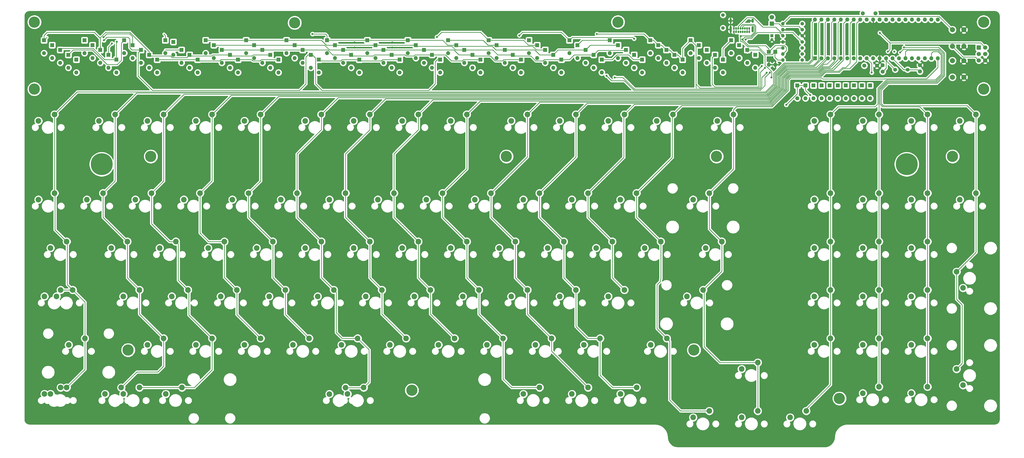
<source format=gbr>
%TF.GenerationSoftware,KiCad,Pcbnew,(5.1.6)-1*%
%TF.CreationDate,2020-06-23T22:52:40-07:00*%
%TF.ProjectId,factorium,66616374-6f72-4697-956d-2e6b69636164,rev?*%
%TF.SameCoordinates,Original*%
%TF.FileFunction,Copper,L2,Bot*%
%TF.FilePolarity,Positive*%
%FSLAX46Y46*%
G04 Gerber Fmt 4.6, Leading zero omitted, Abs format (unit mm)*
G04 Created by KiCad (PCBNEW (5.1.6)-1) date 2020-06-23 22:52:40*
%MOMM*%
%LPD*%
G01*
G04 APERTURE LIST*
%TA.AperFunction,ComponentPad*%
%ADD10C,8.600000*%
%TD*%
%TA.AperFunction,ComponentPad*%
%ADD11C,4.400000*%
%TD*%
%TA.AperFunction,ComponentPad*%
%ADD12C,2.200000*%
%TD*%
%TA.AperFunction,ComponentPad*%
%ADD13O,1.600000X1.600000*%
%TD*%
%TA.AperFunction,ComponentPad*%
%ADD14R,1.600000X1.600000*%
%TD*%
%TA.AperFunction,ComponentPad*%
%ADD15C,2.000000*%
%TD*%
%TA.AperFunction,ComponentPad*%
%ADD16C,1.600000*%
%TD*%
%TA.AperFunction,ComponentPad*%
%ADD17C,1.200000*%
%TD*%
%TA.AperFunction,ComponentPad*%
%ADD18R,1.200000X1.200000*%
%TD*%
%TA.AperFunction,ComponentPad*%
%ADD19C,1.400000*%
%TD*%
%TA.AperFunction,ComponentPad*%
%ADD20C,1.700000*%
%TD*%
%TA.AperFunction,ComponentPad*%
%ADD21R,1.700000X1.700000*%
%TD*%
%TA.AperFunction,ComponentPad*%
%ADD22R,1.800000X1.800000*%
%TD*%
%TA.AperFunction,ComponentPad*%
%ADD23C,1.800000*%
%TD*%
%TA.AperFunction,ComponentPad*%
%ADD24O,1.400000X1.400000*%
%TD*%
%TA.AperFunction,ComponentPad*%
%ADD25O,0.900000X1.700000*%
%TD*%
%TA.AperFunction,ComponentPad*%
%ADD26O,0.900000X2.400000*%
%TD*%
%TA.AperFunction,ComponentPad*%
%ADD27O,0.650000X1.000000*%
%TD*%
%TA.AperFunction,ComponentPad*%
%ADD28C,1.500000*%
%TD*%
%TA.AperFunction,ViaPad*%
%ADD29C,0.800000*%
%TD*%
%TA.AperFunction,Conductor*%
%ADD30C,0.250000*%
%TD*%
%TA.AperFunction,Conductor*%
%ADD31C,0.254000*%
%TD*%
G04 APERTURE END LIST*
D10*
%TO.P,REF\u002A\u002A,1*%
%TO.N,N/C*%
X51850600Y-210083400D03*
%TD*%
%TO.P,REF\u002A\u002A,1*%
%TO.N,N/C*%
X368080600Y-210083400D03*
%TD*%
D11*
%TO.P,REF\u002A\u002A,1*%
%TO.N,N/C*%
X341630000Y-302260000D03*
%TD*%
%TO.P,REF\u002A\u002A,1*%
%TO.N,N/C*%
X62230000Y-283210000D03*
%TD*%
%TO.P,REF\u002A\u002A,1*%
%TO.N,N/C*%
X284480000Y-283210000D03*
%TD*%
%TO.P,REF\u002A\u002A,1*%
%TO.N,N/C*%
X386080000Y-207010000D03*
%TD*%
%TO.P,REF\u002A\u002A,1*%
%TO.N,N/C*%
X293370000Y-207010000D03*
%TD*%
%TO.P,REF\u002A\u002A,1*%
%TO.N,N/C*%
X210820000Y-207010000D03*
%TD*%
%TO.P,REF\u002A\u002A,1*%
%TO.N,N/C*%
X71120000Y-207010000D03*
%TD*%
%TO.P,REF\u002A\u002A,1*%
%TO.N,N/C*%
X127635000Y-154421251D03*
%TD*%
%TO.P,REF\u002A\u002A,1*%
%TO.N,N/C*%
X254635000Y-154146250D03*
%TD*%
D12*
%TO.P,SW38,2*%
%TO.N,Net-(D36-Pad2)*%
X93662500Y-243046250D03*
%TO.P,SW38,1*%
%TO.N,col3*%
X100012500Y-240506250D03*
%TD*%
%TO.P,SW30,1*%
%TO.N,col13*%
X290512500Y-221456250D03*
%TO.P,SW30,2*%
%TO.N,Net-(D29-Pad2)*%
X284162500Y-223996250D03*
%TD*%
D13*
%TO.P,U1,40*%
%TO.N,col0*%
X332041500Y-153193750D03*
%TO.P,U1,20*%
%TO.N,col13*%
X380301500Y-168433750D03*
%TO.P,U1,39*%
%TO.N,col2*%
X334581500Y-153193750D03*
%TO.P,U1,19*%
%TO.N,col14*%
X377761500Y-168433750D03*
%TO.P,U1,38*%
%TO.N,col4*%
X337121500Y-153193750D03*
%TO.P,U1,18*%
%TO.N,boot*%
X375221500Y-168433750D03*
%TO.P,U1,37*%
%TO.N,col6*%
X339661500Y-153193750D03*
%TO.P,U1,17*%
%TO.N,D-*%
X372681500Y-168433750D03*
%TO.P,U1,36*%
%TO.N,col8*%
X342201500Y-153193750D03*
%TO.P,U1,16*%
%TO.N,D+*%
X370141500Y-168433750D03*
%TO.P,U1,35*%
%TO.N,col10*%
X344741500Y-153193750D03*
%TO.P,U1,15*%
%TO.N,col15*%
X367601500Y-168433750D03*
%TO.P,U1,34*%
%TO.N,col11*%
X347281500Y-153193750D03*
%TO.P,U1,14*%
%TO.N,col16*%
X365061500Y-168433750D03*
%TO.P,U1,33*%
%TO.N,col12*%
X349821500Y-153193750D03*
%TO.P,U1,13*%
%TO.N,Net-(C1-Pad1)*%
X362521500Y-168433750D03*
%TO.P,U1,32*%
%TO.N,Net-(U1-Pad32)*%
X352361500Y-153193750D03*
%TO.P,U1,12*%
%TO.N,Net-(C2-Pad1)*%
X359981500Y-168433750D03*
%TO.P,U1,31*%
%TO.N,GND*%
X354901500Y-153193750D03*
%TO.P,U1,11*%
X357441500Y-168433750D03*
%TO.P,U1,30*%
%TO.N,+5V*%
X357441500Y-153193750D03*
%TO.P,U1,10*%
X354901500Y-168433750D03*
%TO.P,U1,29*%
%TO.N,row2*%
X359981500Y-153193750D03*
%TO.P,U1,9*%
%TO.N,reset*%
X352361500Y-168433750D03*
%TO.P,U1,28*%
%TO.N,row4*%
X362521500Y-153193750D03*
%TO.P,U1,8*%
%TO.N,SCK*%
X349821500Y-168433750D03*
%TO.P,U1,27*%
%TO.N,row5*%
X365061500Y-153193750D03*
%TO.P,U1,7*%
%TO.N,MISO*%
X347281500Y-168433750D03*
%TO.P,U1,26*%
%TO.N,row3*%
X367601500Y-153193750D03*
%TO.P,U1,6*%
%TO.N,MOSI*%
X344741500Y-168433750D03*
%TO.P,U1,25*%
%TO.N,row1*%
X370141500Y-153193750D03*
%TO.P,U1,5*%
%TO.N,col9*%
X342201500Y-168433750D03*
%TO.P,U1,24*%
%TO.N,row0*%
X372681500Y-153193750D03*
%TO.P,U1,4*%
%TO.N,col7*%
X339661500Y-168433750D03*
%TO.P,U1,23*%
%TO.N,Net-(U1-Pad23)*%
X375221500Y-153193750D03*
%TO.P,U1,3*%
%TO.N,col5*%
X337121500Y-168433750D03*
%TO.P,U1,22*%
%TO.N,Net-(U1-Pad22)*%
X377761500Y-153193750D03*
%TO.P,U1,2*%
%TO.N,col3*%
X334581500Y-168433750D03*
%TO.P,U1,21*%
%TO.N,col17*%
X380301500Y-153193750D03*
D14*
%TO.P,U1,1*%
%TO.N,col1*%
X332041500Y-168433750D03*
%TD*%
D12*
%TO.P,SW95,1*%
%TO.N,col10*%
X261977778Y-297963620D03*
%TO.P,SW95,2*%
%TO.N,Net-(D82-Pad2)*%
X255627778Y-300503620D03*
%TD*%
%TO.P,SW94,1*%
%TO.N,col9*%
X242922456Y-297973750D03*
%TO.P,SW94,2*%
%TO.N,Net-(D78-Pad2)*%
X236572456Y-300513750D03*
%TD*%
%TO.P,SW93,1*%
%TO.N,col8*%
X223867134Y-297963620D03*
%TO.P,SW93,2*%
%TO.N,Net-(D51-Pad2)*%
X217517134Y-300503620D03*
%TD*%
%TO.P,SW9,1*%
%TO.N,col10*%
X238125000Y-190500000D03*
%TO.P,SW9,2*%
%TO.N,Net-(D80-Pad2)*%
X231775000Y-193040000D03*
%TD*%
D14*
%TO.P,D0,1*%
%TO.N,row0*%
X29210000Y-161290000D03*
D13*
%TO.P,D0,2*%
%TO.N,Net-(D0-Pad2)*%
X29210000Y-166370000D03*
%TD*%
D14*
%TO.P,D16,1*%
%TO.N,row1*%
X32385000Y-163195000D03*
D13*
%TO.P,D16,2*%
%TO.N,Net-(D16-Pad2)*%
X32385000Y-168275000D03*
%TD*%
D11*
%TO.P,REF\u002A\u002A,1*%
%TO.N,N/C*%
X25400000Y-180498750D03*
%TD*%
%TO.P,REF\u002A\u002A,1*%
%TO.N,N/C*%
X25400000Y-154146250D03*
%TD*%
%TO.P,REF\u002A\u002A,1*%
%TO.N,N/C*%
X398303750Y-154146250D03*
%TD*%
%TO.P,REF\u002A\u002A,1*%
%TO.N,N/C*%
X398303750Y-180498750D03*
%TD*%
D12*
%TO.P,SW87,2*%
%TO.N,Net-(D77-Pad2)*%
X29368700Y-300503620D03*
%TO.P,SW87,1*%
%TO.N,col0*%
X35718700Y-297963620D03*
%TD*%
D11*
%TO.P,REF\u002A\u002A,1*%
%TO.N,N/C*%
X173669595Y-299038110D03*
%TD*%
D12*
%TO.P,SW92,2*%
%TO.N,Net-(D83-Pad2)*%
X148431500Y-300513750D03*
%TO.P,SW92,1*%
%TO.N,col5*%
X154781500Y-297973750D03*
%TD*%
%TO.P,SW91,2*%
%TO.N,Net-(D81-Pad2)*%
X76993700Y-300503620D03*
%TO.P,SW91,1*%
%TO.N,col2*%
X83343700Y-297963620D03*
%TD*%
%TO.P,SW88,2*%
%TO.N,Net-(D79-Pad2)*%
X53181300Y-300513750D03*
%TO.P,SW88,1*%
%TO.N,col1*%
X59531300Y-297973750D03*
%TD*%
%TO.P,SW102,2*%
%TO.N,Net-(D83-Pad2)*%
X141313823Y-300521640D03*
%TO.P,SW102,1*%
%TO.N,col5*%
X147663823Y-297981640D03*
%TD*%
%TO.P,SW90,1*%
%TO.N,col2*%
X66699281Y-297969819D03*
%TO.P,SW90,2*%
%TO.N,Net-(D81-Pad2)*%
X60349281Y-300509819D03*
%TD*%
%TO.P,SW86,1*%
%TO.N,col0*%
X38099950Y-297963620D03*
%TO.P,SW86,2*%
%TO.N,Net-(D77-Pad2)*%
X31749950Y-300503620D03*
%TD*%
%TO.P,SW103,2*%
%TO.N,Net-(D49-Pad2)*%
X50800000Y-193040000D03*
%TO.P,SW103,1*%
%TO.N,col1*%
X57150000Y-190500000D03*
%TD*%
%TO.P,SW100,2*%
%TO.N,Net-(D98-Pad2)*%
X369887500Y-300196250D03*
%TO.P,SW100,1*%
%TO.N,col16*%
X376237500Y-297656250D03*
%TD*%
%TO.P,SW99,2*%
%TO.N,Net-(D94-Pad2)*%
X350837500Y-300196250D03*
%TO.P,SW99,1*%
%TO.N,col15*%
X357187500Y-297656250D03*
%TD*%
%TO.P,SW98,2*%
%TO.N,Net-(D91-Pad2)*%
X322262500Y-309721250D03*
%TO.P,SW98,1*%
%TO.N,col14*%
X328612500Y-307181250D03*
%TD*%
%TO.P,SW97,2*%
%TO.N,Net-(D86-Pad2)*%
X303212500Y-309721250D03*
%TO.P,SW97,1*%
%TO.N,col13*%
X309562500Y-307181250D03*
%TD*%
%TO.P,SW96,1*%
%TO.N,col12*%
X290512500Y-307181250D03*
%TO.P,SW96,2*%
%TO.N,Net-(D84-Pad2)*%
X284162500Y-309721250D03*
%TD*%
%TO.P,SW85,1*%
%TO.N,col16*%
X376237500Y-278606250D03*
%TO.P,SW85,2*%
%TO.N,Net-(D76-Pad2)*%
X369887500Y-281146250D03*
%TD*%
%TO.P,SW84,2*%
%TO.N,Net-(D93-Pad2)*%
X350837500Y-281146250D03*
%TO.P,SW84,1*%
%TO.N,col15*%
X357187500Y-278606250D03*
%TD*%
%TO.P,SW83,2*%
%TO.N,Net-(D90-Pad2)*%
X331787500Y-281146250D03*
%TO.P,SW83,1*%
%TO.N,col14*%
X338137500Y-278606250D03*
%TD*%
%TO.P,SW82,2*%
%TO.N,Net-(D85-Pad2)*%
X303212500Y-290671250D03*
%TO.P,SW82,1*%
%TO.N,col13*%
X309562500Y-288131250D03*
%TD*%
%TO.P,SW80,2*%
%TO.N,Net-(D74-Pad2)*%
X241300000Y-281146250D03*
%TO.P,SW80,1*%
%TO.N,col10*%
X247650000Y-278606250D03*
%TD*%
%TO.P,SW79,2*%
%TO.N,Net-(D73-Pad2)*%
X222250000Y-281146250D03*
%TO.P,SW79,1*%
%TO.N,col9*%
X228600000Y-278606250D03*
%TD*%
%TO.P,SW78,2*%
%TO.N,Net-(D72-Pad2)*%
X203200000Y-281146250D03*
%TO.P,SW78,1*%
%TO.N,col8*%
X209550000Y-278606250D03*
%TD*%
%TO.P,SW77,2*%
%TO.N,Net-(D71-Pad2)*%
X184150000Y-281146250D03*
%TO.P,SW77,1*%
%TO.N,col7*%
X190500000Y-278606250D03*
%TD*%
%TO.P,SW76,2*%
%TO.N,Net-(D70-Pad2)*%
X165100000Y-281146250D03*
%TO.P,SW76,1*%
%TO.N,col6*%
X171450000Y-278606250D03*
%TD*%
%TO.P,SW75,2*%
%TO.N,Net-(D69-Pad2)*%
X146050000Y-281146250D03*
%TO.P,SW75,1*%
%TO.N,col5*%
X152400000Y-278606250D03*
%TD*%
%TO.P,SW74,2*%
%TO.N,Net-(D68-Pad2)*%
X127000000Y-281146250D03*
%TO.P,SW74,1*%
%TO.N,col4*%
X133350000Y-278606250D03*
%TD*%
%TO.P,SW73,1*%
%TO.N,col3*%
X114300000Y-278606250D03*
%TO.P,SW73,2*%
%TO.N,Net-(D67-Pad2)*%
X107950000Y-281146250D03*
%TD*%
%TO.P,SW72,2*%
%TO.N,Net-(D66-Pad2)*%
X88900000Y-281146250D03*
%TO.P,SW72,1*%
%TO.N,col2*%
X95250000Y-278606250D03*
%TD*%
%TO.P,SW71,1*%
%TO.N,col1*%
X76200000Y-278606250D03*
%TO.P,SW71,2*%
%TO.N,Net-(D65-Pad2)*%
X69850000Y-281146250D03*
%TD*%
%TO.P,SW68,2*%
%TO.N,Net-(D97-Pad2)*%
X369887500Y-262096250D03*
%TO.P,SW68,1*%
%TO.N,col16*%
X376237500Y-259556250D03*
%TD*%
%TO.P,SW67,2*%
%TO.N,Net-(D92-Pad2)*%
X350837500Y-262096250D03*
%TO.P,SW67,1*%
%TO.N,col15*%
X357187500Y-259556250D03*
%TD*%
%TO.P,SW66,1*%
%TO.N,col14*%
X338137500Y-259556250D03*
%TO.P,SW66,2*%
%TO.N,Net-(D89-Pad2)*%
X331787500Y-262096250D03*
%TD*%
%TO.P,SW64,1*%
%TO.N,col11*%
X257175000Y-259556250D03*
%TO.P,SW64,2*%
%TO.N,Net-(D62-Pad2)*%
X250825000Y-262096250D03*
%TD*%
%TO.P,SW63,1*%
%TO.N,col10*%
X238125000Y-259556250D03*
%TO.P,SW63,2*%
%TO.N,Net-(D61-Pad2)*%
X231775000Y-262096250D03*
%TD*%
%TO.P,SW62,2*%
%TO.N,Net-(D60-Pad2)*%
X212725000Y-262096250D03*
%TO.P,SW62,1*%
%TO.N,col9*%
X219075000Y-259556250D03*
%TD*%
%TO.P,SW61,1*%
%TO.N,col8*%
X200025000Y-259556250D03*
%TO.P,SW61,2*%
%TO.N,Net-(D59-Pad2)*%
X193675000Y-262096250D03*
%TD*%
%TO.P,SW60,1*%
%TO.N,col7*%
X180975000Y-259556250D03*
%TO.P,SW60,2*%
%TO.N,Net-(D58-Pad2)*%
X174625000Y-262096250D03*
%TD*%
%TO.P,SW59,2*%
%TO.N,Net-(D57-Pad2)*%
X155575000Y-262096250D03*
%TO.P,SW59,1*%
%TO.N,col6*%
X161925000Y-259556250D03*
%TD*%
%TO.P,SW58,1*%
%TO.N,col5*%
X143033750Y-259556250D03*
%TO.P,SW58,2*%
%TO.N,Net-(D56-Pad2)*%
X136683750Y-262096250D03*
%TD*%
%TO.P,SW57,1*%
%TO.N,col4*%
X123983750Y-259556250D03*
%TO.P,SW57,2*%
%TO.N,Net-(D55-Pad2)*%
X117633750Y-262096250D03*
%TD*%
%TO.P,SW56,1*%
%TO.N,col3*%
X104933750Y-259556250D03*
%TO.P,SW56,2*%
%TO.N,Net-(D54-Pad2)*%
X98583750Y-262096250D03*
%TD*%
%TO.P,SW55,1*%
%TO.N,col2*%
X85725000Y-259556250D03*
%TO.P,SW55,2*%
%TO.N,Net-(D53-Pad2)*%
X79375000Y-262096250D03*
%TD*%
%TO.P,SW54,1*%
%TO.N,col1*%
X66675000Y-259556250D03*
%TO.P,SW54,2*%
%TO.N,Net-(D52-Pad2)*%
X60325000Y-262096250D03*
%TD*%
%TO.P,SW51,2*%
%TO.N,Net-(D48-Pad2)*%
X369887500Y-243046250D03*
%TO.P,SW51,1*%
%TO.N,col16*%
X376237500Y-240506250D03*
%TD*%
%TO.P,SW50,1*%
%TO.N,col15*%
X357187500Y-240506250D03*
%TO.P,SW50,2*%
%TO.N,Net-(D47-Pad2)*%
X350837500Y-243046250D03*
%TD*%
%TO.P,SW49,1*%
%TO.N,col14*%
X338137500Y-240506250D03*
%TO.P,SW49,2*%
%TO.N,Net-(D88-Pad2)*%
X331787500Y-243046250D03*
%TD*%
%TO.P,SW47,1*%
%TO.N,col12*%
X271462500Y-240506250D03*
%TO.P,SW47,2*%
%TO.N,Net-(D45-Pad2)*%
X265112500Y-243046250D03*
%TD*%
%TO.P,SW46,1*%
%TO.N,col11*%
X252412500Y-240506250D03*
%TO.P,SW46,2*%
%TO.N,Net-(D44-Pad2)*%
X246062500Y-243046250D03*
%TD*%
%TO.P,SW45,1*%
%TO.N,col10*%
X233362500Y-240506250D03*
%TO.P,SW45,2*%
%TO.N,Net-(D43-Pad2)*%
X227012500Y-243046250D03*
%TD*%
%TO.P,SW44,1*%
%TO.N,col9*%
X214312500Y-240506250D03*
%TO.P,SW44,2*%
%TO.N,Net-(D42-Pad2)*%
X207962500Y-243046250D03*
%TD*%
%TO.P,SW43,1*%
%TO.N,col8*%
X195262500Y-240506250D03*
%TO.P,SW43,2*%
%TO.N,Net-(D41-Pad2)*%
X188912500Y-243046250D03*
%TD*%
%TO.P,SW42,2*%
%TO.N,Net-(D40-Pad2)*%
X169862500Y-243046250D03*
%TO.P,SW42,1*%
%TO.N,col7*%
X176212500Y-240506250D03*
%TD*%
%TO.P,SW41,1*%
%TO.N,col6*%
X157162500Y-240506250D03*
%TO.P,SW41,2*%
%TO.N,Net-(D39-Pad2)*%
X150812500Y-243046250D03*
%TD*%
%TO.P,SW40,2*%
%TO.N,Net-(D38-Pad2)*%
X131762500Y-243046250D03*
%TO.P,SW40,1*%
%TO.N,col5*%
X138112500Y-240506250D03*
%TD*%
%TO.P,SW39,2*%
%TO.N,Net-(D37-Pad2)*%
X112712500Y-243046250D03*
%TO.P,SW39,1*%
%TO.N,col4*%
X119062500Y-240506250D03*
%TD*%
%TO.P,SW37,1*%
%TO.N,col2*%
X80962500Y-240506250D03*
%TO.P,SW37,2*%
%TO.N,Net-(D35-Pad2)*%
X74612500Y-243046250D03*
%TD*%
%TO.P,SW36,2*%
%TO.N,Net-(D34-Pad2)*%
X55562500Y-243046250D03*
%TO.P,SW36,1*%
%TO.N,col1*%
X61912500Y-240506250D03*
%TD*%
%TO.P,SW34,1*%
%TO.N,col17*%
X395287500Y-221456250D03*
%TO.P,SW34,2*%
%TO.N,Net-(D32-Pad2)*%
X388937500Y-223996250D03*
%TD*%
%TO.P,SW33,2*%
%TO.N,Net-(D31-Pad2)*%
X369887500Y-223996250D03*
%TO.P,SW33,1*%
%TO.N,col16*%
X376237500Y-221456250D03*
%TD*%
%TO.P,SW32,1*%
%TO.N,col15*%
X357187500Y-221456250D03*
%TO.P,SW32,2*%
%TO.N,Net-(D30-Pad2)*%
X350837500Y-223996250D03*
%TD*%
%TO.P,SW31,2*%
%TO.N,Net-(D87-Pad2)*%
X331787500Y-223996250D03*
%TO.P,SW31,1*%
%TO.N,col14*%
X338137500Y-221456250D03*
%TD*%
%TO.P,SW29,2*%
%TO.N,Net-(D28-Pad2)*%
X255587500Y-223996250D03*
%TO.P,SW29,1*%
%TO.N,col12*%
X261937500Y-221456250D03*
%TD*%
%TO.P,SW28,2*%
%TO.N,Net-(D27-Pad2)*%
X236537500Y-223996250D03*
%TO.P,SW28,1*%
%TO.N,col11*%
X242887500Y-221456250D03*
%TD*%
%TO.P,SW27,1*%
%TO.N,col10*%
X223837500Y-221456250D03*
%TO.P,SW27,2*%
%TO.N,Net-(D26-Pad2)*%
X217487500Y-223996250D03*
%TD*%
%TO.P,SW26,1*%
%TO.N,col9*%
X204787500Y-221456250D03*
%TO.P,SW26,2*%
%TO.N,Net-(D25-Pad2)*%
X198437500Y-223996250D03*
%TD*%
%TO.P,SW25,2*%
%TO.N,Net-(D24-Pad2)*%
X179387500Y-223996250D03*
%TO.P,SW25,1*%
%TO.N,col8*%
X185737500Y-221456250D03*
%TD*%
%TO.P,SW24,2*%
%TO.N,Net-(D23-Pad2)*%
X160337500Y-223996250D03*
%TO.P,SW24,1*%
%TO.N,col7*%
X166687500Y-221456250D03*
%TD*%
%TO.P,SW23,1*%
%TO.N,col6*%
X147637500Y-221456250D03*
%TO.P,SW23,2*%
%TO.N,Net-(D22-Pad2)*%
X141287500Y-223996250D03*
%TD*%
%TO.P,SW22,1*%
%TO.N,col5*%
X128587500Y-221456250D03*
%TO.P,SW22,2*%
%TO.N,Net-(D21-Pad2)*%
X122237500Y-223996250D03*
%TD*%
%TO.P,SW21,1*%
%TO.N,col4*%
X109537500Y-221456250D03*
%TO.P,SW21,2*%
%TO.N,Net-(D20-Pad2)*%
X103187500Y-223996250D03*
%TD*%
%TO.P,SW20,1*%
%TO.N,col3*%
X90487500Y-221456250D03*
%TO.P,SW20,2*%
%TO.N,Net-(D19-Pad2)*%
X84137500Y-223996250D03*
%TD*%
%TO.P,SW19,2*%
%TO.N,Net-(D18-Pad2)*%
X65087500Y-223996250D03*
%TO.P,SW19,1*%
%TO.N,col2*%
X71437500Y-221456250D03*
%TD*%
%TO.P,SW18,2*%
%TO.N,Net-(D17-Pad2)*%
X46037500Y-223996250D03*
%TO.P,SW18,1*%
%TO.N,col1*%
X52387500Y-221456250D03*
%TD*%
%TO.P,SW17,2*%
%TO.N,Net-(D16-Pad2)*%
X26987500Y-223996250D03*
%TO.P,SW17,1*%
%TO.N,col0*%
X33337500Y-221456250D03*
%TD*%
%TO.P,SW16,2*%
%TO.N,Net-(D15-Pad2)*%
X388937500Y-193040000D03*
%TO.P,SW16,1*%
%TO.N,col17*%
X395287500Y-190500000D03*
%TD*%
%TO.P,SW15,2*%
%TO.N,Net-(D14-Pad2)*%
X369887500Y-193040000D03*
%TO.P,SW15,1*%
%TO.N,col16*%
X376237500Y-190500000D03*
%TD*%
%TO.P,SW14,1*%
%TO.N,col15*%
X357187500Y-190500000D03*
%TO.P,SW14,2*%
%TO.N,Net-(D13-Pad2)*%
X350837500Y-193040000D03*
%TD*%
%TO.P,SW13,2*%
%TO.N,Net-(D12-Pad2)*%
X331787500Y-193040000D03*
%TO.P,SW13,1*%
%TO.N,col14*%
X338137500Y-190500000D03*
%TD*%
%TO.P,SW12,1*%
%TO.N,col13*%
X300037500Y-190500000D03*
%TO.P,SW12,2*%
%TO.N,Net-(D11-Pad2)*%
X293687500Y-193040000D03*
%TD*%
%TO.P,SW11,1*%
%TO.N,col12*%
X276225000Y-190500000D03*
%TO.P,SW11,2*%
%TO.N,Net-(D10-Pad2)*%
X269875000Y-193040000D03*
%TD*%
%TO.P,SW10,1*%
%TO.N,col11*%
X257175000Y-190500000D03*
%TO.P,SW10,2*%
%TO.N,Net-(D9-Pad2)*%
X250825000Y-193040000D03*
%TD*%
%TO.P,SW8,2*%
%TO.N,Net-(D8-Pad2)*%
X212725000Y-193040000D03*
%TO.P,SW8,1*%
%TO.N,col9*%
X219075000Y-190500000D03*
%TD*%
%TO.P,SW7,2*%
%TO.N,Net-(D7-Pad2)*%
X188912500Y-193040000D03*
%TO.P,SW7,1*%
%TO.N,col8*%
X195262500Y-190500000D03*
%TD*%
%TO.P,SW6,1*%
%TO.N,col7*%
X176212500Y-190500000D03*
%TO.P,SW6,2*%
%TO.N,Net-(D6-Pad2)*%
X169862500Y-193040000D03*
%TD*%
%TO.P,SW5,1*%
%TO.N,col6*%
X157162500Y-190500000D03*
%TO.P,SW5,2*%
%TO.N,Net-(D5-Pad2)*%
X150812500Y-193040000D03*
%TD*%
%TO.P,SW4,2*%
%TO.N,Net-(D4-Pad2)*%
X131762500Y-193040000D03*
%TO.P,SW4,1*%
%TO.N,col5*%
X138112500Y-190500000D03*
%TD*%
%TO.P,SW3,1*%
%TO.N,col4*%
X114300000Y-190500000D03*
%TO.P,SW3,2*%
%TO.N,Net-(D3-Pad2)*%
X107950000Y-193040000D03*
%TD*%
%TO.P,SW2,2*%
%TO.N,Net-(D2-Pad2)*%
X88900000Y-193040000D03*
%TO.P,SW2,1*%
%TO.N,col3*%
X95250000Y-190500000D03*
%TD*%
%TO.P,SW1,1*%
%TO.N,col2*%
X76200000Y-190500000D03*
%TO.P,SW1,2*%
%TO.N,Net-(D1-Pad2)*%
X69850000Y-193040000D03*
%TD*%
%TO.P,SW0,1*%
%TO.N,col0*%
X33337500Y-190500000D03*
%TO.P,SW0,2*%
%TO.N,Net-(D0-Pad2)*%
X26987500Y-193040000D03*
%TD*%
D15*
%TO.P,BOOT1,2*%
%TO.N,boot*%
X386025000Y-169331250D03*
%TO.P,BOOT1,1*%
%TO.N,GND*%
X390525000Y-169331250D03*
%TO.P,BOOT1,2*%
%TO.N,boot*%
X386025000Y-175831250D03*
%TO.P,BOOT1,1*%
%TO.N,GND*%
X390525000Y-175831250D03*
%TD*%
D16*
%TO.P,C1,1*%
%TO.N,Net-(C1-Pad1)*%
X373253000Y-173597000D03*
%TO.P,C1,2*%
%TO.N,GND*%
X373253000Y-171097000D03*
%TD*%
%TO.P,C2,2*%
%TO.N,GND*%
X358648000Y-171109000D03*
%TO.P,C2,1*%
%TO.N,Net-(C2-Pad1)*%
X358648000Y-173609000D03*
%TD*%
D17*
%TO.P,C3,2*%
%TO.N,GND*%
X315118750Y-161043750D03*
D18*
%TO.P,C3,1*%
%TO.N,+5V*%
X315118750Y-159543750D03*
%TD*%
D16*
%TO.P,C4,2*%
%TO.N,GND*%
X350837500Y-150670000D03*
%TO.P,C4,1*%
%TO.N,+5V*%
X355837500Y-150670000D03*
%TD*%
%TO.P,C5,1*%
%TO.N,+5V*%
X351409000Y-171247000D03*
%TO.P,C5,2*%
%TO.N,GND*%
X356409000Y-171247000D03*
%TD*%
D13*
%TO.P,D1,2*%
%TO.N,Net-(D1-Pad2)*%
X70485000Y-172085000D03*
D14*
%TO.P,D1,1*%
%TO.N,row0*%
X70485000Y-167005000D03*
%TD*%
%TO.P,D2,1*%
%TO.N,row0*%
X86360000Y-167005000D03*
D13*
%TO.P,D2,2*%
%TO.N,Net-(D2-Pad2)*%
X86360000Y-172085000D03*
%TD*%
%TO.P,D3,2*%
%TO.N,Net-(D3-Pad2)*%
X102235000Y-172085000D03*
D14*
%TO.P,D3,1*%
%TO.N,row0*%
X102235000Y-167005000D03*
%TD*%
%TO.P,D4,1*%
%TO.N,row0*%
X118110000Y-167005000D03*
D13*
%TO.P,D4,2*%
%TO.N,Net-(D4-Pad2)*%
X118110000Y-172085000D03*
%TD*%
%TO.P,D5,2*%
%TO.N,Net-(D5-Pad2)*%
X137160000Y-173990000D03*
D14*
%TO.P,D5,1*%
%TO.N,row0*%
X137160000Y-168910000D03*
%TD*%
%TO.P,D6,1*%
%TO.N,row0*%
X153035000Y-168910000D03*
D13*
%TO.P,D6,2*%
%TO.N,Net-(D6-Pad2)*%
X153035000Y-173990000D03*
%TD*%
%TO.P,D7,2*%
%TO.N,Net-(D7-Pad2)*%
X168910000Y-173990000D03*
D14*
%TO.P,D7,1*%
%TO.N,row0*%
X168910000Y-168910000D03*
%TD*%
D13*
%TO.P,D8,2*%
%TO.N,Net-(D8-Pad2)*%
X187960000Y-166370000D03*
D14*
%TO.P,D8,1*%
%TO.N,row0*%
X187960000Y-161290000D03*
%TD*%
D13*
%TO.P,D9,2*%
%TO.N,Net-(D9-Pad2)*%
X226060000Y-170180000D03*
D14*
%TO.P,D9,1*%
%TO.N,row0*%
X226060000Y-165100000D03*
%TD*%
D13*
%TO.P,D10,2*%
%TO.N,Net-(D10-Pad2)*%
X238760000Y-168275000D03*
D14*
%TO.P,D10,1*%
%TO.N,row0*%
X238760000Y-163195000D03*
%TD*%
%TO.P,D11,1*%
%TO.N,row0*%
X251460000Y-161290000D03*
D13*
%TO.P,D11,2*%
%TO.N,Net-(D11-Pad2)*%
X251460000Y-166370000D03*
%TD*%
%TO.P,D12,2*%
%TO.N,Net-(D12-Pad2)*%
X344170000Y-184150000D03*
D14*
%TO.P,D12,1*%
%TO.N,row0*%
X344170000Y-179070000D03*
%TD*%
D13*
%TO.P,D13,2*%
%TO.N,Net-(D13-Pad2)*%
X347345000Y-184150000D03*
D14*
%TO.P,D13,1*%
%TO.N,row0*%
X347345000Y-179070000D03*
%TD*%
%TO.P,D14,1*%
%TO.N,row0*%
X350520000Y-179070000D03*
D13*
%TO.P,D14,2*%
%TO.N,Net-(D14-Pad2)*%
X350520000Y-184150000D03*
%TD*%
%TO.P,D15,2*%
%TO.N,Net-(D15-Pad2)*%
X353695000Y-184150000D03*
D14*
%TO.P,D15,1*%
%TO.N,row0*%
X353695000Y-179070000D03*
%TD*%
%TO.P,D17,1*%
%TO.N,row1*%
X54483000Y-167005000D03*
D13*
%TO.P,D17,2*%
%TO.N,Net-(D17-Pad2)*%
X54483000Y-172085000D03*
%TD*%
%TO.P,D18,2*%
%TO.N,Net-(D18-Pad2)*%
X73660000Y-173990000D03*
D14*
%TO.P,D18,1*%
%TO.N,row1*%
X73660000Y-168910000D03*
%TD*%
D13*
%TO.P,D19,2*%
%TO.N,Net-(D19-Pad2)*%
X89535000Y-173990000D03*
D14*
%TO.P,D19,1*%
%TO.N,row1*%
X89535000Y-168910000D03*
%TD*%
%TO.P,D20,1*%
%TO.N,row1*%
X105410000Y-168910000D03*
D13*
%TO.P,D20,2*%
%TO.N,Net-(D20-Pad2)*%
X105410000Y-173990000D03*
%TD*%
%TO.P,D21,2*%
%TO.N,Net-(D21-Pad2)*%
X121285000Y-173990000D03*
D14*
%TO.P,D21,1*%
%TO.N,row1*%
X121285000Y-168910000D03*
%TD*%
D13*
%TO.P,D22,2*%
%TO.N,Net-(D22-Pad2)*%
X140335000Y-166370000D03*
D14*
%TO.P,D22,1*%
%TO.N,row1*%
X140335000Y-161290000D03*
%TD*%
%TO.P,D23,1*%
%TO.N,row1*%
X156210000Y-161290000D03*
D13*
%TO.P,D23,2*%
%TO.N,Net-(D23-Pad2)*%
X156210000Y-166370000D03*
%TD*%
D14*
%TO.P,D24,1*%
%TO.N,row1*%
X172085000Y-161290000D03*
D13*
%TO.P,D24,2*%
%TO.N,Net-(D24-Pad2)*%
X172085000Y-166370000D03*
%TD*%
D14*
%TO.P,D25,1*%
%TO.N,row1*%
X191135000Y-163195000D03*
D13*
%TO.P,D25,2*%
%TO.N,Net-(D25-Pad2)*%
X191135000Y-168275000D03*
%TD*%
%TO.P,D26,2*%
%TO.N,Net-(D26-Pad2)*%
X210185000Y-170180000D03*
D14*
%TO.P,D26,1*%
%TO.N,row1*%
X210185000Y-165100000D03*
%TD*%
D13*
%TO.P,D27,2*%
%TO.N,Net-(D27-Pad2)*%
X229235000Y-172085000D03*
D14*
%TO.P,D27,1*%
%TO.N,row1*%
X229235000Y-167005000D03*
%TD*%
D13*
%TO.P,D28,2*%
%TO.N,Net-(D28-Pad2)*%
X241935000Y-170180000D03*
D14*
%TO.P,D28,1*%
%TO.N,row1*%
X241935000Y-165100000D03*
%TD*%
%TO.P,D29,1*%
%TO.N,row1*%
X254635000Y-163195000D03*
D13*
%TO.P,D29,2*%
%TO.N,Net-(D29-Pad2)*%
X254635000Y-168275000D03*
%TD*%
%TO.P,D30,2*%
%TO.N,Net-(D30-Pad2)*%
X337820000Y-184150000D03*
D14*
%TO.P,D30,1*%
%TO.N,row1*%
X337820000Y-179070000D03*
%TD*%
D13*
%TO.P,D31,2*%
%TO.N,Net-(D31-Pad2)*%
X334645000Y-184150000D03*
D14*
%TO.P,D31,1*%
%TO.N,row1*%
X334645000Y-179070000D03*
%TD*%
%TO.P,D32,1*%
%TO.N,row1*%
X331470000Y-179070000D03*
D13*
%TO.P,D32,2*%
%TO.N,Net-(D32-Pad2)*%
X331470000Y-184150000D03*
%TD*%
%TO.P,D33,2*%
%TO.N,Net-(D33-Pad2)*%
X35560000Y-170180000D03*
D14*
%TO.P,D33,1*%
%TO.N,row2*%
X35560000Y-165100000D03*
%TD*%
%TO.P,D34,1*%
%TO.N,row2*%
X57658000Y-168910000D03*
D13*
%TO.P,D34,2*%
%TO.N,Net-(D34-Pad2)*%
X57658000Y-173990000D03*
%TD*%
D14*
%TO.P,D35,1*%
%TO.N,row2*%
X76835000Y-161290000D03*
D13*
%TO.P,D35,2*%
%TO.N,Net-(D35-Pad2)*%
X76835000Y-166370000D03*
%TD*%
%TO.P,D36,2*%
%TO.N,Net-(D36-Pad2)*%
X92710000Y-166370000D03*
D14*
%TO.P,D36,1*%
%TO.N,row2*%
X92710000Y-161290000D03*
%TD*%
%TO.P,D37,1*%
%TO.N,row2*%
X108585000Y-161290000D03*
D13*
%TO.P,D37,2*%
%TO.N,Net-(D37-Pad2)*%
X108585000Y-166370000D03*
%TD*%
%TO.P,D38,2*%
%TO.N,Net-(D38-Pad2)*%
X124460000Y-166370000D03*
D14*
%TO.P,D38,1*%
%TO.N,row2*%
X124460000Y-161290000D03*
%TD*%
%TO.P,D39,1*%
%TO.N,row2*%
X143510000Y-163195000D03*
D13*
%TO.P,D39,2*%
%TO.N,Net-(D39-Pad2)*%
X143510000Y-168275000D03*
%TD*%
%TO.P,D40,2*%
%TO.N,Net-(D40-Pad2)*%
X159385000Y-168275000D03*
D14*
%TO.P,D40,1*%
%TO.N,row2*%
X159385000Y-163195000D03*
%TD*%
%TO.P,D41,1*%
%TO.N,row2*%
X175260000Y-163195000D03*
D13*
%TO.P,D41,2*%
%TO.N,Net-(D41-Pad2)*%
X175260000Y-168275000D03*
%TD*%
%TO.P,D42,2*%
%TO.N,Net-(D42-Pad2)*%
X194310000Y-170180000D03*
D14*
%TO.P,D42,1*%
%TO.N,row2*%
X194310000Y-165100000D03*
%TD*%
D13*
%TO.P,D43,2*%
%TO.N,Net-(D43-Pad2)*%
X213360000Y-172085000D03*
D14*
%TO.P,D43,1*%
%TO.N,row2*%
X213360000Y-167005000D03*
%TD*%
D13*
%TO.P,D44,2*%
%TO.N,Net-(D44-Pad2)*%
X232410000Y-173990000D03*
D14*
%TO.P,D44,1*%
%TO.N,row2*%
X232410000Y-168910000D03*
%TD*%
%TO.P,D45,1*%
%TO.N,row2*%
X245110000Y-167005000D03*
D13*
%TO.P,D45,2*%
%TO.N,Net-(D45-Pad2)*%
X245110000Y-172085000D03*
%TD*%
%TO.P,D46,2*%
%TO.N,Net-(D46-Pad2)*%
X257810000Y-170180000D03*
D14*
%TO.P,D46,1*%
%TO.N,row2*%
X257810000Y-165100000D03*
%TD*%
%TO.P,D47,1*%
%TO.N,row2*%
X325120000Y-179070000D03*
D13*
%TO.P,D47,2*%
%TO.N,Net-(D47-Pad2)*%
X325120000Y-184150000D03*
%TD*%
D14*
%TO.P,D48,1*%
%TO.N,row2*%
X308610000Y-167005000D03*
D13*
%TO.P,D48,2*%
%TO.N,Net-(D48-Pad2)*%
X308610000Y-172085000D03*
%TD*%
D14*
%TO.P,D49,1*%
%TO.N,row0*%
X51308000Y-165100000D03*
D13*
%TO.P,D49,2*%
%TO.N,Net-(D49-Pad2)*%
X51308000Y-170180000D03*
%TD*%
D14*
%TO.P,D50,1*%
%TO.N,row3*%
X38735000Y-167005000D03*
D13*
%TO.P,D50,2*%
%TO.N,Net-(D50-Pad2)*%
X38735000Y-172085000D03*
%TD*%
D14*
%TO.P,D51,1*%
%TO.N,row5*%
X184785000Y-168910000D03*
D13*
%TO.P,D51,2*%
%TO.N,Net-(D51-Pad2)*%
X184785000Y-173990000D03*
%TD*%
%TO.P,D52,2*%
%TO.N,Net-(D52-Pad2)*%
X60706000Y-166370000D03*
D14*
%TO.P,D52,1*%
%TO.N,row3*%
X60706000Y-161290000D03*
%TD*%
D13*
%TO.P,D53,2*%
%TO.N,Net-(D53-Pad2)*%
X80010000Y-167005000D03*
D14*
%TO.P,D53,1*%
%TO.N,row3*%
X80010000Y-161925000D03*
%TD*%
D13*
%TO.P,D54,2*%
%TO.N,Net-(D54-Pad2)*%
X95885000Y-168275000D03*
D14*
%TO.P,D54,1*%
%TO.N,row3*%
X95885000Y-163195000D03*
%TD*%
%TO.P,D55,1*%
%TO.N,row3*%
X111760000Y-163195000D03*
D13*
%TO.P,D55,2*%
%TO.N,Net-(D55-Pad2)*%
X111760000Y-168275000D03*
%TD*%
%TO.P,D56,2*%
%TO.N,Net-(D56-Pad2)*%
X127635000Y-168275000D03*
D14*
%TO.P,D56,1*%
%TO.N,row3*%
X127635000Y-163195000D03*
%TD*%
%TO.P,D57,1*%
%TO.N,row3*%
X146685000Y-165100000D03*
D13*
%TO.P,D57,2*%
%TO.N,Net-(D57-Pad2)*%
X146685000Y-170180000D03*
%TD*%
D14*
%TO.P,D58,1*%
%TO.N,row3*%
X162560000Y-165100000D03*
D13*
%TO.P,D58,2*%
%TO.N,Net-(D58-Pad2)*%
X162560000Y-170180000D03*
%TD*%
%TO.P,D59,2*%
%TO.N,Net-(D59-Pad2)*%
X178435000Y-170180000D03*
D14*
%TO.P,D59,1*%
%TO.N,row3*%
X178435000Y-165100000D03*
%TD*%
%TO.P,D60,1*%
%TO.N,row3*%
X197485000Y-167005000D03*
D13*
%TO.P,D60,2*%
%TO.N,Net-(D60-Pad2)*%
X197485000Y-172085000D03*
%TD*%
D14*
%TO.P,D61,1*%
%TO.N,row3*%
X216535000Y-168910000D03*
D13*
%TO.P,D61,2*%
%TO.N,Net-(D61-Pad2)*%
X216535000Y-173990000D03*
%TD*%
D14*
%TO.P,D62,1*%
%TO.N,row3*%
X235585000Y-161290000D03*
D13*
%TO.P,D62,2*%
%TO.N,Net-(D62-Pad2)*%
X235585000Y-166370000D03*
%TD*%
D14*
%TO.P,D63,1*%
%TO.N,row3*%
X260985000Y-167005000D03*
D13*
%TO.P,D63,2*%
%TO.N,Net-(D63-Pad2)*%
X260985000Y-172085000D03*
%TD*%
%TO.P,D64,2*%
%TO.N,Net-(D64-Pad2)*%
X41910000Y-173990000D03*
D14*
%TO.P,D64,1*%
%TO.N,row4*%
X41910000Y-168910000D03*
%TD*%
D13*
%TO.P,D65,2*%
%TO.N,Net-(D65-Pad2)*%
X64008000Y-168275000D03*
D14*
%TO.P,D65,1*%
%TO.N,row4*%
X64008000Y-163195000D03*
%TD*%
%TO.P,D66,1*%
%TO.N,row4*%
X83185000Y-165100000D03*
D13*
%TO.P,D66,2*%
%TO.N,Net-(D66-Pad2)*%
X83185000Y-170180000D03*
%TD*%
D14*
%TO.P,D67,1*%
%TO.N,row4*%
X99060000Y-165100000D03*
D13*
%TO.P,D67,2*%
%TO.N,Net-(D67-Pad2)*%
X99060000Y-170180000D03*
%TD*%
D14*
%TO.P,D68,1*%
%TO.N,row4*%
X114935000Y-165100000D03*
D13*
%TO.P,D68,2*%
%TO.N,Net-(D68-Pad2)*%
X114935000Y-170180000D03*
%TD*%
D14*
%TO.P,D69,1*%
%TO.N,row4*%
X130810000Y-165100000D03*
D13*
%TO.P,D69,2*%
%TO.N,Net-(D69-Pad2)*%
X130810000Y-170180000D03*
%TD*%
D14*
%TO.P,D70,1*%
%TO.N,row4*%
X149860000Y-167005000D03*
D13*
%TO.P,D70,2*%
%TO.N,Net-(D70-Pad2)*%
X149860000Y-172085000D03*
%TD*%
D14*
%TO.P,D71,1*%
%TO.N,row4*%
X165735000Y-167005000D03*
D13*
%TO.P,D71,2*%
%TO.N,Net-(D71-Pad2)*%
X165735000Y-172085000D03*
%TD*%
%TO.P,D72,2*%
%TO.N,Net-(D72-Pad2)*%
X181610000Y-172085000D03*
D14*
%TO.P,D72,1*%
%TO.N,row4*%
X181610000Y-167005000D03*
%TD*%
%TO.P,D73,1*%
%TO.N,row4*%
X200660000Y-168910000D03*
D13*
%TO.P,D73,2*%
%TO.N,Net-(D73-Pad2)*%
X200660000Y-173990000D03*
%TD*%
D14*
%TO.P,D74,1*%
%TO.N,row4*%
X219710000Y-161290000D03*
D13*
%TO.P,D74,2*%
%TO.N,Net-(D74-Pad2)*%
X219710000Y-166370000D03*
%TD*%
D14*
%TO.P,D75,1*%
%TO.N,row4*%
X248285000Y-168910000D03*
D13*
%TO.P,D75,2*%
%TO.N,Net-(D75-Pad2)*%
X248285000Y-173990000D03*
%TD*%
D14*
%TO.P,D76,1*%
%TO.N,row4*%
X286385000Y-163195000D03*
D13*
%TO.P,D76,2*%
%TO.N,Net-(D76-Pad2)*%
X286385000Y-168275000D03*
%TD*%
D14*
%TO.P,D77,1*%
%TO.N,row5*%
X45085000Y-161290000D03*
D13*
%TO.P,D77,2*%
%TO.N,Net-(D77-Pad2)*%
X45085000Y-166370000D03*
%TD*%
%TO.P,D78,2*%
%TO.N,Net-(D78-Pad2)*%
X203835000Y-166370000D03*
D14*
%TO.P,D78,1*%
%TO.N,row5*%
X203835000Y-161290000D03*
%TD*%
%TO.P,D79,1*%
%TO.N,row5*%
X48260000Y-163195000D03*
D13*
%TO.P,D79,2*%
%TO.N,Net-(D79-Pad2)*%
X48260000Y-168275000D03*
%TD*%
%TO.P,D80,2*%
%TO.N,Net-(D80-Pad2)*%
X207010000Y-168275000D03*
D14*
%TO.P,D80,1*%
%TO.N,row0*%
X207010000Y-163195000D03*
%TD*%
%TO.P,D81,1*%
%TO.N,row5*%
X67310000Y-165100000D03*
D13*
%TO.P,D81,2*%
%TO.N,Net-(D81-Pad2)*%
X67310000Y-170180000D03*
%TD*%
D14*
%TO.P,D82,1*%
%TO.N,row5*%
X222885000Y-163195000D03*
D13*
%TO.P,D82,2*%
%TO.N,Net-(D82-Pad2)*%
X222885000Y-168275000D03*
%TD*%
%TO.P,D83,2*%
%TO.N,Net-(D83-Pad2)*%
X133985000Y-172085000D03*
D14*
%TO.P,D83,1*%
%TO.N,row5*%
X133985000Y-167005000D03*
%TD*%
D13*
%TO.P,D84,2*%
%TO.N,Net-(D84-Pad2)*%
X267335000Y-166370000D03*
D14*
%TO.P,D84,1*%
%TO.N,row5*%
X267335000Y-161290000D03*
%TD*%
D13*
%TO.P,D85,2*%
%TO.N,Net-(D85-Pad2)*%
X264160000Y-173990000D03*
D14*
%TO.P,D85,1*%
%TO.N,row4*%
X264160000Y-168910000D03*
%TD*%
%TO.P,D86,1*%
%TO.N,row5*%
X270510000Y-163195000D03*
D13*
%TO.P,D86,2*%
%TO.N,Net-(D86-Pad2)*%
X270510000Y-168275000D03*
%TD*%
%TO.P,D87,2*%
%TO.N,Net-(D87-Pad2)*%
X340995000Y-184150000D03*
D14*
%TO.P,D87,1*%
%TO.N,row1*%
X340995000Y-179070000D03*
%TD*%
%TO.P,D88,1*%
%TO.N,row2*%
X328295000Y-179070000D03*
D13*
%TO.P,D88,2*%
%TO.N,Net-(D88-Pad2)*%
X328295000Y-184150000D03*
%TD*%
%TO.P,D89,2*%
%TO.N,Net-(D89-Pad2)*%
X305435000Y-170180000D03*
D14*
%TO.P,D89,1*%
%TO.N,row3*%
X305435000Y-165100000D03*
%TD*%
D13*
%TO.P,D90,2*%
%TO.N,Net-(D90-Pad2)*%
X292735000Y-172085000D03*
D14*
%TO.P,D90,1*%
%TO.N,row4*%
X292735000Y-167005000D03*
%TD*%
D13*
%TO.P,D91,2*%
%TO.N,Net-(D91-Pad2)*%
X273685000Y-170180000D03*
D14*
%TO.P,D91,1*%
%TO.N,row5*%
X273685000Y-165100000D03*
%TD*%
D13*
%TO.P,D92,2*%
%TO.N,Net-(D92-Pad2)*%
X302260000Y-168275000D03*
D14*
%TO.P,D92,1*%
%TO.N,row3*%
X302260000Y-163195000D03*
%TD*%
%TO.P,D93,1*%
%TO.N,row4*%
X289560000Y-165100000D03*
D13*
%TO.P,D93,2*%
%TO.N,Net-(D93-Pad2)*%
X289560000Y-170180000D03*
%TD*%
D14*
%TO.P,D94,1*%
%TO.N,row5*%
X276860000Y-167005000D03*
D13*
%TO.P,D94,2*%
%TO.N,Net-(D94-Pad2)*%
X276860000Y-172085000D03*
%TD*%
D14*
%TO.P,D95,1*%
%TO.N,Net-(D95-Pad1)*%
X316484000Y-165847500D03*
D13*
%TO.P,D95,2*%
%TO.N,GND*%
X316484000Y-170927500D03*
%TD*%
D14*
%TO.P,D96,1*%
%TO.N,Net-(D96-Pad1)*%
X313917500Y-165847500D03*
D13*
%TO.P,D96,2*%
%TO.N,GND*%
X313917500Y-170927500D03*
%TD*%
D14*
%TO.P,D97,1*%
%TO.N,row3*%
X299085000Y-161290000D03*
D13*
%TO.P,D97,2*%
%TO.N,Net-(D97-Pad2)*%
X299085000Y-166370000D03*
%TD*%
%TO.P,D98,2*%
%TO.N,Net-(D98-Pad2)*%
X280035000Y-173990000D03*
D14*
%TO.P,D98,1*%
%TO.N,row5*%
X280035000Y-168910000D03*
%TD*%
D13*
%TO.P,D99,2*%
%TO.N,Net-(D99-Pad2)*%
X295910000Y-173990000D03*
D14*
%TO.P,D99,1*%
%TO.N,row3*%
X295910000Y-168910000D03*
%TD*%
D13*
%TO.P,D100,2*%
%TO.N,Net-(D100-Pad2)*%
X283210000Y-166370000D03*
D14*
%TO.P,D100,1*%
%TO.N,row5*%
X283210000Y-161290000D03*
%TD*%
D19*
%TO.P,F1,1*%
%TO.N,+5V*%
X295910000Y-156474000D03*
%TO.P,F1,2*%
%TO.N,VCC*%
X295910000Y-151374000D03*
%TD*%
D20*
%TO.P,J1,6*%
%TO.N,GND*%
X398938750Y-169227500D03*
%TO.P,J1,5*%
%TO.N,reset*%
X396398750Y-169227500D03*
%TO.P,J1,4*%
%TO.N,MOSI*%
X398938750Y-166687500D03*
%TO.P,J1,3*%
%TO.N,SCK*%
X396398750Y-166687500D03*
%TO.P,J1,2*%
%TO.N,+5V*%
X398938750Y-164147500D03*
D21*
%TO.P,J1,1*%
%TO.N,MISO*%
X396398750Y-164147500D03*
%TD*%
D22*
%TO.P,LED1,1*%
%TO.N,Net-(LED1-Pad1)*%
X315118750Y-154781250D03*
D23*
%TO.P,LED1,2*%
%TO.N,+5V*%
X315118750Y-152241250D03*
%TD*%
D24*
%TO.P,R1,2*%
%TO.N,Net-(R1-Pad2)*%
X319405000Y-159543750D03*
D19*
%TO.P,R1,1*%
%TO.N,GND*%
X327025000Y-159543750D03*
%TD*%
%TO.P,R2,1*%
%TO.N,Net-(R2-Pad1)*%
X327025000Y-161925000D03*
D24*
%TO.P,R2,2*%
%TO.N,GND*%
X319405000Y-161925000D03*
%TD*%
%TO.P,R3,2*%
%TO.N,Net-(D95-Pad1)*%
X319405000Y-164306250D03*
D19*
%TO.P,R3,1*%
%TO.N,D-*%
X327025000Y-164306250D03*
%TD*%
%TO.P,R4,1*%
%TO.N,D+*%
X327025000Y-166687500D03*
D24*
%TO.P,R4,2*%
%TO.N,Net-(D96-Pad1)*%
X319405000Y-166687500D03*
%TD*%
%TO.P,R5,2*%
%TO.N,Net-(D95-Pad1)*%
X319405000Y-169068750D03*
D19*
%TO.P,R5,1*%
%TO.N,+5V*%
X327025000Y-169068750D03*
%TD*%
%TO.P,R6,1*%
%TO.N,Net-(LED1-Pad1)*%
X327025000Y-157162500D03*
D24*
%TO.P,R6,2*%
%TO.N,GND*%
X319405000Y-157162500D03*
%TD*%
%TO.P,R7,2*%
%TO.N,reset*%
X319405000Y-154781250D03*
D19*
%TO.P,R7,1*%
%TO.N,+5V*%
X327025000Y-154781250D03*
%TD*%
D15*
%TO.P,RESET1,1*%
%TO.N,GND*%
X390525000Y-163662500D03*
%TO.P,RESET1,2*%
%TO.N,reset*%
X386025000Y-163662500D03*
%TO.P,RESET1,1*%
%TO.N,GND*%
X390525000Y-157162500D03*
%TO.P,RESET1,2*%
%TO.N,reset*%
X386025000Y-157162500D03*
%TD*%
D12*
%TO.P,SW35,1*%
%TO.N,col0*%
X38100000Y-240506250D03*
%TO.P,SW35,2*%
%TO.N,Net-(D33-Pad2)*%
X31750000Y-243046250D03*
%TD*%
%TO.P,SW48,2*%
%TO.N,Net-(D46-Pad2)*%
X289083750Y-243046250D03*
%TO.P,SW48,1*%
%TO.N,col13*%
X295433750Y-240506250D03*
%TD*%
%TO.P,SW52,2*%
%TO.N,Net-(D50-Pad2)*%
X29368750Y-262096250D03*
%TO.P,SW52,1*%
%TO.N,col0*%
X35718750Y-259556250D03*
%TD*%
%TO.P,SW53,1*%
%TO.N,col0*%
X40481250Y-259556250D03*
%TO.P,SW53,2*%
%TO.N,Net-(D50-Pad2)*%
X34131250Y-262096250D03*
%TD*%
%TO.P,SW65,2*%
%TO.N,Net-(D63-Pad2)*%
X281781250Y-262096250D03*
%TO.P,SW65,1*%
%TO.N,col13*%
X288131250Y-259556250D03*
%TD*%
%TO.P,SW69,2*%
%TO.N,Net-(D99-Pad2)*%
X390207500Y-258762500D03*
%TO.P,SW69,1*%
%TO.N,col17*%
X387667500Y-252412500D03*
%TD*%
%TO.P,SW70,1*%
%TO.N,col0*%
X45243750Y-278606250D03*
%TO.P,SW70,2*%
%TO.N,Net-(D64-Pad2)*%
X38893750Y-281146250D03*
%TD*%
%TO.P,SW81,2*%
%TO.N,Net-(D75-Pad2)*%
X267493750Y-281146250D03*
%TO.P,SW81,1*%
%TO.N,col12*%
X273843750Y-278606250D03*
%TD*%
%TO.P,SW101,1*%
%TO.N,col17*%
X387667500Y-290671250D03*
%TO.P,SW101,2*%
%TO.N,Net-(D100-Pad2)*%
X390207500Y-297021250D03*
%TD*%
D25*
%TO.P,USB1,S1*%
%TO.N,GND*%
X298887500Y-153595000D03*
X307537500Y-153595000D03*
D26*
X298887500Y-156975000D03*
X307537500Y-156975000D03*
D27*
%TO.P,USB1,B1*%
X300232500Y-156630000D03*
%TO.P,USB1,B4*%
%TO.N,VCC*%
X301082500Y-156630000D03*
%TO.P,USB1,B5*%
%TO.N,Net-(R2-Pad1)*%
X301932500Y-156630000D03*
%TO.P,USB1,B6*%
%TO.N,Net-(D96-Pad1)*%
X302782500Y-156630000D03*
%TO.P,USB1,B7*%
%TO.N,Net-(D95-Pad1)*%
X303632500Y-156630000D03*
%TO.P,USB1,B8*%
%TO.N,Net-(USB1-PadB8)*%
X304482500Y-156630000D03*
%TO.P,USB1,B9*%
%TO.N,VCC*%
X305332500Y-156630000D03*
%TO.P,USB1,B12*%
%TO.N,GND*%
X306187500Y-156630000D03*
%TO.P,USB1,A12*%
X300237500Y-157955000D03*
%TO.P,USB1,A9*%
%TO.N,VCC*%
X301087500Y-157955000D03*
%TO.P,USB1,A8*%
%TO.N,Net-(USB1-PadA8)*%
X301937500Y-157955000D03*
%TO.P,USB1,A7*%
%TO.N,Net-(D95-Pad1)*%
X302787500Y-157955000D03*
%TO.P,USB1,A6*%
%TO.N,Net-(D96-Pad1)*%
X303637500Y-157955000D03*
%TO.P,USB1,A4*%
%TO.N,VCC*%
X305337500Y-157955000D03*
%TO.P,USB1,A1*%
%TO.N,GND*%
X306187500Y-157955000D03*
%TO.P,USB1,A5*%
%TO.N,Net-(R1-Pad2)*%
X304487500Y-157955000D03*
%TD*%
D28*
%TO.P,Y1,2*%
%TO.N,Net-(C2-Pad1)*%
X363547000Y-172847000D03*
%TO.P,Y1,1*%
%TO.N,Net-(C1-Pad1)*%
X368427000Y-172847000D03*
%TD*%
D29*
%TO.N,*%
X363220000Y-165735000D03*
%TO.N,GND*%
X332232000Y-157734000D03*
X334772000Y-157734000D03*
X337312000Y-157734000D03*
X339852000Y-157734000D03*
X342138000Y-157734000D03*
X344678000Y-157734000D03*
X347218000Y-157734000D03*
X162560000Y-210820000D03*
X243840000Y-209550000D03*
X265430000Y-196850000D03*
X133985000Y-179705000D03*
X142240000Y-172720000D03*
X166014400Y-162128200D03*
X166014400Y-164134800D03*
X151206200Y-164134800D03*
X151206200Y-162128200D03*
X56083200Y-164414200D03*
X52705000Y-162737800D03*
X83312000Y-173507400D03*
X402590000Y-153670000D03*
X402590000Y-155575000D03*
X402590000Y-151765000D03*
X247015000Y-179070000D03*
X254254000Y-179070000D03*
X344170000Y-150495000D03*
X324485000Y-161925000D03*
X346202000Y-173990000D03*
X348742000Y-173990000D03*
X377190000Y-171450000D03*
%TO.N,+5V*%
X357505000Y-158369000D03*
X360680000Y-165735000D03*
%TO.N,row0*%
X250190000Y-175260000D03*
X314325000Y-173990000D03*
%TO.N,row1*%
X134620000Y-158840000D03*
X253365000Y-175895000D03*
X313072721Y-174052518D03*
X55880000Y-162560000D03*
%TO.N,row2*%
X320765000Y-186690000D03*
X330200000Y-182880000D03*
X57785000Y-161835000D03*
%TO.N,row3*%
X215900000Y-159385000D03*
X314960000Y-175895000D03*
X260985000Y-160655000D03*
%TO.N,row5*%
X52705000Y-161290000D03*
X183515000Y-160020000D03*
X246380000Y-158840000D03*
X312402346Y-172102654D03*
%TO.N,row4*%
X52549181Y-160110000D03*
X311150000Y-171450000D03*
%TO.N,Net-(D95-Pad1)*%
X302895000Y-159639000D03*
%TO.N,Net-(D96-Pad1)*%
X303530000Y-161036000D03*
%TO.N,reset*%
X354330000Y-173990000D03*
%TO.N,Net-(R1-Pad2)*%
X304800000Y-161036000D03*
%TO.N,col16*%
X365506000Y-166116000D03*
%TO.N,col17*%
X367030000Y-164084000D03*
%TD*%
D30*
%TO.N,GND*%
X300232500Y-157950000D02*
X300237500Y-157955000D01*
X300232500Y-156630000D02*
X300232500Y-157950000D01*
X306187500Y-156630000D02*
X306187500Y-157955000D01*
%TO.N,Net-(C1-Pad1)*%
X372503000Y-172847000D02*
X373253000Y-173597000D01*
X368427000Y-172847000D02*
X372503000Y-172847000D01*
X366934750Y-172847000D02*
X362521500Y-168433750D01*
X368427000Y-172847000D02*
X366934750Y-172847000D01*
%TO.N,Net-(C2-Pad1)*%
X359981500Y-169027500D02*
X359981500Y-168433750D01*
X359981500Y-172275500D02*
X358648000Y-173609000D01*
X359981500Y-169281500D02*
X359981500Y-168433750D01*
X363547000Y-172847000D02*
X359981500Y-169281500D01*
X359981500Y-169608500D02*
X359981500Y-168433750D01*
X359981500Y-169608500D02*
X359981500Y-172275500D01*
%TO.N,+5V*%
X397128749Y-162337499D02*
X361473499Y-162337499D01*
X398938750Y-164147500D02*
X397128749Y-162337499D01*
X361473499Y-162337499D02*
X357505000Y-158369000D01*
X357505000Y-158369000D02*
X357378000Y-158242000D01*
X361473499Y-164941501D02*
X361473499Y-162337499D01*
X360680000Y-165735000D02*
X361473499Y-164941501D01*
%TO.N,row0*%
X51308000Y-164050000D02*
X51435000Y-163923000D01*
X51308000Y-165100000D02*
X51308000Y-164050000D01*
X70485000Y-165733590D02*
X70485000Y-167005000D01*
X85234999Y-168130001D02*
X86360000Y-167005000D01*
X78884999Y-167495001D02*
X79519999Y-168130001D01*
X79519999Y-168130001D02*
X85234999Y-168130001D01*
X70975001Y-167495001D02*
X78884999Y-167495001D01*
X70485000Y-167005000D02*
X70975001Y-167495001D01*
X95489998Y-167005000D02*
X102235000Y-167005000D01*
X94999997Y-167495001D02*
X95489998Y-167005000D01*
X86850001Y-167495001D02*
X94999997Y-167495001D01*
X86360000Y-167005000D02*
X86850001Y-167495001D01*
X110874997Y-167495001D02*
X111364998Y-167005000D01*
X102725001Y-167495001D02*
X110874997Y-167495001D01*
X111364998Y-167005000D02*
X118110000Y-167005000D01*
X102235000Y-167005000D02*
X102725001Y-167495001D01*
X146289998Y-168910000D02*
X153035000Y-168910000D01*
X145799997Y-169400001D02*
X146289998Y-168910000D01*
X137650001Y-169400001D02*
X145799997Y-169400001D01*
X137160000Y-168910000D02*
X137650001Y-169400001D01*
X161674997Y-169400001D02*
X162164998Y-168910000D01*
X153525001Y-169400001D02*
X161674997Y-169400001D01*
X162164998Y-168910000D02*
X168910000Y-168910000D01*
X153035000Y-168910000D02*
X153525001Y-169400001D01*
X203554998Y-163195000D02*
X207010000Y-163195000D01*
X201649998Y-161290000D02*
X203554998Y-163195000D01*
X187960000Y-161290000D02*
X201649998Y-161290000D01*
X222604998Y-165100000D02*
X226060000Y-165100000D01*
X221150007Y-163645009D02*
X222604998Y-165100000D01*
X207460009Y-163645009D02*
X221150007Y-163645009D01*
X207010000Y-163195000D02*
X207460009Y-163645009D01*
X240665000Y-161290000D02*
X238760000Y-163195000D01*
X251460000Y-161290000D02*
X240665000Y-161290000D01*
X252095000Y-177165000D02*
X257175000Y-177165000D01*
X250190000Y-175260000D02*
X252095000Y-177165000D01*
X257175000Y-177165000D02*
X260985000Y-180975000D01*
X309880000Y-180975000D02*
X310519230Y-180975000D01*
X309245000Y-180975000D02*
X309880000Y-180975000D01*
X314325000Y-173990000D02*
X312420000Y-175895000D01*
X312420000Y-179074230D02*
X310519230Y-180975000D01*
X312420000Y-175895000D02*
X312420000Y-179074230D01*
X310519230Y-180975000D02*
X308610000Y-180975000D01*
X260985000Y-180975000D02*
X308610000Y-180975000D01*
X308610000Y-180975000D02*
X309245000Y-180975000D01*
X30335001Y-160164999D02*
X29210000Y-161290000D01*
X51308000Y-161163000D02*
X51308000Y-160782000D01*
X51308000Y-165100000D02*
X51308000Y-161163000D01*
X29210000Y-161290000D02*
X29210000Y-159385000D01*
X29210000Y-159385000D02*
X30480000Y-158115000D01*
X30480000Y-158115000D02*
X48895000Y-158115000D01*
X51308000Y-160528000D02*
X51308000Y-165100000D01*
X48895000Y-158115000D02*
X51308000Y-160528000D01*
X51308000Y-160278179D02*
X53471179Y-158115000D01*
X51308000Y-160528000D02*
X51308000Y-160278179D01*
X62866410Y-158115000D02*
X63500705Y-158749295D01*
X53471179Y-158115000D02*
X62866410Y-158115000D01*
X63051401Y-158299991D02*
X63500705Y-158749295D01*
X63500705Y-158749295D02*
X70485000Y-165733590D01*
%TO.N,row1*%
X73660000Y-168910000D02*
X89535000Y-168910000D01*
X98174997Y-169400001D02*
X98664998Y-168910000D01*
X90025001Y-169400001D02*
X98174997Y-169400001D01*
X98664998Y-168910000D02*
X105410000Y-168910000D01*
X89535000Y-168910000D02*
X90025001Y-169400001D01*
X114539998Y-168910000D02*
X121285000Y-168910000D01*
X114049997Y-169400001D02*
X114539998Y-168910000D01*
X111219999Y-169400001D02*
X114049997Y-169400001D01*
X110729998Y-168910000D02*
X111219999Y-169400001D01*
X105410000Y-168910000D02*
X110729998Y-168910000D01*
X134620000Y-158840000D02*
X139790000Y-158840000D01*
X140335000Y-159385000D02*
X140335000Y-161290000D01*
X139790000Y-158840000D02*
X140335000Y-159385000D01*
X140335000Y-161290000D02*
X156210000Y-161290000D01*
X156210000Y-161290000D02*
X172085000Y-161290000D01*
X187679998Y-163195000D02*
X191135000Y-163195000D01*
X185774998Y-161290000D02*
X187679998Y-163195000D01*
X172085000Y-161290000D02*
X185774998Y-161290000D01*
X206729998Y-165100000D02*
X210185000Y-165100000D01*
X205275007Y-163645009D02*
X206729998Y-165100000D01*
X191585009Y-163645009D02*
X205275007Y-163645009D01*
X191135000Y-163195000D02*
X191585009Y-163645009D01*
X223873588Y-167005000D02*
X229235000Y-167005000D01*
X221968588Y-165100000D02*
X223873588Y-167005000D01*
X210185000Y-165100000D02*
X221968588Y-165100000D01*
X231140000Y-165100000D02*
X241935000Y-165100000D01*
X229235000Y-167005000D02*
X231140000Y-165100000D01*
X243840000Y-163195000D02*
X241935000Y-165100000D01*
X254635000Y-163195000D02*
X243840000Y-163195000D01*
X253365000Y-175895000D02*
X256541410Y-175895000D01*
X256541410Y-175895000D02*
X261171400Y-180524990D01*
X310332831Y-180524989D02*
X311150000Y-179707820D01*
X261171400Y-180524990D02*
X309429990Y-180524990D01*
X311150000Y-177165000D02*
X311150000Y-176726998D01*
X311150000Y-177165000D02*
X311150000Y-176530000D01*
X309429990Y-180524990D02*
X309695011Y-180524989D01*
X309695011Y-180524989D02*
X310332830Y-180524990D01*
X309695011Y-180524989D02*
X310332831Y-180524989D01*
X311150000Y-179707820D02*
X311150000Y-177165000D01*
X311150000Y-175975239D02*
X311150000Y-176530000D01*
X313072721Y-174052518D02*
X311150000Y-175975239D01*
X54483000Y-167005000D02*
X54483000Y-163957000D01*
X54483000Y-163957000D02*
X55880000Y-162560000D01*
%TO.N,row2*%
X76835000Y-159385000D02*
X76835000Y-161290000D01*
X76290000Y-158840000D02*
X76835000Y-159385000D01*
X92710000Y-161290000D02*
X108585000Y-161290000D01*
X108585000Y-161290000D02*
X124460000Y-161290000D01*
X138149998Y-161290000D02*
X140054998Y-163195000D01*
X140054998Y-163195000D02*
X143510000Y-163195000D01*
X124460000Y-161290000D02*
X138149998Y-161290000D01*
X143510000Y-163195000D02*
X159385000Y-163195000D01*
X159385000Y-163195000D02*
X175260000Y-163195000D01*
X189400007Y-163645009D02*
X190854998Y-165100000D01*
X190854998Y-165100000D02*
X194310000Y-165100000D01*
X175710009Y-163645009D02*
X189400007Y-163645009D01*
X175260000Y-163195000D02*
X175710009Y-163645009D01*
X207405002Y-167005000D02*
X213360000Y-167005000D01*
X205500002Y-165100000D02*
X207405002Y-167005000D01*
X194310000Y-165100000D02*
X205500002Y-165100000D01*
X222344999Y-169400001D02*
X225174997Y-169400001D01*
X225664998Y-168910000D02*
X232410000Y-168910000D01*
X220439999Y-167495001D02*
X222344999Y-169400001D01*
X225174997Y-169400001D02*
X225664998Y-168910000D01*
X213850001Y-167495001D02*
X220439999Y-167495001D01*
X213360000Y-167005000D02*
X213850001Y-167495001D01*
X232410000Y-168910000D02*
X235585000Y-168910000D01*
X237490000Y-167005000D02*
X245110000Y-167005000D01*
X235585000Y-168910000D02*
X237490000Y-167005000D01*
X257665001Y-165244999D02*
X257810000Y-165100000D01*
X246870001Y-165244999D02*
X257665001Y-165244999D01*
X245110000Y-167005000D02*
X246870001Y-165244999D01*
X325120000Y-182335000D02*
X325120000Y-179070000D01*
X320765000Y-186690000D02*
X325120000Y-182335000D01*
X328295000Y-180975000D02*
X328295000Y-179070000D01*
X330200000Y-182880000D02*
X328295000Y-180975000D01*
X325120000Y-179070000D02*
X328295000Y-179070000D01*
X36177001Y-164482999D02*
X35560000Y-165100000D01*
X48505997Y-164482999D02*
X36177001Y-164482999D01*
X57658000Y-168910000D02*
X52932998Y-168910000D01*
X52932998Y-168910000D02*
X48505997Y-164482999D01*
X57658000Y-168910000D02*
X57658000Y-161962000D01*
X57658000Y-161962000D02*
X57785000Y-161835000D01*
%TO.N,row3*%
X38735000Y-167005000D02*
X40640000Y-165100000D01*
X40640000Y-165100000D02*
X48260000Y-165100000D01*
X48260000Y-165100000D02*
X53975000Y-170815000D01*
X59580999Y-169172003D02*
X59580999Y-162415001D01*
X59580999Y-162415001D02*
X60706000Y-161290000D01*
X57938002Y-170815000D02*
X59580999Y-169172003D01*
X53975000Y-170815000D02*
X57938002Y-170815000D01*
X95885000Y-163195000D02*
X111760000Y-163195000D01*
X111760000Y-163195000D02*
X127635000Y-163195000D01*
X141323588Y-165100000D02*
X146685000Y-165100000D01*
X139418588Y-163195000D02*
X141323588Y-165100000D01*
X127635000Y-163195000D02*
X139418588Y-163195000D01*
X156605002Y-165100000D02*
X162560000Y-165100000D01*
X146685000Y-165100000D02*
X156605002Y-165100000D01*
X162560000Y-165100000D02*
X178435000Y-165100000D01*
X192123588Y-167005000D02*
X197485000Y-167005000D01*
X190218588Y-165100000D02*
X192123588Y-167005000D01*
X178435000Y-165100000D02*
X190218588Y-165100000D01*
X209299997Y-169400001D02*
X209789998Y-168910000D01*
X206469999Y-169400001D02*
X209299997Y-169400001D01*
X204564999Y-167495001D02*
X206469999Y-169400001D01*
X209789998Y-168910000D02*
X216535000Y-168910000D01*
X197975001Y-167495001D02*
X204564999Y-167495001D01*
X197485000Y-167005000D02*
X197975001Y-167495001D01*
X215900000Y-159385000D02*
X217170000Y-158115000D01*
X232410000Y-158115000D02*
X235585000Y-161290000D01*
X217170000Y-158115000D02*
X232410000Y-158115000D01*
X295910000Y-164465000D02*
X299085000Y-161290000D01*
X295910000Y-168910000D02*
X295910000Y-164465000D01*
X305435000Y-165100000D02*
X305435000Y-165915001D01*
X313377499Y-172052501D02*
X312420000Y-171095002D01*
X315050001Y-173641999D02*
X313460503Y-172052501D01*
X313460503Y-172052501D02*
X313377499Y-172052501D01*
X314960000Y-175895000D02*
X315050001Y-175804999D01*
X315050001Y-175804999D02*
X315050001Y-173641999D01*
X312420000Y-171095002D02*
X312420000Y-167171412D01*
X310348588Y-165100000D02*
X305435000Y-165100000D01*
X312420000Y-167171412D02*
X310348588Y-165100000D01*
X260494999Y-160164999D02*
X260985000Y-160655000D01*
X236710001Y-160164999D02*
X260494999Y-160164999D01*
X235585000Y-161290000D02*
X236710001Y-160164999D01*
%TO.N,row5*%
X63727998Y-165100000D02*
X67310000Y-165100000D01*
X62882999Y-164255001D02*
X63727998Y-165100000D01*
X62882999Y-160754391D02*
X62882999Y-164255001D01*
X53915600Y-160079400D02*
X62208008Y-160079400D01*
X62208008Y-160079400D02*
X62882999Y-160754391D01*
X52705000Y-161290000D02*
X53915600Y-160079400D01*
X132935000Y-167005000D02*
X133985000Y-167005000D01*
X132080000Y-167860000D02*
X132935000Y-167005000D01*
X132080000Y-178435000D02*
X132080000Y-167860000D01*
X67310000Y-165100000D02*
X66184999Y-166225001D01*
X66184999Y-166225001D02*
X66184999Y-175404999D01*
X66184999Y-175404999D02*
X71755000Y-180975000D01*
X71755000Y-180975000D02*
X129540000Y-180975000D01*
X129540000Y-180975000D02*
X132080000Y-178435000D01*
X133985000Y-167005000D02*
X134620000Y-167005000D01*
X134620000Y-167005000D02*
X135890000Y-168275000D01*
X135890000Y-168275000D02*
X135890000Y-178435000D01*
X135890000Y-178435000D02*
X138430000Y-180975000D01*
X138430000Y-180975000D02*
X180340000Y-180975000D01*
X180340000Y-180975000D02*
X182880000Y-178435000D01*
X183735000Y-168910000D02*
X184785000Y-168910000D01*
X182880000Y-169765000D02*
X183735000Y-168910000D01*
X182880000Y-178435000D02*
X182880000Y-169765000D01*
X183515000Y-160020000D02*
X185420000Y-158115000D01*
X200660000Y-158115000D02*
X203835000Y-161290000D01*
X185420000Y-158115000D02*
X200660000Y-158115000D01*
X217524998Y-161290000D02*
X219429998Y-163195000D01*
X219429998Y-163195000D02*
X222885000Y-163195000D01*
X203835000Y-161290000D02*
X217524998Y-161290000D01*
X264885000Y-158840000D02*
X267335000Y-161290000D01*
X246380000Y-158840000D02*
X264885000Y-158840000D01*
X268605000Y-161290000D02*
X270510000Y-163195000D01*
X267335000Y-161290000D02*
X268605000Y-161290000D01*
X271780000Y-163195000D02*
X273685000Y-165100000D01*
X270510000Y-163195000D02*
X271780000Y-163195000D01*
X274955000Y-165100000D02*
X276860000Y-167005000D01*
X273685000Y-165100000D02*
X274955000Y-165100000D01*
X278130000Y-167005000D02*
X280035000Y-168910000D01*
X276860000Y-167005000D02*
X278130000Y-167005000D01*
X280035000Y-164465000D02*
X283210000Y-161290000D01*
X280035000Y-168910000D02*
X280035000Y-164465000D01*
X285259999Y-179849999D02*
X285484980Y-180074980D01*
X283210000Y-161290000D02*
X285259999Y-163339999D01*
X285259999Y-177944999D02*
X285259999Y-179849999D01*
X285259999Y-163339999D02*
X285259999Y-177944999D01*
X285259999Y-178579999D02*
X285259999Y-177944999D01*
X310515000Y-173990000D02*
X310515000Y-179706410D01*
X310515000Y-179706410D02*
X310146430Y-180074980D01*
X312402346Y-172102654D02*
X310515000Y-173990000D01*
X286754980Y-180074980D02*
X285259999Y-178579999D01*
X310146430Y-180074980D02*
X286754980Y-180074980D01*
%TO.N,row4*%
X52549181Y-160110000D02*
X53909181Y-158750000D01*
X53909181Y-158750000D02*
X62865000Y-158750000D01*
X64008000Y-159893000D02*
X64008000Y-163195000D01*
X62865000Y-158750000D02*
X64008000Y-159893000D01*
X76835000Y-165100000D02*
X83185000Y-165100000D01*
X99060000Y-165100000D02*
X114935000Y-165100000D01*
X114935000Y-165100000D02*
X130810000Y-165100000D01*
X140687178Y-165100000D02*
X142592178Y-167005000D01*
X142592178Y-167005000D02*
X149860000Y-167005000D01*
X130810000Y-165100000D02*
X140687178Y-165100000D01*
X158499997Y-167495001D02*
X158989998Y-167005000D01*
X150350001Y-167495001D02*
X158499997Y-167495001D01*
X158989998Y-167005000D02*
X165735000Y-167005000D01*
X149860000Y-167005000D02*
X150350001Y-167495001D01*
X171544999Y-167495001D02*
X174374997Y-167495001D01*
X171054998Y-167005000D02*
X171544999Y-167495001D01*
X174864998Y-167005000D02*
X181610000Y-167005000D01*
X174374997Y-167495001D02*
X174864998Y-167005000D01*
X165735000Y-167005000D02*
X171054998Y-167005000D01*
X189324999Y-169400001D02*
X193424997Y-169400001D01*
X193914998Y-168910000D02*
X200660000Y-168910000D01*
X186929998Y-167005000D02*
X189324999Y-169400001D01*
X193424997Y-169400001D02*
X193914998Y-168910000D01*
X181610000Y-167005000D02*
X186929998Y-167005000D01*
X260704998Y-168910000D02*
X264160000Y-168910000D01*
X258799998Y-167005000D02*
X260704998Y-168910000D01*
X254239998Y-167005000D02*
X258799998Y-167005000D01*
X252334998Y-168910000D02*
X254239998Y-167005000D01*
X248285000Y-168910000D02*
X252334998Y-168910000D01*
X291609999Y-178579999D02*
X292654970Y-179624970D01*
X292735000Y-167005000D02*
X291609999Y-168130001D01*
X291609999Y-168130001D02*
X291609999Y-178579999D01*
X292654970Y-179624970D02*
X309960030Y-179624970D01*
X309960030Y-179624970D02*
X309960030Y-175340030D01*
X309960030Y-175340030D02*
X309960030Y-172639970D01*
X309960030Y-172639970D02*
X311150000Y-171450000D01*
%TO.N,Net-(D95-Pad1)*%
X319405000Y-169068750D02*
X317404750Y-169068750D01*
X316298750Y-167962750D02*
X316298750Y-165847500D01*
X317404750Y-169068750D02*
X316298750Y-167962750D01*
X316298750Y-165847500D02*
X316298750Y-165285250D01*
X317277750Y-164306250D02*
X319405000Y-164306250D01*
X316298750Y-165285250D02*
X317277750Y-164306250D01*
X303632500Y-155880000D02*
X303632500Y-156630000D01*
X308312510Y-155903981D02*
X307858519Y-155449990D01*
X308312510Y-158046019D02*
X308312510Y-155903981D01*
X307858519Y-155449990D02*
X304062510Y-155449990D01*
X306846529Y-159512000D02*
X308312510Y-158046019D01*
X304062510Y-155449990D02*
X303632500Y-155880000D01*
X303022000Y-159512000D02*
X306846529Y-159512000D01*
X302895000Y-159639000D02*
X303022000Y-159512000D01*
X302768000Y-159766000D02*
X302895000Y-159639000D01*
X302985001Y-161761001D02*
X302768000Y-161544000D01*
X305693100Y-163835510D02*
X305624090Y-163766500D01*
X303493001Y-161761001D02*
X302985001Y-161761001D01*
X309720508Y-163835510D02*
X305693100Y-163835510D01*
X305498500Y-163766500D02*
X303493001Y-161761001D01*
X312857499Y-166972501D02*
X309720508Y-163835510D01*
X302768000Y-161544000D02*
X302768000Y-159766000D01*
X315173749Y-166972501D02*
X312857499Y-166972501D01*
X305624090Y-163766500D02*
X305498500Y-163766500D01*
X316298750Y-165847500D02*
X315173749Y-166972501D01*
%TO.N,Net-(D96-Pad1)*%
X319405000Y-166687500D02*
X320738500Y-165354000D01*
X319897001Y-163281249D02*
X316483751Y-163281249D01*
X316483751Y-163281249D02*
X313917500Y-165847500D01*
X320738500Y-164122748D02*
X319897001Y-163281249D01*
X320738500Y-165354000D02*
X320738500Y-164122748D01*
X303721205Y-161098795D02*
X303784000Y-161036000D01*
X302782500Y-155880000D02*
X302782500Y-156630000D01*
X303662520Y-154999980D02*
X302782500Y-155880000D01*
X308762520Y-155717581D02*
X308044920Y-154999981D01*
X306974939Y-160020000D02*
X308762519Y-158232420D01*
X308044920Y-154999981D02*
X303662520Y-154999980D01*
X308762519Y-158232420D02*
X308762520Y-155717581D01*
X304546000Y-160020000D02*
X306974939Y-160020000D01*
X303530000Y-161036000D02*
X304546000Y-160020000D01*
X313917500Y-165847500D02*
X313917500Y-164692500D01*
X312610500Y-163385500D02*
X305879500Y-163385500D01*
X313917500Y-164692500D02*
X312610500Y-163385500D01*
X305879500Y-163385500D02*
X303530000Y-161036000D01*
%TO.N,VCC*%
X301087500Y-156635000D02*
X301082500Y-156630000D01*
X301087500Y-157955000D02*
X301087500Y-156635000D01*
X305337500Y-156635000D02*
X305332500Y-156630000D01*
X305337500Y-157955000D02*
X305337500Y-156635000D01*
%TO.N,reset*%
X395033751Y-167862501D02*
X396398750Y-169227500D01*
X390225001Y-167862501D02*
X395033751Y-167862501D01*
X386025000Y-163662500D02*
X390225001Y-167862501D01*
X384999999Y-156137499D02*
X386025000Y-157162500D01*
X380754500Y-151892000D02*
X386025000Y-157162500D01*
X322294250Y-151892000D02*
X380754500Y-151892000D01*
X319405000Y-154781250D02*
X322294250Y-151892000D01*
X352361500Y-168433750D02*
X352361500Y-168338500D01*
X385707500Y-156845000D02*
X386025000Y-157162500D01*
X354330000Y-170402250D02*
X352361500Y-168433750D01*
X354330000Y-173990000D02*
X354330000Y-170402250D01*
%TO.N,Net-(LED1-Pad1)*%
X325668751Y-155806251D02*
X327025000Y-157162500D01*
X318912999Y-155806251D02*
X325668751Y-155806251D01*
X317887998Y-154781250D02*
X318912999Y-155806251D01*
X315118750Y-154781250D02*
X317887998Y-154781250D01*
%TO.N,Net-(R1-Pad2)*%
X304800000Y-161036000D02*
X305308000Y-160528000D01*
X305308000Y-160528000D02*
X307103349Y-160528000D01*
X307103349Y-160528000D02*
X309372000Y-158259349D01*
X318120599Y-158259349D02*
X319405000Y-159543750D01*
X309372000Y-158259349D02*
X318120599Y-158259349D01*
%TO.N,Net-(R2-Pad1)*%
X305392510Y-152419990D02*
X301932500Y-155880000D01*
X301932500Y-155880000D02*
X301932500Y-156630000D01*
X307858519Y-152419990D02*
X305392510Y-152419990D01*
X311576028Y-156137499D02*
X307858519Y-152419990D01*
X316635159Y-156137499D02*
X311576028Y-156137499D01*
X318685161Y-158187501D02*
X316635159Y-156137499D01*
X323287501Y-158187501D02*
X318685161Y-158187501D01*
X327025000Y-161925000D02*
X323287501Y-158187501D01*
%TO.N,col0*%
X45243750Y-290819820D02*
X45243750Y-278606250D01*
X38099950Y-297963620D02*
X45243750Y-290819820D01*
X45243750Y-264318750D02*
X40481250Y-259556250D01*
X45243750Y-278606250D02*
X45243750Y-264318750D01*
X40481250Y-259556250D02*
X35718750Y-259556250D01*
X40481250Y-259556250D02*
X38354000Y-257429000D01*
X38354000Y-240760250D02*
X38100000Y-240506250D01*
X38354000Y-257429000D02*
X38354000Y-240760250D01*
X33528000Y-221646750D02*
X33337500Y-221456250D01*
X33528000Y-235934250D02*
X33528000Y-221646750D01*
X38100000Y-240506250D02*
X33528000Y-235934250D01*
X33337500Y-221456250D02*
X33337500Y-190500000D01*
X315722000Y-178545740D02*
X312665870Y-181601870D01*
X315722000Y-174498000D02*
X315722000Y-178545740D01*
X332041500Y-153193750D02*
X330916499Y-154318751D01*
X330916499Y-154318751D02*
X330916499Y-168828501D01*
X312665870Y-181601870D02*
X42235630Y-181601870D01*
X330916499Y-168828501D02*
X329565000Y-170180000D01*
X329565000Y-170180000D02*
X320040000Y-170180000D01*
X42235630Y-181601870D02*
X33337500Y-190500000D01*
X320040000Y-170180000D02*
X315722000Y-174498000D01*
X38099950Y-297963620D02*
X35718700Y-297963620D01*
%TO.N,col2*%
X76200000Y-216693750D02*
X71437500Y-221456250D01*
X76200000Y-190500000D02*
X76200000Y-216693750D01*
X83337501Y-297969819D02*
X83343700Y-297963620D01*
X66699281Y-297969819D02*
X83337501Y-297969819D01*
X95250000Y-290962437D02*
X95250000Y-278606250D01*
X88248817Y-297963620D02*
X95250000Y-290962437D01*
X83343700Y-297963620D02*
X88248817Y-297963620D01*
X95250000Y-278606250D02*
X86106000Y-269462250D01*
X86106000Y-259937250D02*
X85725000Y-259556250D01*
X86106000Y-269462250D02*
X86106000Y-259937250D01*
X85725000Y-259556250D02*
X81946750Y-255778000D01*
X81946750Y-241490500D02*
X80962500Y-240506250D01*
X81946750Y-255778000D02*
X81946750Y-241490500D01*
X80962500Y-240506250D02*
X78454250Y-240506250D01*
X71437500Y-233489500D02*
X71437500Y-221456250D01*
X78454250Y-240506250D02*
X71437500Y-233489500D01*
X333456499Y-154318751D02*
X334581500Y-153193750D01*
X331494978Y-171080020D02*
X333456499Y-169118499D01*
X320412800Y-171080020D02*
X331494978Y-171080020D01*
X84198110Y-182501890D02*
X313038670Y-182501890D01*
X76200000Y-190500000D02*
X84198110Y-182501890D01*
X316622020Y-174870800D02*
X320412800Y-171080020D01*
X313038670Y-182501890D02*
X316622020Y-178918540D01*
X333456499Y-169118499D02*
X333456499Y-154318751D01*
X316622020Y-178918540D02*
X316622020Y-174870800D01*
%TO.N,col3*%
X95250000Y-216693750D02*
X90487500Y-221456250D01*
X95250000Y-190500000D02*
X95250000Y-216693750D01*
X90487500Y-221456250D02*
X90487500Y-237172500D01*
X93821250Y-240506250D02*
X100012500Y-240506250D01*
X90487500Y-237172500D02*
X93821250Y-240506250D01*
X100012500Y-254635000D02*
X104933750Y-259556250D01*
X100012500Y-240506250D02*
X100012500Y-254635000D01*
X104933750Y-269240000D02*
X114300000Y-278606250D01*
X104933750Y-259556250D02*
X104933750Y-269240000D01*
X331681378Y-171530030D02*
X334581500Y-168629908D01*
X320599200Y-171530030D02*
X331681378Y-171530030D01*
X102798100Y-182951900D02*
X313225071Y-182951899D01*
X95250000Y-190500000D02*
X102798100Y-182951900D01*
X334581500Y-168629908D02*
X334581500Y-168433750D01*
X317072030Y-179104940D02*
X317072030Y-175057200D01*
X313225071Y-182951899D02*
X317072030Y-179104940D01*
X317072030Y-175057200D02*
X320599200Y-171530030D01*
%TO.N,col4*%
X114300000Y-216693750D02*
X109537500Y-221456250D01*
X114300000Y-190500000D02*
X114300000Y-216693750D01*
X109537500Y-230981250D02*
X119062500Y-240506250D01*
X109537500Y-221456250D02*
X109537500Y-230981250D01*
X119062500Y-254635000D02*
X123983750Y-259556250D01*
X119062500Y-240506250D02*
X119062500Y-254635000D01*
X123983750Y-269240000D02*
X133350000Y-278606250D01*
X123983750Y-259556250D02*
X123983750Y-269240000D01*
X335996499Y-154318751D02*
X335996499Y-168610499D01*
X337121500Y-153193750D02*
X335996499Y-154318751D01*
X335996499Y-168610499D02*
X332626958Y-171980040D01*
X121398090Y-183401910D02*
X114300000Y-190500000D01*
X332626958Y-171980040D02*
X320785600Y-171980040D01*
X320785600Y-171980040D02*
X320296820Y-172468820D01*
X320296820Y-172468820D02*
X319935039Y-172830601D01*
X320296820Y-172468820D02*
X317756820Y-175008820D01*
X317756820Y-175008820D02*
X317522040Y-175243600D01*
X317522040Y-179291340D02*
X317522040Y-179047960D01*
X317522040Y-175243600D02*
X317522040Y-179047960D01*
X317522040Y-179047960D02*
X317522040Y-179301960D01*
X313411471Y-183401909D02*
X312914091Y-183401909D01*
X317511420Y-179301960D02*
X313411471Y-183401909D01*
X317522040Y-179301960D02*
X317511420Y-179301960D01*
X313195909Y-183401909D02*
X312914091Y-183401909D01*
X312914091Y-183401909D02*
X121398090Y-183401910D01*
%TO.N,col5*%
X128587500Y-206006002D02*
X128587500Y-221456250D01*
X138112500Y-196481002D02*
X128587500Y-206006002D01*
X138112500Y-190500000D02*
X138112500Y-196481002D01*
X154773610Y-297981640D02*
X154781500Y-297973750D01*
X147663823Y-297981640D02*
X154773610Y-297981640D01*
X152400000Y-278606250D02*
X146272250Y-278606250D01*
X146272250Y-278606250D02*
X144018000Y-276352000D01*
X144018000Y-260540500D02*
X143033750Y-259556250D01*
X144018000Y-276352000D02*
X144018000Y-260540500D01*
X128587500Y-230981250D02*
X138112500Y-240506250D01*
X128587500Y-221456250D02*
X128587500Y-230981250D01*
X138112500Y-254635000D02*
X143033750Y-259556250D01*
X138112500Y-240506250D02*
X138112500Y-254635000D01*
X154781500Y-297973750D02*
X154781500Y-297973500D01*
X154781500Y-297973500D02*
X156845000Y-295910000D01*
X156845000Y-283051250D02*
X152400000Y-278606250D01*
X156845000Y-295910000D02*
X156845000Y-283051250D01*
X333089250Y-172466000D02*
X337121500Y-168433750D01*
X317972050Y-175430000D02*
X320936050Y-172466000D01*
X144760580Y-183851920D02*
X312883920Y-183851920D01*
X320936050Y-172466000D02*
X333089250Y-172466000D01*
X312883920Y-183851920D02*
X313608492Y-183851918D01*
X138112500Y-190500000D02*
X144760580Y-183851920D01*
X313608492Y-183851918D02*
X317972050Y-179488360D01*
X317972050Y-179488360D02*
X317972050Y-175430000D01*
%TO.N,col6*%
X147637500Y-206006002D02*
X147637500Y-221456250D01*
X157162500Y-196481002D02*
X147637500Y-206006002D01*
X157162500Y-190500000D02*
X157162500Y-196481002D01*
X147637500Y-230981250D02*
X157162500Y-240506250D01*
X147637500Y-221456250D02*
X147637500Y-230981250D01*
X157162500Y-254793750D02*
X161925000Y-259556250D01*
X157162500Y-240506250D02*
X157162500Y-254793750D01*
X161925000Y-269081250D02*
X171450000Y-278606250D01*
X161925000Y-259556250D02*
X161925000Y-269081250D01*
X163360570Y-184301930D02*
X157162500Y-190500000D01*
X313794890Y-184301930D02*
X163360570Y-184301930D01*
X318422059Y-179674761D02*
X313794890Y-184301930D01*
X321122450Y-172916010D02*
X318422060Y-175616400D01*
X318422060Y-175616400D02*
X318422059Y-179674761D01*
X333275650Y-172916010D02*
X321122450Y-172916010D01*
X338536499Y-154318751D02*
X338536499Y-168955501D01*
X338536499Y-168955501D02*
X336804000Y-170688000D01*
X339661500Y-153193750D02*
X338536499Y-154318751D01*
X336804000Y-170688000D02*
X335503660Y-170688000D01*
X335503660Y-170688000D02*
X333275650Y-172916010D01*
%TO.N,col7*%
X166687500Y-206006002D02*
X166687500Y-221456250D01*
X176212500Y-196481002D02*
X166687500Y-206006002D01*
X176212500Y-190500000D02*
X176212500Y-196481002D01*
X166687500Y-230981250D02*
X176212500Y-240506250D01*
X166687500Y-221456250D02*
X166687500Y-230981250D01*
X176212500Y-254793750D02*
X180975000Y-259556250D01*
X176212500Y-240506250D02*
X176212500Y-254793750D01*
X180975000Y-269081250D02*
X190500000Y-278606250D01*
X180975000Y-259556250D02*
X180975000Y-269081250D01*
X181960560Y-184751940D02*
X176212500Y-190500000D01*
X313981290Y-184751940D02*
X181960560Y-184751940D01*
X318872068Y-179861162D02*
X313981290Y-184751940D01*
X321308850Y-173366020D02*
X318872069Y-175802801D01*
X335146110Y-171681960D02*
X333462050Y-173366020D01*
X337544660Y-171681960D02*
X335146110Y-171681960D01*
X333462050Y-173366020D02*
X321308850Y-173366020D01*
X339661500Y-169565120D02*
X337544660Y-171681960D01*
X318872069Y-175802801D02*
X318872068Y-179861162D01*
X339661500Y-168433750D02*
X339661500Y-169565120D01*
%TO.N,col8*%
X195262500Y-211931250D02*
X185737500Y-221456250D01*
X195262500Y-190500000D02*
X195262500Y-211931250D01*
X185737500Y-230981250D02*
X195262500Y-240506250D01*
X185737500Y-221456250D02*
X185737500Y-230981250D01*
X195262500Y-254793750D02*
X200025000Y-259556250D01*
X195262500Y-240506250D02*
X195262500Y-254793750D01*
X200025000Y-269081250D02*
X209550000Y-278606250D01*
X200025000Y-259556250D02*
X200025000Y-269081250D01*
X209550000Y-278606250D02*
X209550000Y-294640000D01*
X212873620Y-297963620D02*
X223867134Y-297963620D01*
X209550000Y-294640000D02*
X212873620Y-297963620D01*
X314167691Y-185201949D02*
X200560550Y-185201950D01*
X200560550Y-185201950D02*
X195262500Y-190500000D01*
X319322077Y-180047563D02*
X314167691Y-185201949D01*
X319322078Y-175989202D02*
X319322077Y-180047563D01*
X321495250Y-173816030D02*
X319322078Y-175989202D01*
X342201500Y-153193750D02*
X341076499Y-154318751D01*
X341076499Y-154318751D02*
X341076499Y-168922341D01*
X333648450Y-173816030D02*
X321495250Y-173816030D01*
X335332510Y-172131970D02*
X333648450Y-173816030D01*
X341076499Y-168922341D02*
X337866870Y-172131970D01*
X337866870Y-172131970D02*
X335332510Y-172131970D01*
%TO.N,col9*%
X219075000Y-207168750D02*
X204787500Y-221456250D01*
X219075000Y-190500000D02*
X219075000Y-207168750D01*
X204787500Y-230981250D02*
X214312500Y-240506250D01*
X204787500Y-221456250D02*
X204787500Y-230981250D01*
X214312500Y-254793750D02*
X219075000Y-259556250D01*
X214312500Y-240506250D02*
X214312500Y-254793750D01*
X219075000Y-269081250D02*
X228600000Y-278606250D01*
X219075000Y-259556250D02*
X219075000Y-269081250D01*
X228600000Y-283651294D02*
X242922456Y-297973750D01*
X228600000Y-278606250D02*
X228600000Y-283651294D01*
X338720020Y-172581980D02*
X342201500Y-169100500D01*
X335518910Y-172581980D02*
X338720020Y-172581980D01*
X342201500Y-169100500D02*
X342201500Y-168433750D01*
X333834851Y-174266039D02*
X335518910Y-172581980D01*
X321681650Y-174266040D02*
X333834851Y-174266039D01*
X219075000Y-190500000D02*
X223923040Y-185651960D01*
X223923040Y-185651960D02*
X314354090Y-185651960D01*
X319786000Y-176161690D02*
X321681650Y-174266040D01*
X314354090Y-185651960D02*
X319786000Y-180220050D01*
X319786000Y-180220050D02*
X319786000Y-176161690D01*
%TO.N,col10*%
X238125000Y-207168750D02*
X238125000Y-190500000D01*
X223837500Y-221456250D02*
X238125000Y-207168750D01*
X223837500Y-230981250D02*
X233362500Y-240506250D01*
X223837500Y-221456250D02*
X223837500Y-230981250D01*
X233362500Y-254793750D02*
X238125000Y-259556250D01*
X233362500Y-240506250D02*
X233362500Y-254793750D01*
X238125000Y-259556250D02*
X238125000Y-273939000D01*
X242792250Y-278606250D02*
X247650000Y-278606250D01*
X238125000Y-273939000D02*
X242792250Y-278606250D01*
X247650000Y-278606250D02*
X247650000Y-293116000D01*
X252497620Y-297963620D02*
X261977778Y-297963620D01*
X247650000Y-293116000D02*
X252497620Y-297963620D01*
X314540491Y-186101969D02*
X242523030Y-186101970D01*
X320236009Y-180406451D02*
X314540491Y-186101969D01*
X242523030Y-186101970D02*
X238125000Y-190500000D01*
X320236010Y-176348090D02*
X320236009Y-180406451D01*
X334021250Y-174716048D02*
X321868052Y-174716048D01*
X344741500Y-153193750D02*
X343326501Y-154608749D01*
X321868052Y-174716048D02*
X320236010Y-176348090D01*
X335705310Y-173031990D02*
X334021250Y-174716048D01*
X343326501Y-154608749D02*
X343326501Y-168973751D01*
X343326501Y-168973751D02*
X339268262Y-173031990D01*
X339268262Y-173031990D02*
X335705310Y-173031990D01*
%TO.N,col11*%
X256960001Y-190714999D02*
X257175000Y-190500000D01*
X256960001Y-207383749D02*
X256960001Y-190714999D01*
X242887500Y-221456250D02*
X256960001Y-207383749D01*
X242887500Y-230981250D02*
X252412500Y-240506250D01*
X242887500Y-221456250D02*
X242887500Y-230981250D01*
X252412500Y-254793750D02*
X257175000Y-259556250D01*
X252412500Y-240506250D02*
X252412500Y-254793750D01*
X257175000Y-190500000D02*
X261123020Y-186551980D01*
X261123020Y-186551980D02*
X279536610Y-186551980D01*
X279536610Y-186551980D02*
X296418000Y-186551980D01*
X296418000Y-186551980D02*
X300871200Y-186551980D01*
X300871200Y-186551980D02*
X309118000Y-186551980D01*
X309754410Y-186551980D02*
X309754412Y-186551978D01*
X309118000Y-186551980D02*
X309754410Y-186551980D01*
X345866501Y-154608749D02*
X347281500Y-153193750D01*
X345866501Y-170261499D02*
X345866501Y-154608749D01*
X314726892Y-186551978D02*
X320686018Y-180592850D01*
X344120884Y-172007116D02*
X345866501Y-170261499D01*
X309754410Y-186551980D02*
X313828020Y-186551980D01*
X342833136Y-172007116D02*
X344120884Y-172007116D01*
X313828022Y-186551978D02*
X314726892Y-186551978D01*
X320686018Y-176534492D02*
X322054452Y-175166058D01*
X335891708Y-173482000D02*
X341358252Y-173482000D01*
X320686018Y-180592850D02*
X320686018Y-176534492D01*
X341358252Y-173482000D02*
X342833136Y-172007116D01*
X322054452Y-175166058D02*
X334207650Y-175166058D01*
X313828020Y-186551980D02*
X313828022Y-186551978D01*
X334207650Y-175166058D02*
X335891708Y-173482000D01*
%TO.N,col12*%
X276010001Y-190714999D02*
X276225000Y-190500000D01*
X276010001Y-207383749D02*
X276010001Y-190714999D01*
X261937500Y-221456250D02*
X276010001Y-207383749D01*
X261937500Y-230981250D02*
X271462500Y-240506250D01*
X261937500Y-221456250D02*
X261937500Y-230981250D01*
X271462500Y-240506250D02*
X271462500Y-255333500D01*
X271366249Y-255429751D02*
X271366249Y-256191751D01*
X271462500Y-255333500D02*
X271366249Y-255429751D01*
X271366249Y-256191751D02*
X270002000Y-257556000D01*
X270002000Y-274764500D02*
X273843750Y-278606250D01*
X270002000Y-257556000D02*
X270002000Y-274764500D01*
X274943749Y-279706249D02*
X274943749Y-302883749D01*
X273843750Y-278606250D02*
X274943749Y-279706249D01*
X279241250Y-307181250D02*
X290512500Y-307181250D01*
X274943749Y-302883749D02*
X279241250Y-307181250D01*
X348406501Y-154608749D02*
X349821500Y-153193750D01*
X348406501Y-169753499D02*
X348406501Y-154608749D01*
X279723010Y-187001990D02*
X314913288Y-187001990D01*
X321136028Y-176720892D02*
X322240852Y-175616068D01*
X322240852Y-175616068D02*
X334415932Y-175616068D01*
X276225000Y-190500000D02*
X279723010Y-187001990D01*
X334415932Y-175616068D02*
X336099990Y-173932010D01*
X314913288Y-187001990D02*
X321136027Y-180779251D01*
X336099990Y-173932010D02*
X341544652Y-173932010D01*
X345702874Y-172457126D02*
X348406501Y-169753499D01*
X341544652Y-173932010D02*
X343019536Y-172457126D01*
X321136027Y-180779251D02*
X321136028Y-176720892D01*
X343019536Y-172457126D02*
X345702874Y-172457126D01*
%TO.N,col13*%
X300037500Y-211931250D02*
X290512500Y-221456250D01*
X300037500Y-190500000D02*
X300037500Y-211931250D01*
X290512500Y-235585000D02*
X295433750Y-240506250D01*
X290512500Y-221456250D02*
X290512500Y-235585000D01*
X295433750Y-252253750D02*
X288131250Y-259556250D01*
X295433750Y-240506250D02*
X295433750Y-252253750D01*
X309562500Y-288131250D02*
X294735250Y-288131250D01*
X294735250Y-288131250D02*
X288544000Y-281940000D01*
X288544000Y-259969000D02*
X288131250Y-259556250D01*
X288544000Y-281940000D02*
X288544000Y-259969000D01*
X309562500Y-288131250D02*
X309562500Y-307181250D01*
X300037500Y-190500000D02*
X300037500Y-188658500D01*
X300037500Y-188658500D02*
X301244000Y-187452000D01*
X301244000Y-187452000D02*
X313943999Y-187451999D01*
X315099688Y-187452000D02*
X313943999Y-187451999D01*
X321586036Y-180965650D02*
X315099688Y-187452000D01*
X321586037Y-176907293D02*
X321586036Y-180965650D01*
X334602333Y-176066077D02*
X322427252Y-176066078D01*
X322427252Y-176066078D02*
X321586037Y-176907293D01*
X380301500Y-168433750D02*
X380301500Y-172021500D01*
X375873030Y-176449970D02*
X359490030Y-176449970D01*
X380301500Y-172021500D02*
X375873030Y-176449970D01*
X335066256Y-176530000D02*
X334602333Y-176066077D01*
X359410000Y-176530000D02*
X335066256Y-176530000D01*
X359490030Y-176449970D02*
X359410000Y-176530000D01*
%TO.N,col14*%
X338137500Y-190500000D02*
X338137500Y-221456250D01*
X338137500Y-221456250D02*
X338137500Y-240506250D01*
X338137500Y-240506250D02*
X338137500Y-259556250D01*
X338137500Y-259556250D02*
X338137500Y-278606250D01*
X338137500Y-278606250D02*
X338137500Y-296862500D01*
X328612500Y-306387500D02*
X328612500Y-307181250D01*
X338137500Y-296862500D02*
X328612500Y-306387500D01*
X360123620Y-176899980D02*
X372599810Y-176899980D01*
X341185500Y-187452000D02*
X355600000Y-187452000D01*
X338137500Y-190500000D02*
X341185500Y-187452000D01*
X356737491Y-180286109D02*
X360123620Y-176899980D01*
X355600000Y-187452000D02*
X356737490Y-186314510D01*
X356737490Y-186314510D02*
X356737491Y-180286109D01*
X372599810Y-176899980D02*
X379355790Y-176899980D01*
X379355790Y-176899980D02*
X381554970Y-174700800D01*
X381554970Y-174700800D02*
X381554970Y-167005000D01*
X381554970Y-167005000D02*
X381554970Y-166929200D01*
X381554970Y-166929200D02*
X380371790Y-165746020D01*
X379106020Y-165746020D02*
X378448980Y-165746020D01*
X380371790Y-165746020D02*
X379106020Y-165746020D01*
X377761500Y-166433500D02*
X377761500Y-168433750D01*
X378448980Y-165746020D02*
X377761500Y-166433500D01*
%TO.N,col15*%
X357187500Y-190500000D02*
X357187500Y-221456250D01*
X357187500Y-221456250D02*
X357187500Y-240506250D01*
X357187500Y-244785252D02*
X357187500Y-259556250D01*
X357187500Y-240506250D02*
X357187500Y-244785252D01*
X357187500Y-259556250D02*
X357187500Y-278606250D01*
X357187500Y-297656250D02*
X357187500Y-278606250D01*
X367601500Y-165798500D02*
X367601500Y-168433750D01*
X368103990Y-165296010D02*
X367601500Y-165798500D01*
X380558190Y-165296010D02*
X368103990Y-165296010D01*
X382004980Y-166742800D02*
X380558190Y-165296010D01*
X357187500Y-190500000D02*
X357187500Y-180472510D01*
X360310020Y-177349990D02*
X379542190Y-177349990D01*
X357187500Y-180472510D02*
X360310020Y-177349990D01*
X379542190Y-177349990D02*
X382004980Y-174887200D01*
X382004980Y-174887200D02*
X382004980Y-166742800D01*
%TO.N,col16*%
X357637510Y-186441510D02*
X358648000Y-187452000D01*
X357637510Y-180658910D02*
X357637510Y-186441510D01*
X358648000Y-187452000D02*
X373189500Y-187452000D01*
X360496420Y-177800000D02*
X357637510Y-180658910D01*
X373189500Y-187452000D02*
X376237500Y-190500000D01*
X376237500Y-297656250D02*
X376237500Y-278606250D01*
X376237500Y-278606250D02*
X376237500Y-259556250D01*
X376237500Y-244685248D02*
X376237500Y-240506250D01*
X376237500Y-259556250D02*
X376237500Y-244685248D01*
X376237500Y-240506250D02*
X376237500Y-190500000D01*
X366776000Y-164846000D02*
X365506000Y-166116000D01*
X372972610Y-177800000D02*
X371475000Y-177800000D01*
X377571000Y-164846000D02*
X380744590Y-164846000D01*
X377571000Y-164846000D02*
X378378752Y-164846000D01*
X366776000Y-164846000D02*
X377571000Y-164846000D01*
X380744590Y-164846000D02*
X382454990Y-166556400D01*
X382454990Y-166556400D02*
X382454990Y-175073600D01*
X382454990Y-175073600D02*
X379728590Y-177800000D01*
X379728590Y-177800000D02*
X369570000Y-177800000D01*
X371455322Y-177800000D02*
X369570000Y-177800000D01*
X369570000Y-177800000D02*
X360496420Y-177800000D01*
%TO.N,col17*%
X367030000Y-164084000D02*
X367030000Y-164084000D01*
X395287500Y-190500000D02*
X395287500Y-221456250D01*
X395287500Y-244792500D02*
X387667500Y-252412500D01*
X395287500Y-221456250D02*
X395287500Y-244792500D01*
X389890000Y-288448750D02*
X387667500Y-290671250D01*
X389890000Y-265430000D02*
X389890000Y-288448750D01*
X387667500Y-263207500D02*
X389890000Y-265430000D01*
X387667500Y-252412500D02*
X387667500Y-263207500D01*
X380619000Y-164084000D02*
X367030000Y-164084000D01*
X382905000Y-166370000D02*
X380619000Y-164084000D01*
X358834400Y-187001990D02*
X358087520Y-186255110D01*
X391789490Y-187001990D02*
X358834400Y-187001990D01*
X358087520Y-180845310D02*
X358142690Y-180845310D01*
X358142690Y-180845310D02*
X360426000Y-178562000D01*
X382905000Y-175260000D02*
X382905000Y-166370000D01*
X358087520Y-186255110D02*
X358087520Y-180845310D01*
X395287500Y-190500000D02*
X391789490Y-187001990D01*
X379914990Y-178250010D02*
X382905000Y-175260000D01*
X360426000Y-178562000D02*
X360426000Y-178506830D01*
X360426000Y-178506830D02*
X360682820Y-178250010D01*
X360682820Y-178250010D02*
X379914990Y-178250010D01*
%TO.N,col1*%
X57150000Y-216693750D02*
X52387500Y-221456250D01*
X57150000Y-190500000D02*
X57150000Y-216693750D01*
X52387500Y-230981250D02*
X61912500Y-240506250D01*
X52387500Y-221456250D02*
X52387500Y-230981250D01*
X61912500Y-254793750D02*
X66675000Y-259556250D01*
X61912500Y-240506250D02*
X61912500Y-254793750D01*
X66675000Y-269081250D02*
X76200000Y-278606250D01*
X66675000Y-259556250D02*
X66675000Y-269081250D01*
X76200000Y-289560000D02*
X76200000Y-278606250D01*
X65659050Y-291846000D02*
X73914000Y-291846000D01*
X73914000Y-291846000D02*
X76200000Y-289560000D01*
X59531300Y-297973750D02*
X65659050Y-291846000D01*
X65598120Y-182051880D02*
X57150000Y-190500000D01*
X318585010Y-172271400D02*
X320226400Y-170630010D01*
X311724120Y-182051880D02*
X312852271Y-182051879D01*
X311724120Y-182051880D02*
X65598120Y-182051880D01*
X312852271Y-182051879D02*
X316172010Y-178732140D01*
X316172010Y-178732140D02*
X316172010Y-174684400D01*
X329845240Y-170630010D02*
X332041500Y-168433750D01*
X320226400Y-170630010D02*
X329845240Y-170630010D01*
X316172010Y-174684400D02*
X320226400Y-170630010D01*
%TD*%
D31*
%TO.N,GND*%
G36*
X349600829Y-149928486D02*
G01*
X349479929Y-150183996D01*
X349411200Y-150458184D01*
X349397283Y-150740512D01*
X349438713Y-151020130D01*
X349478720Y-151132000D01*
X322331583Y-151132000D01*
X322294250Y-151128323D01*
X322256917Y-151132000D01*
X322145264Y-151142997D01*
X322002003Y-151186454D01*
X321869974Y-151257026D01*
X321754249Y-151351999D01*
X321730451Y-151380997D01*
X319643844Y-153467605D01*
X319536486Y-153446250D01*
X319273514Y-153446250D01*
X319015595Y-153497554D01*
X318772641Y-153598189D01*
X318553987Y-153744288D01*
X318368038Y-153930237D01*
X318246999Y-154111385D01*
X318180245Y-154075704D01*
X318036984Y-154032247D01*
X317925331Y-154021250D01*
X317925320Y-154021250D01*
X317887998Y-154017574D01*
X317850676Y-154021250D01*
X316656822Y-154021250D01*
X316656822Y-153881250D01*
X316644562Y-153756768D01*
X316608252Y-153637070D01*
X316549287Y-153526756D01*
X316469935Y-153430065D01*
X316373244Y-153350713D01*
X316262930Y-153291748D01*
X316244623Y-153286194D01*
X316311062Y-153219755D01*
X316479049Y-152968345D01*
X316594761Y-152688993D01*
X316653750Y-152392434D01*
X316653750Y-152090066D01*
X316594761Y-151793507D01*
X316479049Y-151514155D01*
X316311062Y-151262745D01*
X316097255Y-151048938D01*
X315845845Y-150880951D01*
X315566493Y-150765239D01*
X315269934Y-150706250D01*
X314967566Y-150706250D01*
X314671007Y-150765239D01*
X314391655Y-150880951D01*
X314140245Y-151048938D01*
X313926438Y-151262745D01*
X313758451Y-151514155D01*
X313642739Y-151793507D01*
X313583750Y-152090066D01*
X313583750Y-152392434D01*
X313642739Y-152688993D01*
X313758451Y-152968345D01*
X313926438Y-153219755D01*
X313992877Y-153286194D01*
X313974570Y-153291748D01*
X313864256Y-153350713D01*
X313767565Y-153430065D01*
X313688213Y-153526756D01*
X313629248Y-153637070D01*
X313592938Y-153756768D01*
X313580678Y-153881250D01*
X313580678Y-155377499D01*
X311890830Y-155377499D01*
X308422323Y-151908993D01*
X308398520Y-151879989D01*
X308282795Y-151785016D01*
X308150766Y-151714444D01*
X308007505Y-151670987D01*
X307895852Y-151659990D01*
X307895841Y-151659990D01*
X307858519Y-151656314D01*
X307821197Y-151659990D01*
X305429832Y-151659990D01*
X305392509Y-151656314D01*
X305355186Y-151659990D01*
X305355177Y-151659990D01*
X305243524Y-151670987D01*
X305100263Y-151714444D01*
X304968233Y-151785016D01*
X304886353Y-151852214D01*
X304852509Y-151879989D01*
X304828711Y-151908987D01*
X301421503Y-155316196D01*
X301392499Y-155339999D01*
X301358051Y-155381975D01*
X301297526Y-155455724D01*
X301269187Y-155508742D01*
X301082500Y-155490355D01*
X300894308Y-155508890D01*
X300713347Y-155563784D01*
X300659147Y-155592754D01*
X300506794Y-155535020D01*
X300359500Y-155663879D01*
X300359500Y-155822722D01*
X300280427Y-155919072D01*
X300191284Y-156085846D01*
X300136390Y-156266807D01*
X300122500Y-156407838D01*
X300122500Y-156777000D01*
X300105500Y-156777000D01*
X300105500Y-156757000D01*
X300085500Y-156757000D01*
X300085500Y-156503000D01*
X300105500Y-156503000D01*
X300105500Y-155663879D01*
X299958206Y-155535020D01*
X299785669Y-155600403D01*
X299779938Y-155604157D01*
X299719087Y-155516609D01*
X299564908Y-155367986D01*
X299384697Y-155252298D01*
X299181501Y-155180592D01*
X299014500Y-155307498D01*
X299014500Y-156848000D01*
X299034500Y-156848000D01*
X299034500Y-157102000D01*
X299014500Y-157102000D01*
X299014500Y-158642502D01*
X299181501Y-158769408D01*
X299384697Y-158697702D01*
X299439165Y-158662736D01*
X299497642Y-158748550D01*
X299632531Y-158881004D01*
X299790669Y-158984597D01*
X299963206Y-159049980D01*
X300110500Y-158921121D01*
X300110500Y-158082000D01*
X300090500Y-158082000D01*
X300090500Y-157828000D01*
X300110500Y-157828000D01*
X300110500Y-157808000D01*
X300127500Y-157808000D01*
X300127500Y-158177161D01*
X300141390Y-158318192D01*
X300196284Y-158499153D01*
X300285427Y-158665928D01*
X300364500Y-158762279D01*
X300364500Y-158921121D01*
X300511794Y-159049980D01*
X300664147Y-158992246D01*
X300718346Y-159021216D01*
X300899307Y-159076110D01*
X301087500Y-159094645D01*
X301275692Y-159076110D01*
X301456653Y-159021216D01*
X301512500Y-158991365D01*
X301568346Y-159021216D01*
X301749307Y-159076110D01*
X301937500Y-159094645D01*
X302019328Y-159086586D01*
X301977795Y-159148744D01*
X301899774Y-159337102D01*
X301860000Y-159537061D01*
X301860000Y-159740939D01*
X301899774Y-159940898D01*
X301977795Y-160129256D01*
X302008001Y-160174462D01*
X302008000Y-161506677D01*
X302004324Y-161544000D01*
X302008000Y-161581322D01*
X302008000Y-161581332D01*
X302018997Y-161692985D01*
X302038394Y-161756928D01*
X301460000Y-161756928D01*
X301335518Y-161769188D01*
X301215820Y-161805498D01*
X301105506Y-161864463D01*
X301008815Y-161943815D01*
X300929463Y-162040506D01*
X300870498Y-162150820D01*
X300834188Y-162270518D01*
X300821928Y-162395000D01*
X300821928Y-163995000D01*
X300834188Y-164119482D01*
X300870498Y-164239180D01*
X300929463Y-164349494D01*
X301008815Y-164446185D01*
X301105506Y-164525537D01*
X301215820Y-164584502D01*
X301335518Y-164620812D01*
X301460000Y-164633072D01*
X303060000Y-164633072D01*
X303184482Y-164620812D01*
X303304180Y-164584502D01*
X303414494Y-164525537D01*
X303511185Y-164446185D01*
X303590537Y-164349494D01*
X303649502Y-164239180D01*
X303685812Y-164119482D01*
X303698072Y-163995000D01*
X303698072Y-163040873D01*
X304375751Y-163718553D01*
X304280506Y-163769463D01*
X304183815Y-163848815D01*
X304104463Y-163945506D01*
X304045498Y-164055820D01*
X304009188Y-164175518D01*
X303996928Y-164300000D01*
X303996928Y-165900000D01*
X304009188Y-166024482D01*
X304045498Y-166144180D01*
X304104463Y-166254494D01*
X304183815Y-166351185D01*
X304280506Y-166430537D01*
X304390820Y-166489502D01*
X304510518Y-166525812D01*
X304635000Y-166538072D01*
X304996221Y-166538072D01*
X305010725Y-166549975D01*
X305142754Y-166620547D01*
X305286015Y-166664004D01*
X305435000Y-166678678D01*
X305583986Y-166664004D01*
X305727247Y-166620547D01*
X305859276Y-166549975D01*
X305873780Y-166538072D01*
X306235000Y-166538072D01*
X306359482Y-166525812D01*
X306479180Y-166489502D01*
X306589494Y-166430537D01*
X306686185Y-166351185D01*
X306765537Y-166254494D01*
X306824502Y-166144180D01*
X306860812Y-166024482D01*
X306873072Y-165900000D01*
X306873072Y-165860000D01*
X307274388Y-165860000D01*
X307220498Y-165960820D01*
X307184188Y-166080518D01*
X307171928Y-166205000D01*
X307171928Y-167805000D01*
X307184188Y-167929482D01*
X307220498Y-168049180D01*
X307279463Y-168159494D01*
X307358815Y-168256185D01*
X307455506Y-168335537D01*
X307565820Y-168394502D01*
X307685518Y-168430812D01*
X307810000Y-168443072D01*
X309410000Y-168443072D01*
X309534482Y-168430812D01*
X309654180Y-168394502D01*
X309764494Y-168335537D01*
X309861185Y-168256185D01*
X309940537Y-168159494D01*
X309999502Y-168049180D01*
X310035812Y-167929482D01*
X310048072Y-167805000D01*
X310048072Y-166205000D01*
X310035812Y-166080518D01*
X309999502Y-165960820D01*
X309945612Y-165860000D01*
X310033787Y-165860000D01*
X311660001Y-167486215D01*
X311660000Y-170545988D01*
X311640256Y-170532795D01*
X311451898Y-170454774D01*
X311251939Y-170415000D01*
X311048061Y-170415000D01*
X310848102Y-170454774D01*
X310659744Y-170532795D01*
X310490226Y-170646063D01*
X310346063Y-170790226D01*
X310232795Y-170959744D01*
X310154774Y-171148102D01*
X310115000Y-171348061D01*
X310115000Y-171410198D01*
X309951460Y-171573738D01*
X309881680Y-171405273D01*
X309724637Y-171170241D01*
X309524759Y-170970363D01*
X309289727Y-170813320D01*
X309028574Y-170705147D01*
X308751335Y-170650000D01*
X308468665Y-170650000D01*
X308191426Y-170705147D01*
X307930273Y-170813320D01*
X307695241Y-170970363D01*
X307495363Y-171170241D01*
X307338320Y-171405273D01*
X307230147Y-171666426D01*
X307175000Y-171943665D01*
X307175000Y-172226335D01*
X307230147Y-172503574D01*
X307338320Y-172764727D01*
X307495363Y-172999759D01*
X307695241Y-173199637D01*
X307930273Y-173356680D01*
X308191426Y-173464853D01*
X308468665Y-173520000D01*
X308751335Y-173520000D01*
X309028574Y-173464853D01*
X309200031Y-173393833D01*
X309200030Y-175377362D01*
X309200031Y-175377372D01*
X309200030Y-178864970D01*
X292969772Y-178864970D01*
X292369999Y-178265198D01*
X292369999Y-173848665D01*
X294475000Y-173848665D01*
X294475000Y-174131335D01*
X294530147Y-174408574D01*
X294638320Y-174669727D01*
X294795363Y-174904759D01*
X294995241Y-175104637D01*
X295230273Y-175261680D01*
X295491426Y-175369853D01*
X295768665Y-175425000D01*
X296051335Y-175425000D01*
X296328574Y-175369853D01*
X296589727Y-175261680D01*
X296824759Y-175104637D01*
X297024637Y-174904759D01*
X297181680Y-174669727D01*
X297289853Y-174408574D01*
X297345000Y-174131335D01*
X297345000Y-173848665D01*
X297289853Y-173571426D01*
X297181680Y-173310273D01*
X297024637Y-173075241D01*
X296824759Y-172875363D01*
X296589727Y-172718320D01*
X296328574Y-172610147D01*
X296051335Y-172555000D01*
X295768665Y-172555000D01*
X295491426Y-172610147D01*
X295230273Y-172718320D01*
X294995241Y-172875363D01*
X294795363Y-173075241D01*
X294638320Y-173310273D01*
X294530147Y-173571426D01*
X294475000Y-173848665D01*
X292369999Y-173848665D01*
X292369999Y-173475509D01*
X292593665Y-173520000D01*
X292876335Y-173520000D01*
X293153574Y-173464853D01*
X293414727Y-173356680D01*
X293649759Y-173199637D01*
X293849637Y-172999759D01*
X294006680Y-172764727D01*
X294114853Y-172503574D01*
X294170000Y-172226335D01*
X294170000Y-171943665D01*
X294114853Y-171666426D01*
X294006680Y-171405273D01*
X293849637Y-171170241D01*
X293649759Y-170970363D01*
X293414727Y-170813320D01*
X293153574Y-170705147D01*
X292876335Y-170650000D01*
X292593665Y-170650000D01*
X292369999Y-170694491D01*
X292369999Y-168444802D01*
X292371729Y-168443072D01*
X293535000Y-168443072D01*
X293659482Y-168430812D01*
X293779180Y-168394502D01*
X293889494Y-168335537D01*
X293986185Y-168256185D01*
X294065537Y-168159494D01*
X294091992Y-168110000D01*
X294471928Y-168110000D01*
X294471928Y-169710000D01*
X294484188Y-169834482D01*
X294520498Y-169954180D01*
X294579463Y-170064494D01*
X294658815Y-170161185D01*
X294755506Y-170240537D01*
X294865820Y-170299502D01*
X294985518Y-170335812D01*
X295110000Y-170348072D01*
X296710000Y-170348072D01*
X296834482Y-170335812D01*
X296954180Y-170299502D01*
X297064494Y-170240537D01*
X297161185Y-170161185D01*
X297240537Y-170064494D01*
X297254343Y-170038665D01*
X304000000Y-170038665D01*
X304000000Y-170321335D01*
X304055147Y-170598574D01*
X304163320Y-170859727D01*
X304320363Y-171094759D01*
X304520241Y-171294637D01*
X304755273Y-171451680D01*
X305016426Y-171559853D01*
X305293665Y-171615000D01*
X305576335Y-171615000D01*
X305853574Y-171559853D01*
X306114727Y-171451680D01*
X306349759Y-171294637D01*
X306549637Y-171094759D01*
X306706680Y-170859727D01*
X306814853Y-170598574D01*
X306870000Y-170321335D01*
X306870000Y-170038665D01*
X306814853Y-169761426D01*
X306706680Y-169500273D01*
X306549637Y-169265241D01*
X306349759Y-169065363D01*
X306114727Y-168908320D01*
X305853574Y-168800147D01*
X305576335Y-168745000D01*
X305293665Y-168745000D01*
X305016426Y-168800147D01*
X304755273Y-168908320D01*
X304520241Y-169065363D01*
X304320363Y-169265241D01*
X304163320Y-169500273D01*
X304055147Y-169761426D01*
X304000000Y-170038665D01*
X297254343Y-170038665D01*
X297299502Y-169954180D01*
X297335812Y-169834482D01*
X297348072Y-169710000D01*
X297348072Y-168133665D01*
X300825000Y-168133665D01*
X300825000Y-168416335D01*
X300880147Y-168693574D01*
X300988320Y-168954727D01*
X301145363Y-169189759D01*
X301345241Y-169389637D01*
X301580273Y-169546680D01*
X301841426Y-169654853D01*
X302118665Y-169710000D01*
X302401335Y-169710000D01*
X302678574Y-169654853D01*
X302939727Y-169546680D01*
X303174759Y-169389637D01*
X303374637Y-169189759D01*
X303531680Y-168954727D01*
X303639853Y-168693574D01*
X303695000Y-168416335D01*
X303695000Y-168133665D01*
X303639853Y-167856426D01*
X303531680Y-167595273D01*
X303374637Y-167360241D01*
X303174759Y-167160363D01*
X302939727Y-167003320D01*
X302678574Y-166895147D01*
X302401335Y-166840000D01*
X302118665Y-166840000D01*
X301841426Y-166895147D01*
X301580273Y-167003320D01*
X301345241Y-167160363D01*
X301145363Y-167360241D01*
X300988320Y-167595273D01*
X300880147Y-167856426D01*
X300825000Y-168133665D01*
X297348072Y-168133665D01*
X297348072Y-168110000D01*
X297335812Y-167985518D01*
X297299502Y-167865820D01*
X297240537Y-167755506D01*
X297161185Y-167658815D01*
X297064494Y-167579463D01*
X296954180Y-167520498D01*
X296834482Y-167484188D01*
X296710000Y-167471928D01*
X296670000Y-167471928D01*
X296670000Y-166228665D01*
X297650000Y-166228665D01*
X297650000Y-166511335D01*
X297705147Y-166788574D01*
X297813320Y-167049727D01*
X297970363Y-167284759D01*
X298170241Y-167484637D01*
X298405273Y-167641680D01*
X298666426Y-167749853D01*
X298943665Y-167805000D01*
X299226335Y-167805000D01*
X299503574Y-167749853D01*
X299764727Y-167641680D01*
X299999759Y-167484637D01*
X300199637Y-167284759D01*
X300356680Y-167049727D01*
X300464853Y-166788574D01*
X300520000Y-166511335D01*
X300520000Y-166228665D01*
X300464853Y-165951426D01*
X300356680Y-165690273D01*
X300199637Y-165455241D01*
X299999759Y-165255363D01*
X299764727Y-165098320D01*
X299503574Y-164990147D01*
X299226335Y-164935000D01*
X298943665Y-164935000D01*
X298666426Y-164990147D01*
X298405273Y-165098320D01*
X298170241Y-165255363D01*
X297970363Y-165455241D01*
X297813320Y-165690273D01*
X297705147Y-165951426D01*
X297650000Y-166228665D01*
X296670000Y-166228665D01*
X296670000Y-164779801D01*
X298721730Y-162728072D01*
X299885000Y-162728072D01*
X300009482Y-162715812D01*
X300129180Y-162679502D01*
X300239494Y-162620537D01*
X300336185Y-162541185D01*
X300415537Y-162444494D01*
X300474502Y-162334180D01*
X300510812Y-162214482D01*
X300523072Y-162090000D01*
X300523072Y-160490000D01*
X300510812Y-160365518D01*
X300474502Y-160245820D01*
X300415537Y-160135506D01*
X300336185Y-160038815D01*
X300239494Y-159959463D01*
X300129180Y-159900498D01*
X300009482Y-159864188D01*
X299885000Y-159851928D01*
X298285000Y-159851928D01*
X298160518Y-159864188D01*
X298040820Y-159900498D01*
X297930506Y-159959463D01*
X297833815Y-160038815D01*
X297754463Y-160135506D01*
X297695498Y-160245820D01*
X297659188Y-160365518D01*
X297646928Y-160490000D01*
X297646928Y-161653270D01*
X295398998Y-163901201D01*
X295370000Y-163924999D01*
X295346202Y-163953997D01*
X295346201Y-163953998D01*
X295275026Y-164040724D01*
X295204454Y-164172754D01*
X295179506Y-164255001D01*
X295160998Y-164316014D01*
X295154922Y-164377702D01*
X295146324Y-164465000D01*
X295150001Y-164502332D01*
X295150000Y-167471928D01*
X295110000Y-167471928D01*
X294985518Y-167484188D01*
X294865820Y-167520498D01*
X294755506Y-167579463D01*
X294658815Y-167658815D01*
X294579463Y-167755506D01*
X294520498Y-167865820D01*
X294484188Y-167985518D01*
X294471928Y-168110000D01*
X294091992Y-168110000D01*
X294124502Y-168049180D01*
X294160812Y-167929482D01*
X294173072Y-167805000D01*
X294173072Y-166205000D01*
X294160812Y-166080518D01*
X294124502Y-165960820D01*
X294065537Y-165850506D01*
X293986185Y-165753815D01*
X293889494Y-165674463D01*
X293779180Y-165615498D01*
X293659482Y-165579188D01*
X293535000Y-165566928D01*
X291935000Y-165566928D01*
X291810518Y-165579188D01*
X291690820Y-165615498D01*
X291580506Y-165674463D01*
X291483815Y-165753815D01*
X291404463Y-165850506D01*
X291345498Y-165960820D01*
X291309188Y-166080518D01*
X291296928Y-166205000D01*
X291296928Y-167368271D01*
X291099001Y-167566197D01*
X291069998Y-167590000D01*
X291014870Y-167657175D01*
X290975025Y-167705725D01*
X290931450Y-167787247D01*
X290904453Y-167837755D01*
X290860996Y-167981016D01*
X290849999Y-168092669D01*
X290849999Y-168092679D01*
X290846323Y-168130001D01*
X290849999Y-168167323D01*
X290849999Y-169544499D01*
X290831680Y-169500273D01*
X290674637Y-169265241D01*
X290474759Y-169065363D01*
X290239727Y-168908320D01*
X289978574Y-168800147D01*
X289701335Y-168745000D01*
X289418665Y-168745000D01*
X289141426Y-168800147D01*
X288880273Y-168908320D01*
X288645241Y-169065363D01*
X288445363Y-169265241D01*
X288288320Y-169500273D01*
X288180147Y-169761426D01*
X288125000Y-170038665D01*
X288125000Y-170321335D01*
X288180147Y-170598574D01*
X288288320Y-170859727D01*
X288445363Y-171094759D01*
X288645241Y-171294637D01*
X288880273Y-171451680D01*
X289141426Y-171559853D01*
X289418665Y-171615000D01*
X289701335Y-171615000D01*
X289978574Y-171559853D01*
X290239727Y-171451680D01*
X290474759Y-171294637D01*
X290674637Y-171094759D01*
X290831680Y-170859727D01*
X290849999Y-170815500D01*
X290850000Y-178542667D01*
X290846323Y-178579999D01*
X290850000Y-178617331D01*
X290850000Y-178617332D01*
X290860997Y-178728985D01*
X290864144Y-178739358D01*
X290904453Y-178872245D01*
X290975025Y-179004275D01*
X291041250Y-179084969D01*
X291069999Y-179120000D01*
X291098997Y-179143798D01*
X291270179Y-179314980D01*
X287069783Y-179314980D01*
X286019999Y-178265198D01*
X286019999Y-169665509D01*
X286243665Y-169710000D01*
X286526335Y-169710000D01*
X286803574Y-169654853D01*
X287064727Y-169546680D01*
X287299759Y-169389637D01*
X287499637Y-169189759D01*
X287656680Y-168954727D01*
X287764853Y-168693574D01*
X287820000Y-168416335D01*
X287820000Y-168133665D01*
X287764853Y-167856426D01*
X287656680Y-167595273D01*
X287499637Y-167360241D01*
X287299759Y-167160363D01*
X287064727Y-167003320D01*
X286803574Y-166895147D01*
X286526335Y-166840000D01*
X286243665Y-166840000D01*
X286019999Y-166884491D01*
X286019999Y-164633072D01*
X287185000Y-164633072D01*
X287309482Y-164620812D01*
X287429180Y-164584502D01*
X287539494Y-164525537D01*
X287636185Y-164446185D01*
X287715537Y-164349494D01*
X287741992Y-164300000D01*
X288121928Y-164300000D01*
X288121928Y-165900000D01*
X288134188Y-166024482D01*
X288170498Y-166144180D01*
X288229463Y-166254494D01*
X288308815Y-166351185D01*
X288405506Y-166430537D01*
X288515820Y-166489502D01*
X288635518Y-166525812D01*
X288760000Y-166538072D01*
X290360000Y-166538072D01*
X290484482Y-166525812D01*
X290604180Y-166489502D01*
X290714494Y-166430537D01*
X290811185Y-166351185D01*
X290890537Y-166254494D01*
X290949502Y-166144180D01*
X290985812Y-166024482D01*
X290998072Y-165900000D01*
X290998072Y-164300000D01*
X290985812Y-164175518D01*
X290949502Y-164055820D01*
X290890537Y-163945506D01*
X290811185Y-163848815D01*
X290714494Y-163769463D01*
X290604180Y-163710498D01*
X290484482Y-163674188D01*
X290360000Y-163661928D01*
X288760000Y-163661928D01*
X288635518Y-163674188D01*
X288515820Y-163710498D01*
X288405506Y-163769463D01*
X288308815Y-163848815D01*
X288229463Y-163945506D01*
X288170498Y-164055820D01*
X288134188Y-164175518D01*
X288121928Y-164300000D01*
X287741992Y-164300000D01*
X287774502Y-164239180D01*
X287810812Y-164119482D01*
X287823072Y-163995000D01*
X287823072Y-162395000D01*
X287810812Y-162270518D01*
X287774502Y-162150820D01*
X287715537Y-162040506D01*
X287636185Y-161943815D01*
X287539494Y-161864463D01*
X287429180Y-161805498D01*
X287309482Y-161769188D01*
X287185000Y-161756928D01*
X285585000Y-161756928D01*
X285460518Y-161769188D01*
X285340820Y-161805498D01*
X285230506Y-161864463D01*
X285133815Y-161943815D01*
X285054463Y-162040506D01*
X285047791Y-162052989D01*
X284648072Y-161653270D01*
X284648072Y-160490000D01*
X284635812Y-160365518D01*
X284599502Y-160245820D01*
X284540537Y-160135506D01*
X284461185Y-160038815D01*
X284364494Y-159959463D01*
X284254180Y-159900498D01*
X284134482Y-159864188D01*
X284010000Y-159851928D01*
X282410000Y-159851928D01*
X282285518Y-159864188D01*
X282165820Y-159900498D01*
X282055506Y-159959463D01*
X281958815Y-160038815D01*
X281879463Y-160135506D01*
X281820498Y-160245820D01*
X281784188Y-160365518D01*
X281771928Y-160490000D01*
X281771928Y-161653270D01*
X279523998Y-163901201D01*
X279495000Y-163924999D01*
X279471202Y-163953997D01*
X279471201Y-163953998D01*
X279400026Y-164040724D01*
X279329454Y-164172754D01*
X279304506Y-164255001D01*
X279285998Y-164316014D01*
X279279922Y-164377702D01*
X279271324Y-164465000D01*
X279275001Y-164502332D01*
X279275000Y-167075199D01*
X278693804Y-166494003D01*
X278670001Y-166464999D01*
X278554276Y-166370026D01*
X278422247Y-166299454D01*
X278298072Y-166261787D01*
X278298072Y-166205000D01*
X278285812Y-166080518D01*
X278249502Y-165960820D01*
X278190537Y-165850506D01*
X278111185Y-165753815D01*
X278014494Y-165674463D01*
X277904180Y-165615498D01*
X277784482Y-165579188D01*
X277660000Y-165566928D01*
X276496730Y-165566928D01*
X275518804Y-164589003D01*
X275495001Y-164559999D01*
X275379276Y-164465026D01*
X275247247Y-164394454D01*
X275123072Y-164356787D01*
X275123072Y-164300000D01*
X275110812Y-164175518D01*
X275074502Y-164055820D01*
X275015537Y-163945506D01*
X274936185Y-163848815D01*
X274839494Y-163769463D01*
X274729180Y-163710498D01*
X274609482Y-163674188D01*
X274485000Y-163661928D01*
X273321730Y-163661928D01*
X272343804Y-162684003D01*
X272320001Y-162654999D01*
X272204276Y-162560026D01*
X272072247Y-162489454D01*
X271948072Y-162451787D01*
X271948072Y-162395000D01*
X271935812Y-162270518D01*
X271899502Y-162150820D01*
X271840537Y-162040506D01*
X271761185Y-161943815D01*
X271664494Y-161864463D01*
X271554180Y-161805498D01*
X271434482Y-161769188D01*
X271310000Y-161756928D01*
X270146730Y-161756928D01*
X269168804Y-160779003D01*
X269145001Y-160749999D01*
X269029276Y-160655026D01*
X268897247Y-160584454D01*
X268773072Y-160546787D01*
X268773072Y-160490000D01*
X268760812Y-160365518D01*
X268724502Y-160245820D01*
X268665537Y-160135506D01*
X268586185Y-160038815D01*
X268489494Y-159959463D01*
X268379180Y-159900498D01*
X268259482Y-159864188D01*
X268135000Y-159851928D01*
X266971730Y-159851928D01*
X265448804Y-158329003D01*
X265425001Y-158299999D01*
X265309276Y-158205026D01*
X265177247Y-158134454D01*
X265033986Y-158090997D01*
X264922333Y-158080000D01*
X264922322Y-158080000D01*
X264885000Y-158076324D01*
X264847678Y-158080000D01*
X247083711Y-158080000D01*
X247039774Y-158036063D01*
X246870256Y-157922795D01*
X246681898Y-157844774D01*
X246481939Y-157805000D01*
X246278061Y-157805000D01*
X246078102Y-157844774D01*
X245889744Y-157922795D01*
X245720226Y-158036063D01*
X245576063Y-158180226D01*
X245462795Y-158349744D01*
X245384774Y-158538102D01*
X245345000Y-158738061D01*
X245345000Y-158941939D01*
X245384774Y-159141898D01*
X245462795Y-159330256D01*
X245512737Y-159404999D01*
X236747326Y-159404999D01*
X236710001Y-159401323D01*
X236672676Y-159404999D01*
X236672668Y-159404999D01*
X236561015Y-159415996D01*
X236417754Y-159459453D01*
X236285725Y-159530025D01*
X236170000Y-159624998D01*
X236146202Y-159653996D01*
X235948270Y-159851928D01*
X235221730Y-159851928D01*
X232973804Y-157604003D01*
X232950001Y-157574999D01*
X232834276Y-157480026D01*
X232702247Y-157409454D01*
X232558986Y-157365997D01*
X232447333Y-157355000D01*
X232447322Y-157355000D01*
X232410000Y-157351324D01*
X232372678Y-157355000D01*
X217207322Y-157355000D01*
X217169999Y-157351324D01*
X217132676Y-157355000D01*
X217132667Y-157355000D01*
X217021014Y-157365997D01*
X216877753Y-157409454D01*
X216745724Y-157480026D01*
X216629999Y-157574999D01*
X216606201Y-157603997D01*
X215860199Y-158350000D01*
X215798061Y-158350000D01*
X215598102Y-158389774D01*
X215409744Y-158467795D01*
X215240226Y-158581063D01*
X215096063Y-158725226D01*
X214982795Y-158894744D01*
X214904774Y-159083102D01*
X214865000Y-159283061D01*
X214865000Y-159486939D01*
X214904774Y-159686898D01*
X214982795Y-159875256D01*
X215096063Y-160044774D01*
X215240226Y-160188937D01*
X215409744Y-160302205D01*
X215598102Y-160380226D01*
X215798061Y-160420000D01*
X216001939Y-160420000D01*
X216201898Y-160380226D01*
X216390256Y-160302205D01*
X216559774Y-160188937D01*
X216703937Y-160044774D01*
X216817205Y-159875256D01*
X216895226Y-159686898D01*
X216935000Y-159486939D01*
X216935000Y-159424801D01*
X217484802Y-158875000D01*
X232095199Y-158875000D01*
X234146928Y-160926730D01*
X234146928Y-162090000D01*
X234159188Y-162214482D01*
X234195498Y-162334180D01*
X234254463Y-162444494D01*
X234333815Y-162541185D01*
X234430506Y-162620537D01*
X234540820Y-162679502D01*
X234660518Y-162715812D01*
X234785000Y-162728072D01*
X236385000Y-162728072D01*
X236509482Y-162715812D01*
X236629180Y-162679502D01*
X236739494Y-162620537D01*
X236836185Y-162541185D01*
X236915537Y-162444494D01*
X236974502Y-162334180D01*
X237010812Y-162214482D01*
X237023072Y-162090000D01*
X237023072Y-160926730D01*
X237024803Y-160924999D01*
X239955199Y-160924999D01*
X239123271Y-161756928D01*
X237960000Y-161756928D01*
X237835518Y-161769188D01*
X237715820Y-161805498D01*
X237605506Y-161864463D01*
X237508815Y-161943815D01*
X237429463Y-162040506D01*
X237370498Y-162150820D01*
X237334188Y-162270518D01*
X237321928Y-162395000D01*
X237321928Y-163995000D01*
X237334188Y-164119482D01*
X237370498Y-164239180D01*
X237424388Y-164340000D01*
X231177323Y-164340000D01*
X231140000Y-164336324D01*
X231102677Y-164340000D01*
X231102667Y-164340000D01*
X230991014Y-164350997D01*
X230847753Y-164394454D01*
X230715724Y-164465026D01*
X230599999Y-164559999D01*
X230576201Y-164588997D01*
X229598271Y-165566928D01*
X228435000Y-165566928D01*
X228310518Y-165579188D01*
X228190820Y-165615498D01*
X228080506Y-165674463D01*
X227983815Y-165753815D01*
X227904463Y-165850506D01*
X227845498Y-165960820D01*
X227809188Y-166080518D01*
X227796928Y-166205000D01*
X227796928Y-166245000D01*
X227395612Y-166245000D01*
X227449502Y-166144180D01*
X227485812Y-166024482D01*
X227498072Y-165900000D01*
X227498072Y-164300000D01*
X227485812Y-164175518D01*
X227449502Y-164055820D01*
X227390537Y-163945506D01*
X227311185Y-163848815D01*
X227214494Y-163769463D01*
X227104180Y-163710498D01*
X226984482Y-163674188D01*
X226860000Y-163661928D01*
X225260000Y-163661928D01*
X225135518Y-163674188D01*
X225015820Y-163710498D01*
X224905506Y-163769463D01*
X224808815Y-163848815D01*
X224729463Y-163945506D01*
X224670498Y-164055820D01*
X224634188Y-164175518D01*
X224621928Y-164300000D01*
X224621928Y-164340000D01*
X224220612Y-164340000D01*
X224274502Y-164239180D01*
X224310812Y-164119482D01*
X224323072Y-163995000D01*
X224323072Y-162395000D01*
X224310812Y-162270518D01*
X224274502Y-162150820D01*
X224215537Y-162040506D01*
X224136185Y-161943815D01*
X224039494Y-161864463D01*
X223929180Y-161805498D01*
X223809482Y-161769188D01*
X223685000Y-161756928D01*
X222085000Y-161756928D01*
X221960518Y-161769188D01*
X221840820Y-161805498D01*
X221730506Y-161864463D01*
X221633815Y-161943815D01*
X221554463Y-162040506D01*
X221495498Y-162150820D01*
X221459188Y-162270518D01*
X221446928Y-162395000D01*
X221446928Y-162435000D01*
X221045612Y-162435000D01*
X221099502Y-162334180D01*
X221135812Y-162214482D01*
X221148072Y-162090000D01*
X221148072Y-160490000D01*
X221135812Y-160365518D01*
X221099502Y-160245820D01*
X221040537Y-160135506D01*
X220961185Y-160038815D01*
X220864494Y-159959463D01*
X220754180Y-159900498D01*
X220634482Y-159864188D01*
X220510000Y-159851928D01*
X218910000Y-159851928D01*
X218785518Y-159864188D01*
X218665820Y-159900498D01*
X218555506Y-159959463D01*
X218458815Y-160038815D01*
X218379463Y-160135506D01*
X218320498Y-160245820D01*
X218284188Y-160365518D01*
X218271928Y-160490000D01*
X218271928Y-160962129D01*
X218088802Y-160779003D01*
X218064999Y-160749999D01*
X217949274Y-160655026D01*
X217817245Y-160584454D01*
X217673984Y-160540997D01*
X217562331Y-160530000D01*
X217562320Y-160530000D01*
X217524998Y-160526324D01*
X217487676Y-160530000D01*
X205273072Y-160530000D01*
X205273072Y-160490000D01*
X205260812Y-160365518D01*
X205224502Y-160245820D01*
X205165537Y-160135506D01*
X205086185Y-160038815D01*
X204989494Y-159959463D01*
X204879180Y-159900498D01*
X204759482Y-159864188D01*
X204635000Y-159851928D01*
X203471730Y-159851928D01*
X201223804Y-157604003D01*
X201200001Y-157574999D01*
X201084276Y-157480026D01*
X200952247Y-157409454D01*
X200808986Y-157365997D01*
X200697333Y-157355000D01*
X200697322Y-157355000D01*
X200660000Y-157351324D01*
X200622678Y-157355000D01*
X185457323Y-157355000D01*
X185420000Y-157351324D01*
X185382677Y-157355000D01*
X185382667Y-157355000D01*
X185271014Y-157365997D01*
X185127753Y-157409454D01*
X184995724Y-157480026D01*
X184879999Y-157574999D01*
X184856201Y-157603997D01*
X183475199Y-158985000D01*
X183413061Y-158985000D01*
X183213102Y-159024774D01*
X183024744Y-159102795D01*
X182855226Y-159216063D01*
X182711063Y-159360226D01*
X182597795Y-159529744D01*
X182519774Y-159718102D01*
X182480000Y-159918061D01*
X182480000Y-160121939D01*
X182519774Y-160321898D01*
X182597795Y-160510256D01*
X182610987Y-160530000D01*
X173523072Y-160530000D01*
X173523072Y-160490000D01*
X173510812Y-160365518D01*
X173474502Y-160245820D01*
X173415537Y-160135506D01*
X173336185Y-160038815D01*
X173239494Y-159959463D01*
X173129180Y-159900498D01*
X173009482Y-159864188D01*
X172885000Y-159851928D01*
X171285000Y-159851928D01*
X171160518Y-159864188D01*
X171040820Y-159900498D01*
X170930506Y-159959463D01*
X170833815Y-160038815D01*
X170754463Y-160135506D01*
X170695498Y-160245820D01*
X170659188Y-160365518D01*
X170646928Y-160490000D01*
X170646928Y-160530000D01*
X157648072Y-160530000D01*
X157648072Y-160490000D01*
X157635812Y-160365518D01*
X157599502Y-160245820D01*
X157540537Y-160135506D01*
X157461185Y-160038815D01*
X157364494Y-159959463D01*
X157254180Y-159900498D01*
X157134482Y-159864188D01*
X157010000Y-159851928D01*
X155410000Y-159851928D01*
X155285518Y-159864188D01*
X155165820Y-159900498D01*
X155055506Y-159959463D01*
X154958815Y-160038815D01*
X154879463Y-160135506D01*
X154820498Y-160245820D01*
X154784188Y-160365518D01*
X154771928Y-160490000D01*
X154771928Y-160530000D01*
X141773072Y-160530000D01*
X141773072Y-160490000D01*
X141760812Y-160365518D01*
X141724502Y-160245820D01*
X141665537Y-160135506D01*
X141586185Y-160038815D01*
X141489494Y-159959463D01*
X141379180Y-159900498D01*
X141259482Y-159864188D01*
X141135000Y-159851928D01*
X141095000Y-159851928D01*
X141095000Y-159422322D01*
X141098676Y-159384999D01*
X141095000Y-159347676D01*
X141095000Y-159347667D01*
X141084003Y-159236014D01*
X141040546Y-159092753D01*
X140969974Y-158960724D01*
X140937473Y-158921121D01*
X140898799Y-158873996D01*
X140898795Y-158873992D01*
X140875001Y-158844999D01*
X140846009Y-158821206D01*
X140353803Y-158329002D01*
X140330001Y-158299999D01*
X140214276Y-158205026D01*
X140082247Y-158134454D01*
X139938986Y-158090997D01*
X139827333Y-158080000D01*
X139827322Y-158080000D01*
X139790000Y-158076324D01*
X139752678Y-158080000D01*
X135323711Y-158080000D01*
X135279774Y-158036063D01*
X135110256Y-157922795D01*
X134921898Y-157844774D01*
X134721939Y-157805000D01*
X134518061Y-157805000D01*
X134318102Y-157844774D01*
X134129744Y-157922795D01*
X133960226Y-158036063D01*
X133816063Y-158180226D01*
X133702795Y-158349744D01*
X133624774Y-158538102D01*
X133585000Y-158738061D01*
X133585000Y-158941939D01*
X133624774Y-159141898D01*
X133702795Y-159330256D01*
X133816063Y-159499774D01*
X133960226Y-159643937D01*
X134129744Y-159757205D01*
X134318102Y-159835226D01*
X134518061Y-159875000D01*
X134721939Y-159875000D01*
X134921898Y-159835226D01*
X135110256Y-159757205D01*
X135279774Y-159643937D01*
X135323711Y-159600000D01*
X139475198Y-159600000D01*
X139575000Y-159699802D01*
X139575000Y-159851928D01*
X139535000Y-159851928D01*
X139410518Y-159864188D01*
X139290820Y-159900498D01*
X139180506Y-159959463D01*
X139083815Y-160038815D01*
X139004463Y-160135506D01*
X138945498Y-160245820D01*
X138909188Y-160365518D01*
X138896928Y-160490000D01*
X138896928Y-160962129D01*
X138713802Y-160779003D01*
X138689999Y-160749999D01*
X138574274Y-160655026D01*
X138442245Y-160584454D01*
X138298984Y-160540997D01*
X138187331Y-160530000D01*
X138187320Y-160530000D01*
X138149998Y-160526324D01*
X138112676Y-160530000D01*
X125898072Y-160530000D01*
X125898072Y-160490000D01*
X125885812Y-160365518D01*
X125849502Y-160245820D01*
X125790537Y-160135506D01*
X125711185Y-160038815D01*
X125614494Y-159959463D01*
X125504180Y-159900498D01*
X125384482Y-159864188D01*
X125260000Y-159851928D01*
X123660000Y-159851928D01*
X123535518Y-159864188D01*
X123415820Y-159900498D01*
X123305506Y-159959463D01*
X123208815Y-160038815D01*
X123129463Y-160135506D01*
X123070498Y-160245820D01*
X123034188Y-160365518D01*
X123021928Y-160490000D01*
X123021928Y-160530000D01*
X110023072Y-160530000D01*
X110023072Y-160490000D01*
X110010812Y-160365518D01*
X109974502Y-160245820D01*
X109915537Y-160135506D01*
X109836185Y-160038815D01*
X109739494Y-159959463D01*
X109629180Y-159900498D01*
X109509482Y-159864188D01*
X109385000Y-159851928D01*
X107785000Y-159851928D01*
X107660518Y-159864188D01*
X107540820Y-159900498D01*
X107430506Y-159959463D01*
X107333815Y-160038815D01*
X107254463Y-160135506D01*
X107195498Y-160245820D01*
X107159188Y-160365518D01*
X107146928Y-160490000D01*
X107146928Y-160530000D01*
X94148072Y-160530000D01*
X94148072Y-160490000D01*
X94135812Y-160365518D01*
X94099502Y-160245820D01*
X94040537Y-160135506D01*
X93961185Y-160038815D01*
X93864494Y-159959463D01*
X93754180Y-159900498D01*
X93634482Y-159864188D01*
X93510000Y-159851928D01*
X91910000Y-159851928D01*
X91785518Y-159864188D01*
X91665820Y-159900498D01*
X91555506Y-159959463D01*
X91458815Y-160038815D01*
X91379463Y-160135506D01*
X91320498Y-160245820D01*
X91284188Y-160365518D01*
X91271928Y-160490000D01*
X91271928Y-162090000D01*
X91284188Y-162214482D01*
X91320498Y-162334180D01*
X91379463Y-162444494D01*
X91458815Y-162541185D01*
X91555506Y-162620537D01*
X91665820Y-162679502D01*
X91785518Y-162715812D01*
X91910000Y-162728072D01*
X93510000Y-162728072D01*
X93634482Y-162715812D01*
X93754180Y-162679502D01*
X93864494Y-162620537D01*
X93961185Y-162541185D01*
X94040537Y-162444494D01*
X94099502Y-162334180D01*
X94135812Y-162214482D01*
X94148072Y-162090000D01*
X94148072Y-162050000D01*
X94549388Y-162050000D01*
X94495498Y-162150820D01*
X94459188Y-162270518D01*
X94446928Y-162395000D01*
X94446928Y-163995000D01*
X94459188Y-164119482D01*
X94495498Y-164239180D01*
X94554463Y-164349494D01*
X94633815Y-164446185D01*
X94730506Y-164525537D01*
X94840820Y-164584502D01*
X94960518Y-164620812D01*
X95085000Y-164633072D01*
X96685000Y-164633072D01*
X96809482Y-164620812D01*
X96929180Y-164584502D01*
X97039494Y-164525537D01*
X97136185Y-164446185D01*
X97215537Y-164349494D01*
X97274502Y-164239180D01*
X97310812Y-164119482D01*
X97323072Y-163995000D01*
X97323072Y-163955000D01*
X97724388Y-163955000D01*
X97670498Y-164055820D01*
X97634188Y-164175518D01*
X97621928Y-164300000D01*
X97621928Y-165900000D01*
X97634188Y-166024482D01*
X97670498Y-166144180D01*
X97724388Y-166245000D01*
X95527320Y-166245000D01*
X95489997Y-166241324D01*
X95452674Y-166245000D01*
X95452665Y-166245000D01*
X95341012Y-166255997D01*
X95214986Y-166294226D01*
X95197751Y-166299454D01*
X95065721Y-166370026D01*
X95033869Y-166396167D01*
X94949997Y-166464999D01*
X94926194Y-166494003D01*
X94685196Y-166735001D01*
X94100509Y-166735001D01*
X94145000Y-166511335D01*
X94145000Y-166228665D01*
X94089853Y-165951426D01*
X93981680Y-165690273D01*
X93824637Y-165455241D01*
X93624759Y-165255363D01*
X93389727Y-165098320D01*
X93128574Y-164990147D01*
X92851335Y-164935000D01*
X92568665Y-164935000D01*
X92291426Y-164990147D01*
X92030273Y-165098320D01*
X91795241Y-165255363D01*
X91595363Y-165455241D01*
X91438320Y-165690273D01*
X91330147Y-165951426D01*
X91275000Y-166228665D01*
X91275000Y-166511335D01*
X91319491Y-166735001D01*
X87798072Y-166735001D01*
X87798072Y-166205000D01*
X87785812Y-166080518D01*
X87749502Y-165960820D01*
X87690537Y-165850506D01*
X87611185Y-165753815D01*
X87514494Y-165674463D01*
X87404180Y-165615498D01*
X87284482Y-165579188D01*
X87160000Y-165566928D01*
X85560000Y-165566928D01*
X85435518Y-165579188D01*
X85315820Y-165615498D01*
X85205506Y-165674463D01*
X85108815Y-165753815D01*
X85029463Y-165850506D01*
X84970498Y-165960820D01*
X84934188Y-166080518D01*
X84921928Y-166205000D01*
X84921928Y-167368271D01*
X84920198Y-167370001D01*
X81400509Y-167370001D01*
X81445000Y-167146335D01*
X81445000Y-166863665D01*
X81389853Y-166586426D01*
X81281680Y-166325273D01*
X81124637Y-166090241D01*
X80924759Y-165890363D01*
X80879317Y-165860000D01*
X81746928Y-165860000D01*
X81746928Y-165900000D01*
X81759188Y-166024482D01*
X81795498Y-166144180D01*
X81854463Y-166254494D01*
X81933815Y-166351185D01*
X82030506Y-166430537D01*
X82140820Y-166489502D01*
X82260518Y-166525812D01*
X82385000Y-166538072D01*
X83985000Y-166538072D01*
X84109482Y-166525812D01*
X84229180Y-166489502D01*
X84339494Y-166430537D01*
X84436185Y-166351185D01*
X84515537Y-166254494D01*
X84574502Y-166144180D01*
X84610812Y-166024482D01*
X84623072Y-165900000D01*
X84623072Y-164300000D01*
X84610812Y-164175518D01*
X84574502Y-164055820D01*
X84515537Y-163945506D01*
X84436185Y-163848815D01*
X84339494Y-163769463D01*
X84229180Y-163710498D01*
X84109482Y-163674188D01*
X83985000Y-163661928D01*
X82385000Y-163661928D01*
X82260518Y-163674188D01*
X82140820Y-163710498D01*
X82030506Y-163769463D01*
X81933815Y-163848815D01*
X81854463Y-163945506D01*
X81795498Y-164055820D01*
X81759188Y-164175518D01*
X81746928Y-164300000D01*
X81746928Y-164340000D01*
X76797667Y-164340000D01*
X76686014Y-164350997D01*
X76542753Y-164394454D01*
X76410724Y-164465026D01*
X76294999Y-164559999D01*
X76200026Y-164675724D01*
X76129454Y-164807753D01*
X76085997Y-164951014D01*
X76071323Y-165100000D01*
X76076351Y-165151054D01*
X75920241Y-165255363D01*
X75720363Y-165455241D01*
X75563320Y-165690273D01*
X75455147Y-165951426D01*
X75400000Y-166228665D01*
X75400000Y-166511335D01*
X75444491Y-166735001D01*
X71923072Y-166735001D01*
X71923072Y-166205000D01*
X71910812Y-166080518D01*
X71874502Y-165960820D01*
X71815537Y-165850506D01*
X71736185Y-165753815D01*
X71639494Y-165674463D01*
X71529180Y-165615498D01*
X71409482Y-165579188D01*
X71285000Y-165566928D01*
X71228641Y-165566928D01*
X71190546Y-165441343D01*
X71119974Y-165309314D01*
X71025001Y-165193589D01*
X70996004Y-165169792D01*
X66316212Y-160490000D01*
X75396928Y-160490000D01*
X75396928Y-162090000D01*
X75409188Y-162214482D01*
X75445498Y-162334180D01*
X75504463Y-162444494D01*
X75583815Y-162541185D01*
X75680506Y-162620537D01*
X75790820Y-162679502D01*
X75910518Y-162715812D01*
X76035000Y-162728072D01*
X77635000Y-162728072D01*
X77759482Y-162715812D01*
X77879180Y-162679502D01*
X77989494Y-162620537D01*
X78086185Y-162541185D01*
X78165537Y-162444494D01*
X78224502Y-162334180D01*
X78260812Y-162214482D01*
X78273072Y-162090000D01*
X78273072Y-161125000D01*
X78571928Y-161125000D01*
X78571928Y-162725000D01*
X78584188Y-162849482D01*
X78620498Y-162969180D01*
X78679463Y-163079494D01*
X78758815Y-163176185D01*
X78855506Y-163255537D01*
X78965820Y-163314502D01*
X79085518Y-163350812D01*
X79210000Y-163363072D01*
X80810000Y-163363072D01*
X80934482Y-163350812D01*
X81054180Y-163314502D01*
X81164494Y-163255537D01*
X81261185Y-163176185D01*
X81340537Y-163079494D01*
X81399502Y-162969180D01*
X81435812Y-162849482D01*
X81448072Y-162725000D01*
X81448072Y-161125000D01*
X81435812Y-161000518D01*
X81399502Y-160880820D01*
X81340537Y-160770506D01*
X81261185Y-160673815D01*
X81164494Y-160594463D01*
X81054180Y-160535498D01*
X80934482Y-160499188D01*
X80810000Y-160486928D01*
X79210000Y-160486928D01*
X79085518Y-160499188D01*
X78965820Y-160535498D01*
X78855506Y-160594463D01*
X78758815Y-160673815D01*
X78679463Y-160770506D01*
X78620498Y-160880820D01*
X78584188Y-161000518D01*
X78571928Y-161125000D01*
X78273072Y-161125000D01*
X78273072Y-160490000D01*
X78260812Y-160365518D01*
X78224502Y-160245820D01*
X78165537Y-160135506D01*
X78086185Y-160038815D01*
X77989494Y-159959463D01*
X77879180Y-159900498D01*
X77759482Y-159864188D01*
X77635000Y-159851928D01*
X77595000Y-159851928D01*
X77595000Y-159422322D01*
X77598676Y-159384999D01*
X77595000Y-159347676D01*
X77595000Y-159347667D01*
X77584003Y-159236014D01*
X77540546Y-159092753D01*
X77469974Y-158960724D01*
X77437473Y-158921121D01*
X77398799Y-158873996D01*
X77398795Y-158873992D01*
X77375001Y-158844999D01*
X77346009Y-158821206D01*
X76801002Y-158276201D01*
X76714276Y-158205026D01*
X76582246Y-158134454D01*
X76438985Y-158090998D01*
X76290000Y-158076324D01*
X76141015Y-158090998D01*
X75997754Y-158134454D01*
X75865724Y-158205026D01*
X75749999Y-158299999D01*
X75655026Y-158415724D01*
X75584454Y-158547754D01*
X75540998Y-158691015D01*
X75526324Y-158840000D01*
X75540998Y-158988985D01*
X75584454Y-159132246D01*
X75655026Y-159264276D01*
X75726201Y-159351002D01*
X76075000Y-159699802D01*
X76075000Y-159851928D01*
X76035000Y-159851928D01*
X75910518Y-159864188D01*
X75790820Y-159900498D01*
X75680506Y-159959463D01*
X75583815Y-160038815D01*
X75504463Y-160135506D01*
X75445498Y-160245820D01*
X75409188Y-160365518D01*
X75396928Y-160490000D01*
X66316212Y-160490000D01*
X64064509Y-158238298D01*
X64064504Y-158238292D01*
X63430213Y-157604002D01*
X63406411Y-157574999D01*
X63290686Y-157480026D01*
X63158657Y-157409454D01*
X63015396Y-157365997D01*
X62903743Y-157355000D01*
X62903732Y-157355000D01*
X62866410Y-157351324D01*
X62829088Y-157355000D01*
X53508501Y-157355000D01*
X53471178Y-157351324D01*
X53433855Y-157355000D01*
X53433846Y-157355000D01*
X53322193Y-157365997D01*
X53214463Y-157398676D01*
X53178932Y-157409454D01*
X53046902Y-157480026D01*
X52978145Y-157536454D01*
X52931178Y-157574999D01*
X52907380Y-157603997D01*
X51183090Y-159328288D01*
X49458804Y-157604003D01*
X49435001Y-157574999D01*
X49319276Y-157480026D01*
X49187247Y-157409454D01*
X49043986Y-157365997D01*
X48932333Y-157355000D01*
X48932322Y-157355000D01*
X48895000Y-157351324D01*
X48857678Y-157355000D01*
X30517322Y-157355000D01*
X30479999Y-157351324D01*
X30442676Y-157355000D01*
X30442667Y-157355000D01*
X30331014Y-157365997D01*
X30187753Y-157409454D01*
X30055724Y-157480026D01*
X29939999Y-157574999D01*
X29916201Y-157603997D01*
X28698998Y-158821201D01*
X28670000Y-158844999D01*
X28646203Y-158873996D01*
X28646201Y-158873998D01*
X28575026Y-158960724D01*
X28504454Y-159092754D01*
X28479726Y-159174276D01*
X28460998Y-159236014D01*
X28457552Y-159270998D01*
X28446324Y-159385000D01*
X28450001Y-159422332D01*
X28450001Y-159851928D01*
X28410000Y-159851928D01*
X28285518Y-159864188D01*
X28165820Y-159900498D01*
X28055506Y-159959463D01*
X27958815Y-160038815D01*
X27879463Y-160135506D01*
X27820498Y-160245820D01*
X27784188Y-160365518D01*
X27771928Y-160490000D01*
X27771928Y-162090000D01*
X27784188Y-162214482D01*
X27820498Y-162334180D01*
X27879463Y-162444494D01*
X27958815Y-162541185D01*
X28055506Y-162620537D01*
X28165820Y-162679502D01*
X28285518Y-162715812D01*
X28410000Y-162728072D01*
X30010000Y-162728072D01*
X30134482Y-162715812D01*
X30254180Y-162679502D01*
X30364494Y-162620537D01*
X30461185Y-162541185D01*
X30540537Y-162444494D01*
X30566992Y-162395000D01*
X30946928Y-162395000D01*
X30946928Y-163995000D01*
X30959188Y-164119482D01*
X30995498Y-164239180D01*
X31054463Y-164349494D01*
X31133815Y-164446185D01*
X31230506Y-164525537D01*
X31340820Y-164584502D01*
X31460518Y-164620812D01*
X31585000Y-164633072D01*
X33185000Y-164633072D01*
X33309482Y-164620812D01*
X33429180Y-164584502D01*
X33539494Y-164525537D01*
X33636185Y-164446185D01*
X33715537Y-164349494D01*
X33774502Y-164239180D01*
X33810812Y-164119482D01*
X33823072Y-163995000D01*
X33823072Y-162395000D01*
X33810812Y-162270518D01*
X33774502Y-162150820D01*
X33715537Y-162040506D01*
X33636185Y-161943815D01*
X33539494Y-161864463D01*
X33429180Y-161805498D01*
X33309482Y-161769188D01*
X33185000Y-161756928D01*
X31585000Y-161756928D01*
X31460518Y-161769188D01*
X31340820Y-161805498D01*
X31230506Y-161864463D01*
X31133815Y-161943815D01*
X31054463Y-162040506D01*
X30995498Y-162150820D01*
X30959188Y-162270518D01*
X30946928Y-162395000D01*
X30566992Y-162395000D01*
X30599502Y-162334180D01*
X30635812Y-162214482D01*
X30648072Y-162090000D01*
X30648072Y-160926730D01*
X30898800Y-160676002D01*
X30969975Y-160589275D01*
X31023039Y-160490000D01*
X43646928Y-160490000D01*
X43646928Y-162090000D01*
X43659188Y-162214482D01*
X43695498Y-162334180D01*
X43754463Y-162444494D01*
X43833815Y-162541185D01*
X43930506Y-162620537D01*
X44040820Y-162679502D01*
X44160518Y-162715812D01*
X44285000Y-162728072D01*
X45885000Y-162728072D01*
X46009482Y-162715812D01*
X46129180Y-162679502D01*
X46239494Y-162620537D01*
X46336185Y-162541185D01*
X46415537Y-162444494D01*
X46474502Y-162334180D01*
X46510812Y-162214482D01*
X46523072Y-162090000D01*
X46523072Y-160490000D01*
X46510812Y-160365518D01*
X46474502Y-160245820D01*
X46415537Y-160135506D01*
X46336185Y-160038815D01*
X46239494Y-159959463D01*
X46129180Y-159900498D01*
X46009482Y-159864188D01*
X45885000Y-159851928D01*
X44285000Y-159851928D01*
X44160518Y-159864188D01*
X44040820Y-159900498D01*
X43930506Y-159959463D01*
X43833815Y-160038815D01*
X43754463Y-160135506D01*
X43695498Y-160245820D01*
X43659188Y-160365518D01*
X43646928Y-160490000D01*
X31023039Y-160490000D01*
X31040547Y-160457246D01*
X31084004Y-160313985D01*
X31098677Y-160164999D01*
X31084004Y-160016013D01*
X31040547Y-159872753D01*
X30969975Y-159740723D01*
X30875002Y-159624998D01*
X30759277Y-159530025D01*
X30627247Y-159459453D01*
X30483987Y-159415996D01*
X30335001Y-159401323D01*
X30261211Y-159408590D01*
X30794802Y-158875000D01*
X48580199Y-158875000D01*
X50548000Y-160842802D01*
X50548001Y-162814670D01*
X50548000Y-163661928D01*
X50508000Y-163661928D01*
X50383518Y-163674188D01*
X50263820Y-163710498D01*
X50153506Y-163769463D01*
X50056815Y-163848815D01*
X49977463Y-163945506D01*
X49918498Y-164055820D01*
X49882188Y-164175518D01*
X49869928Y-164300000D01*
X49869928Y-164772129D01*
X49525969Y-164428170D01*
X49590537Y-164349494D01*
X49649502Y-164239180D01*
X49685812Y-164119482D01*
X49698072Y-163995000D01*
X49698072Y-162395000D01*
X49685812Y-162270518D01*
X49649502Y-162150820D01*
X49590537Y-162040506D01*
X49511185Y-161943815D01*
X49414494Y-161864463D01*
X49304180Y-161805498D01*
X49184482Y-161769188D01*
X49060000Y-161756928D01*
X47460000Y-161756928D01*
X47335518Y-161769188D01*
X47215820Y-161805498D01*
X47105506Y-161864463D01*
X47008815Y-161943815D01*
X46929463Y-162040506D01*
X46870498Y-162150820D01*
X46834188Y-162270518D01*
X46821928Y-162395000D01*
X46821928Y-163722999D01*
X36627567Y-163722999D01*
X36604180Y-163710498D01*
X36484482Y-163674188D01*
X36360000Y-163661928D01*
X34760000Y-163661928D01*
X34635518Y-163674188D01*
X34515820Y-163710498D01*
X34405506Y-163769463D01*
X34308815Y-163848815D01*
X34229463Y-163945506D01*
X34170498Y-164055820D01*
X34134188Y-164175518D01*
X34121928Y-164300000D01*
X34121928Y-165900000D01*
X34134188Y-166024482D01*
X34170498Y-166144180D01*
X34229463Y-166254494D01*
X34308815Y-166351185D01*
X34405506Y-166430537D01*
X34515820Y-166489502D01*
X34635518Y-166525812D01*
X34760000Y-166538072D01*
X36360000Y-166538072D01*
X36484482Y-166525812D01*
X36604180Y-166489502D01*
X36714494Y-166430537D01*
X36811185Y-166351185D01*
X36890537Y-166254494D01*
X36949502Y-166144180D01*
X36985812Y-166024482D01*
X36998072Y-165900000D01*
X36998072Y-165242999D01*
X39422199Y-165242999D01*
X39098271Y-165566928D01*
X37935000Y-165566928D01*
X37810518Y-165579188D01*
X37690820Y-165615498D01*
X37580506Y-165674463D01*
X37483815Y-165753815D01*
X37404463Y-165850506D01*
X37345498Y-165960820D01*
X37309188Y-166080518D01*
X37296928Y-166205000D01*
X37296928Y-167805000D01*
X37309188Y-167929482D01*
X37345498Y-168049180D01*
X37404463Y-168159494D01*
X37483815Y-168256185D01*
X37580506Y-168335537D01*
X37690820Y-168394502D01*
X37810518Y-168430812D01*
X37935000Y-168443072D01*
X39535000Y-168443072D01*
X39659482Y-168430812D01*
X39779180Y-168394502D01*
X39889494Y-168335537D01*
X39986185Y-168256185D01*
X40065537Y-168159494D01*
X40091992Y-168110000D01*
X40471928Y-168110000D01*
X40471928Y-169710000D01*
X40484188Y-169834482D01*
X40520498Y-169954180D01*
X40579463Y-170064494D01*
X40658815Y-170161185D01*
X40755506Y-170240537D01*
X40865820Y-170299502D01*
X40985518Y-170335812D01*
X41110000Y-170348072D01*
X42710000Y-170348072D01*
X42834482Y-170335812D01*
X42954180Y-170299502D01*
X43064494Y-170240537D01*
X43161185Y-170161185D01*
X43240537Y-170064494D01*
X43299502Y-169954180D01*
X43335812Y-169834482D01*
X43348072Y-169710000D01*
X43348072Y-168133665D01*
X46825000Y-168133665D01*
X46825000Y-168416335D01*
X46880147Y-168693574D01*
X46988320Y-168954727D01*
X47145363Y-169189759D01*
X47345241Y-169389637D01*
X47580273Y-169546680D01*
X47841426Y-169654853D01*
X48118665Y-169710000D01*
X48401335Y-169710000D01*
X48678574Y-169654853D01*
X48939727Y-169546680D01*
X49174759Y-169389637D01*
X49374637Y-169189759D01*
X49531680Y-168954727D01*
X49639853Y-168693574D01*
X49695000Y-168416335D01*
X49695000Y-168133665D01*
X49639853Y-167856426D01*
X49531680Y-167595273D01*
X49374637Y-167360241D01*
X49174759Y-167160363D01*
X48939727Y-167003320D01*
X48678574Y-166895147D01*
X48401335Y-166840000D01*
X48118665Y-166840000D01*
X47841426Y-166895147D01*
X47580273Y-167003320D01*
X47345241Y-167160363D01*
X47145363Y-167360241D01*
X46988320Y-167595273D01*
X46880147Y-167856426D01*
X46825000Y-168133665D01*
X43348072Y-168133665D01*
X43348072Y-168110000D01*
X43335812Y-167985518D01*
X43299502Y-167865820D01*
X43240537Y-167755506D01*
X43161185Y-167658815D01*
X43064494Y-167579463D01*
X42954180Y-167520498D01*
X42834482Y-167484188D01*
X42710000Y-167471928D01*
X41110000Y-167471928D01*
X40985518Y-167484188D01*
X40865820Y-167520498D01*
X40755506Y-167579463D01*
X40658815Y-167658815D01*
X40579463Y-167755506D01*
X40520498Y-167865820D01*
X40484188Y-167985518D01*
X40471928Y-168110000D01*
X40091992Y-168110000D01*
X40124502Y-168049180D01*
X40160812Y-167929482D01*
X40173072Y-167805000D01*
X40173072Y-166641729D01*
X40954802Y-165860000D01*
X43743017Y-165860000D01*
X43705147Y-165951426D01*
X43650000Y-166228665D01*
X43650000Y-166511335D01*
X43705147Y-166788574D01*
X43813320Y-167049727D01*
X43970363Y-167284759D01*
X44170241Y-167484637D01*
X44405273Y-167641680D01*
X44666426Y-167749853D01*
X44943665Y-167805000D01*
X45226335Y-167805000D01*
X45503574Y-167749853D01*
X45764727Y-167641680D01*
X45999759Y-167484637D01*
X46199637Y-167284759D01*
X46356680Y-167049727D01*
X46464853Y-166788574D01*
X46520000Y-166511335D01*
X46520000Y-166228665D01*
X46464853Y-165951426D01*
X46426983Y-165860000D01*
X47945199Y-165860000D01*
X50886541Y-168801342D01*
X50628273Y-168908320D01*
X50393241Y-169065363D01*
X50193363Y-169265241D01*
X50036320Y-169500273D01*
X49928147Y-169761426D01*
X49873000Y-170038665D01*
X49873000Y-170321335D01*
X49928147Y-170598574D01*
X50036320Y-170859727D01*
X50193363Y-171094759D01*
X50393241Y-171294637D01*
X50628273Y-171451680D01*
X50889426Y-171559853D01*
X51166665Y-171615000D01*
X51449335Y-171615000D01*
X51726574Y-171559853D01*
X51987727Y-171451680D01*
X52222759Y-171294637D01*
X52422637Y-171094759D01*
X52579680Y-170859727D01*
X52686658Y-170601460D01*
X53323132Y-171237934D01*
X53211320Y-171405273D01*
X53103147Y-171666426D01*
X53048000Y-171943665D01*
X53048000Y-172226335D01*
X53103147Y-172503574D01*
X53211320Y-172764727D01*
X53368363Y-172999759D01*
X53568241Y-173199637D01*
X53803273Y-173356680D01*
X54064426Y-173464853D01*
X54341665Y-173520000D01*
X54624335Y-173520000D01*
X54901574Y-173464853D01*
X55162727Y-173356680D01*
X55397759Y-173199637D01*
X55597637Y-172999759D01*
X55754680Y-172764727D01*
X55862853Y-172503574D01*
X55918000Y-172226335D01*
X55918000Y-171943665D01*
X55862853Y-171666426D01*
X55824983Y-171575000D01*
X57900680Y-171575000D01*
X57938002Y-171578676D01*
X57975324Y-171575000D01*
X57975335Y-171575000D01*
X58086988Y-171564003D01*
X58230249Y-171520546D01*
X58362278Y-171449974D01*
X58478003Y-171355001D01*
X58501806Y-171325997D01*
X60092003Y-169735801D01*
X60121000Y-169712004D01*
X60215973Y-169596279D01*
X60286545Y-169464250D01*
X60330002Y-169320989D01*
X60340999Y-169209336D01*
X60340999Y-169209328D01*
X60344675Y-169172003D01*
X60340999Y-169134678D01*
X60340999Y-167760509D01*
X60564665Y-167805000D01*
X60847335Y-167805000D01*
X61124574Y-167749853D01*
X61385727Y-167641680D01*
X61620759Y-167484637D01*
X61820637Y-167284759D01*
X61977680Y-167049727D01*
X62085853Y-166788574D01*
X62141000Y-166511335D01*
X62141000Y-166228665D01*
X62085853Y-165951426D01*
X61977680Y-165690273D01*
X61820637Y-165455241D01*
X61620759Y-165255363D01*
X61385727Y-165098320D01*
X61124574Y-164990147D01*
X60847335Y-164935000D01*
X60564665Y-164935000D01*
X60340999Y-164979491D01*
X60340999Y-162729802D01*
X60342729Y-162728072D01*
X61506000Y-162728072D01*
X61630482Y-162715812D01*
X61750180Y-162679502D01*
X61860494Y-162620537D01*
X61957185Y-162541185D01*
X62036537Y-162444494D01*
X62095502Y-162334180D01*
X62122999Y-162243533D01*
X62123000Y-164217669D01*
X62119323Y-164255001D01*
X62123000Y-164292334D01*
X62133997Y-164403987D01*
X62144844Y-164439746D01*
X62177453Y-164547247D01*
X62248025Y-164679277D01*
X62310618Y-164755546D01*
X62342999Y-164795002D01*
X62371997Y-164818800D01*
X63164198Y-165611002D01*
X63187997Y-165640001D01*
X63216995Y-165663799D01*
X63303721Y-165734974D01*
X63435751Y-165805546D01*
X63579012Y-165849003D01*
X63690665Y-165860000D01*
X63690674Y-165860000D01*
X63727997Y-165863676D01*
X63765320Y-165860000D01*
X65518342Y-165860000D01*
X65496961Y-165900000D01*
X65479453Y-165932755D01*
X65435996Y-166076016D01*
X65424999Y-166187669D01*
X65424999Y-166187679D01*
X65421323Y-166225001D01*
X65424999Y-166262323D01*
X65424999Y-168043170D01*
X65387853Y-167856426D01*
X65279680Y-167595273D01*
X65122637Y-167360241D01*
X64922759Y-167160363D01*
X64687727Y-167003320D01*
X64426574Y-166895147D01*
X64149335Y-166840000D01*
X63866665Y-166840000D01*
X63589426Y-166895147D01*
X63328273Y-167003320D01*
X63093241Y-167160363D01*
X62893363Y-167360241D01*
X62736320Y-167595273D01*
X62628147Y-167856426D01*
X62573000Y-168133665D01*
X62573000Y-168416335D01*
X62628147Y-168693574D01*
X62736320Y-168954727D01*
X62893363Y-169189759D01*
X63093241Y-169389637D01*
X63328273Y-169546680D01*
X63589426Y-169654853D01*
X63866665Y-169710000D01*
X64149335Y-169710000D01*
X64426574Y-169654853D01*
X64687727Y-169546680D01*
X64922759Y-169389637D01*
X65122637Y-169189759D01*
X65279680Y-168954727D01*
X65387853Y-168693574D01*
X65424999Y-168506830D01*
X65425000Y-175367667D01*
X65421323Y-175404999D01*
X65425000Y-175442332D01*
X65435997Y-175553985D01*
X65447755Y-175592746D01*
X65479453Y-175697245D01*
X65550025Y-175829275D01*
X65614892Y-175908315D01*
X65644999Y-175945000D01*
X65673997Y-175968798D01*
X70547068Y-180841870D01*
X42272952Y-180841870D01*
X42235629Y-180838194D01*
X42198306Y-180841870D01*
X42198297Y-180841870D01*
X42086644Y-180852867D01*
X41943383Y-180896324D01*
X41811353Y-180966896D01*
X41750147Y-181017127D01*
X41695629Y-181061869D01*
X41671831Y-181090867D01*
X33905412Y-188857286D01*
X33843581Y-188831675D01*
X33508383Y-188765000D01*
X33166617Y-188765000D01*
X32831419Y-188831675D01*
X32515669Y-188962463D01*
X32231502Y-189152337D01*
X31989837Y-189394002D01*
X31799963Y-189678169D01*
X31669175Y-189993919D01*
X31602500Y-190329117D01*
X31602500Y-190670883D01*
X31669175Y-191006081D01*
X31799963Y-191321831D01*
X31989837Y-191605998D01*
X32231502Y-191847663D01*
X32515669Y-192037537D01*
X32577501Y-192063149D01*
X32577501Y-193633548D01*
X32477215Y-193533262D01*
X32045641Y-193244893D01*
X31566101Y-193046261D01*
X31057025Y-192945000D01*
X30537975Y-192945000D01*
X30028899Y-193046261D01*
X29549359Y-193244893D01*
X29117785Y-193533262D01*
X28750762Y-193900285D01*
X28462393Y-194331859D01*
X28263761Y-194811399D01*
X28162500Y-195320475D01*
X28162500Y-195839525D01*
X28263761Y-196348601D01*
X28462393Y-196828141D01*
X28750762Y-197259715D01*
X29117785Y-197626738D01*
X29549359Y-197915107D01*
X30028899Y-198113739D01*
X30537975Y-198215000D01*
X31057025Y-198215000D01*
X31566101Y-198113739D01*
X32045641Y-197915107D01*
X32477215Y-197626738D01*
X32577501Y-197526452D01*
X32577500Y-219893102D01*
X32515669Y-219918713D01*
X32231502Y-220108587D01*
X31989837Y-220350252D01*
X31799963Y-220634419D01*
X31669175Y-220950169D01*
X31602500Y-221285367D01*
X31602500Y-221627133D01*
X31669175Y-221962331D01*
X31799963Y-222278081D01*
X31989837Y-222562248D01*
X32231502Y-222803913D01*
X32515669Y-222993787D01*
X32768001Y-223098306D01*
X32768001Y-224780298D01*
X32477215Y-224489512D01*
X32045641Y-224201143D01*
X31566101Y-224002511D01*
X31057025Y-223901250D01*
X30537975Y-223901250D01*
X30028899Y-224002511D01*
X29549359Y-224201143D01*
X29117785Y-224489512D01*
X28750762Y-224856535D01*
X28462393Y-225288109D01*
X28263761Y-225767649D01*
X28162500Y-226276725D01*
X28162500Y-226795775D01*
X28263761Y-227304851D01*
X28462393Y-227784391D01*
X28750762Y-228215965D01*
X29117785Y-228582988D01*
X29549359Y-228871357D01*
X30028899Y-229069989D01*
X30537975Y-229171250D01*
X31057025Y-229171250D01*
X31566101Y-229069989D01*
X32045641Y-228871357D01*
X32477215Y-228582988D01*
X32768001Y-228292202D01*
X32768000Y-235896928D01*
X32764324Y-235934250D01*
X32768000Y-235971572D01*
X32768000Y-235971582D01*
X32778997Y-236083235D01*
X32820476Y-236219974D01*
X32822454Y-236226496D01*
X32893026Y-236358526D01*
X32932871Y-236407076D01*
X32987999Y-236474251D01*
X33017003Y-236498054D01*
X36457286Y-239938339D01*
X36431675Y-240000169D01*
X36365000Y-240335367D01*
X36365000Y-240677133D01*
X36431675Y-241012331D01*
X36562463Y-241328081D01*
X36752337Y-241612248D01*
X36994002Y-241853913D01*
X37278169Y-242043787D01*
X37593919Y-242174575D01*
X37594001Y-242174591D01*
X37594001Y-243893798D01*
X37239715Y-243539512D01*
X36808141Y-243251143D01*
X36328601Y-243052511D01*
X35819525Y-242951250D01*
X35300475Y-242951250D01*
X34791399Y-243052511D01*
X34311859Y-243251143D01*
X33880285Y-243539512D01*
X33513262Y-243906535D01*
X33224893Y-244338109D01*
X33026261Y-244817649D01*
X32925000Y-245326725D01*
X32925000Y-245845775D01*
X33026261Y-246354851D01*
X33224893Y-246834391D01*
X33513262Y-247265965D01*
X33880285Y-247632988D01*
X34311859Y-247921357D01*
X34791399Y-248119989D01*
X35300475Y-248221250D01*
X35819525Y-248221250D01*
X36328601Y-248119989D01*
X36808141Y-247921357D01*
X37239715Y-247632988D01*
X37594001Y-247278702D01*
X37594000Y-257391678D01*
X37590324Y-257429000D01*
X37594000Y-257466322D01*
X37594000Y-257466332D01*
X37604997Y-257577985D01*
X37643521Y-257704985D01*
X37648454Y-257721246D01*
X37719026Y-257853276D01*
X37747462Y-257887925D01*
X37813999Y-257969001D01*
X37843003Y-257992804D01*
X38646449Y-258796250D01*
X37281898Y-258796250D01*
X37256287Y-258734419D01*
X37066413Y-258450252D01*
X36824748Y-258208587D01*
X36540581Y-258018713D01*
X36224831Y-257887925D01*
X35889633Y-257821250D01*
X35547867Y-257821250D01*
X35212669Y-257887925D01*
X34896919Y-258018713D01*
X34612752Y-258208587D01*
X34371087Y-258450252D01*
X34181213Y-258734419D01*
X34050425Y-259050169D01*
X33983750Y-259385367D01*
X33983750Y-259727133D01*
X34050425Y-260062331D01*
X34174241Y-260361250D01*
X33960367Y-260361250D01*
X33625169Y-260427925D01*
X33309419Y-260558713D01*
X33025252Y-260748587D01*
X32783587Y-260990252D01*
X32593713Y-261274419D01*
X32462925Y-261590169D01*
X32396250Y-261925367D01*
X32396250Y-262108268D01*
X31930609Y-262301143D01*
X31499035Y-262589512D01*
X31132012Y-262956535D01*
X30843643Y-263388109D01*
X30645011Y-263867649D01*
X30543750Y-264376725D01*
X30543750Y-264895775D01*
X30645011Y-265404851D01*
X30843643Y-265884391D01*
X31132012Y-266315965D01*
X31499035Y-266682988D01*
X31930609Y-266971357D01*
X32410149Y-267169989D01*
X32919225Y-267271250D01*
X33438275Y-267271250D01*
X33947351Y-267169989D01*
X34426891Y-266971357D01*
X34858465Y-266682988D01*
X35225488Y-266315965D01*
X35513857Y-265884391D01*
X35560000Y-265772992D01*
X35606143Y-265884391D01*
X35894512Y-266315965D01*
X36261535Y-266682988D01*
X36693109Y-266971357D01*
X37172649Y-267169989D01*
X37681725Y-267271250D01*
X38200775Y-267271250D01*
X38709851Y-267169989D01*
X39189391Y-266971357D01*
X39620965Y-266682988D01*
X39987988Y-266315965D01*
X40276357Y-265884391D01*
X40474989Y-265404851D01*
X40576250Y-264895775D01*
X40576250Y-264376725D01*
X40474989Y-263867649D01*
X40276357Y-263388109D01*
X39987988Y-262956535D01*
X39620965Y-262589512D01*
X39189391Y-262301143D01*
X38709851Y-262102511D01*
X38200775Y-262001250D01*
X37681725Y-262001250D01*
X37172649Y-262102511D01*
X36693109Y-262301143D01*
X36261535Y-262589512D01*
X35894512Y-262956535D01*
X35606143Y-263388109D01*
X35560000Y-263499508D01*
X35513857Y-263388109D01*
X35425415Y-263255746D01*
X35478913Y-263202248D01*
X35668787Y-262918081D01*
X35799575Y-262602331D01*
X35866250Y-262267133D01*
X35866250Y-261925367D01*
X35799575Y-261590169D01*
X35675759Y-261291250D01*
X35889633Y-261291250D01*
X36224831Y-261224575D01*
X36540581Y-261093787D01*
X36824748Y-260903913D01*
X37066413Y-260662248D01*
X37256287Y-260378081D01*
X37281898Y-260316250D01*
X38918102Y-260316250D01*
X38943713Y-260378081D01*
X39133587Y-260662248D01*
X39375252Y-260903913D01*
X39659419Y-261093787D01*
X39975169Y-261224575D01*
X40310367Y-261291250D01*
X40652133Y-261291250D01*
X40987331Y-261224575D01*
X41049162Y-261198964D01*
X43001448Y-263151250D01*
X42874990Y-263151250D01*
X42588092Y-263208318D01*
X42317839Y-263320260D01*
X42074618Y-263482775D01*
X41867775Y-263689618D01*
X41705260Y-263932839D01*
X41593318Y-264203092D01*
X41536250Y-264489990D01*
X41536250Y-264782510D01*
X41593318Y-265069408D01*
X41705260Y-265339661D01*
X41867775Y-265582882D01*
X42074618Y-265789725D01*
X42317839Y-265952240D01*
X42588092Y-266064182D01*
X42874990Y-266121250D01*
X43167510Y-266121250D01*
X43454408Y-266064182D01*
X43724661Y-265952240D01*
X43967882Y-265789725D01*
X44174725Y-265582882D01*
X44337240Y-265339661D01*
X44449182Y-265069408D01*
X44483751Y-264895619D01*
X44483750Y-277043102D01*
X44421919Y-277068713D01*
X44137752Y-277258587D01*
X43896087Y-277500252D01*
X43706213Y-277784419D01*
X43575425Y-278100169D01*
X43508750Y-278435367D01*
X43508750Y-278777133D01*
X43575425Y-279112331D01*
X43706213Y-279428081D01*
X43896087Y-279712248D01*
X44137752Y-279953913D01*
X44421919Y-280143787D01*
X44483751Y-280169399D01*
X44483751Y-281739798D01*
X44383465Y-281639512D01*
X43951891Y-281351143D01*
X43472351Y-281152511D01*
X42963275Y-281051250D01*
X42444225Y-281051250D01*
X41935149Y-281152511D01*
X41455609Y-281351143D01*
X41024035Y-281639512D01*
X40657012Y-282006535D01*
X40368643Y-282438109D01*
X40170011Y-282917649D01*
X40068750Y-283426725D01*
X40068750Y-283945775D01*
X40170011Y-284454851D01*
X40368643Y-284934391D01*
X40657012Y-285365965D01*
X41024035Y-285732988D01*
X41455609Y-286021357D01*
X41935149Y-286219989D01*
X42444225Y-286321250D01*
X42963275Y-286321250D01*
X43472351Y-286219989D01*
X43951891Y-286021357D01*
X44383465Y-285732988D01*
X44483750Y-285632703D01*
X44483750Y-290505018D01*
X38667862Y-296320906D01*
X38606031Y-296295295D01*
X38270833Y-296228620D01*
X37929067Y-296228620D01*
X37593869Y-296295295D01*
X37278119Y-296426083D01*
X36993952Y-296615957D01*
X36909325Y-296700584D01*
X36824698Y-296615957D01*
X36540531Y-296426083D01*
X36224781Y-296295295D01*
X35889583Y-296228620D01*
X35547817Y-296228620D01*
X35212619Y-296295295D01*
X34896869Y-296426083D01*
X34612702Y-296615957D01*
X34371037Y-296857622D01*
X34181163Y-297141789D01*
X34050375Y-297457539D01*
X33983700Y-297792737D01*
X33983700Y-298134503D01*
X34050375Y-298469701D01*
X34181163Y-298785451D01*
X34371037Y-299069618D01*
X34612702Y-299311283D01*
X34896869Y-299501157D01*
X35212619Y-299631945D01*
X35547817Y-299698620D01*
X35889583Y-299698620D01*
X36224781Y-299631945D01*
X36540531Y-299501157D01*
X36824698Y-299311283D01*
X36909325Y-299226656D01*
X36993952Y-299311283D01*
X37278119Y-299501157D01*
X37593869Y-299631945D01*
X37929067Y-299698620D01*
X38270833Y-299698620D01*
X38606031Y-299631945D01*
X38921781Y-299501157D01*
X39205948Y-299311283D01*
X39447613Y-299069618D01*
X39637487Y-298785451D01*
X39768275Y-298469701D01*
X39834950Y-298134503D01*
X39834950Y-297792737D01*
X39768275Y-297457539D01*
X39742664Y-297395708D01*
X45471647Y-291666725D01*
X51968750Y-291666725D01*
X51968750Y-292185775D01*
X52070011Y-292694851D01*
X52268643Y-293174391D01*
X52557012Y-293605965D01*
X52924035Y-293972988D01*
X53355609Y-294261357D01*
X53835149Y-294459989D01*
X54344225Y-294561250D01*
X54863275Y-294561250D01*
X55372351Y-294459989D01*
X55851891Y-294261357D01*
X56283465Y-293972988D01*
X56650488Y-293605965D01*
X56938857Y-293174391D01*
X57137489Y-292694851D01*
X57238750Y-292185775D01*
X57238750Y-291666725D01*
X57137489Y-291157649D01*
X56938857Y-290678109D01*
X56650488Y-290246535D01*
X56283465Y-289879512D01*
X55851891Y-289591143D01*
X55372351Y-289392511D01*
X54863275Y-289291250D01*
X54344225Y-289291250D01*
X53835149Y-289392511D01*
X53355609Y-289591143D01*
X52924035Y-289879512D01*
X52557012Y-290246535D01*
X52268643Y-290678109D01*
X52070011Y-291157649D01*
X51968750Y-291666725D01*
X45471647Y-291666725D01*
X45754754Y-291383618D01*
X45783751Y-291359821D01*
X45878724Y-291244096D01*
X45949296Y-291112067D01*
X45992753Y-290968806D01*
X46003750Y-290857153D01*
X46003750Y-290857143D01*
X46007426Y-290819820D01*
X46003750Y-290782497D01*
X46003750Y-283539990D01*
X46298750Y-283539990D01*
X46298750Y-283832510D01*
X46355818Y-284119408D01*
X46467760Y-284389661D01*
X46630275Y-284632882D01*
X46837118Y-284839725D01*
X47080339Y-285002240D01*
X47350592Y-285114182D01*
X47637490Y-285171250D01*
X47930010Y-285171250D01*
X48216908Y-285114182D01*
X48487161Y-285002240D01*
X48730382Y-284839725D01*
X48937225Y-284632882D01*
X49099740Y-284389661D01*
X49211682Y-284119408D01*
X49268750Y-283832510D01*
X49268750Y-283539990D01*
X49211682Y-283253092D01*
X49099740Y-282982839D01*
X49064954Y-282930777D01*
X59395000Y-282930777D01*
X59395000Y-283489223D01*
X59503948Y-284036939D01*
X59717656Y-284552876D01*
X60027912Y-285017207D01*
X60422793Y-285412088D01*
X60887124Y-285722344D01*
X61403061Y-285936052D01*
X61950777Y-286045000D01*
X62509223Y-286045000D01*
X63056939Y-285936052D01*
X63572876Y-285722344D01*
X64037207Y-285412088D01*
X64432088Y-285017207D01*
X64742344Y-284552876D01*
X64956052Y-284036939D01*
X65054901Y-283539990D01*
X67095000Y-283539990D01*
X67095000Y-283832510D01*
X67152068Y-284119408D01*
X67264010Y-284389661D01*
X67426525Y-284632882D01*
X67633368Y-284839725D01*
X67876589Y-285002240D01*
X68146842Y-285114182D01*
X68433740Y-285171250D01*
X68726260Y-285171250D01*
X69013158Y-285114182D01*
X69283411Y-285002240D01*
X69526632Y-284839725D01*
X69733475Y-284632882D01*
X69895990Y-284389661D01*
X70007932Y-284119408D01*
X70065000Y-283832510D01*
X70065000Y-283539990D01*
X70007932Y-283253092D01*
X69895990Y-282982839D01*
X69828110Y-282881250D01*
X70020883Y-282881250D01*
X70356081Y-282814575D01*
X70671831Y-282683787D01*
X70955998Y-282493913D01*
X71197663Y-282252248D01*
X71387537Y-281968081D01*
X71518325Y-281652331D01*
X71585000Y-281317133D01*
X71585000Y-280975367D01*
X71518325Y-280640169D01*
X71387537Y-280324419D01*
X71197663Y-280040252D01*
X70955998Y-279798587D01*
X70671831Y-279608713D01*
X70356081Y-279477925D01*
X70020883Y-279411250D01*
X69679117Y-279411250D01*
X69343919Y-279477925D01*
X69028169Y-279608713D01*
X68744002Y-279798587D01*
X68502337Y-280040252D01*
X68312463Y-280324419D01*
X68181675Y-280640169D01*
X68115000Y-280975367D01*
X68115000Y-281317133D01*
X68181675Y-281652331D01*
X68312463Y-281968081D01*
X68468261Y-282201250D01*
X68433740Y-282201250D01*
X68146842Y-282258318D01*
X67876589Y-282370260D01*
X67633368Y-282532775D01*
X67426525Y-282739618D01*
X67264010Y-282982839D01*
X67152068Y-283253092D01*
X67095000Y-283539990D01*
X65054901Y-283539990D01*
X65065000Y-283489223D01*
X65065000Y-282930777D01*
X64956052Y-282383061D01*
X64742344Y-281867124D01*
X64432088Y-281402793D01*
X64037207Y-281007912D01*
X63572876Y-280697656D01*
X63056939Y-280483948D01*
X62509223Y-280375000D01*
X61950777Y-280375000D01*
X61403061Y-280483948D01*
X60887124Y-280697656D01*
X60422793Y-281007912D01*
X60027912Y-281402793D01*
X59717656Y-281867124D01*
X59503948Y-282383061D01*
X59395000Y-282930777D01*
X49064954Y-282930777D01*
X48937225Y-282739618D01*
X48730382Y-282532775D01*
X48487161Y-282370260D01*
X48216908Y-282258318D01*
X47930010Y-282201250D01*
X47637490Y-282201250D01*
X47350592Y-282258318D01*
X47080339Y-282370260D01*
X46837118Y-282532775D01*
X46630275Y-282739618D01*
X46467760Y-282982839D01*
X46355818Y-283253092D01*
X46298750Y-283539990D01*
X46003750Y-283539990D01*
X46003750Y-280169398D01*
X46065581Y-280143787D01*
X46349748Y-279953913D01*
X46591413Y-279712248D01*
X46781287Y-279428081D01*
X46912075Y-279112331D01*
X46978750Y-278777133D01*
X46978750Y-278435367D01*
X46912075Y-278100169D01*
X46781287Y-277784419D01*
X46591413Y-277500252D01*
X46349748Y-277258587D01*
X46065581Y-277068713D01*
X46003750Y-277043102D01*
X46003750Y-276473509D01*
X52443750Y-276473509D01*
X52443750Y-276898991D01*
X52526758Y-277316299D01*
X52689583Y-277709394D01*
X52925969Y-278063170D01*
X53226830Y-278364031D01*
X53580606Y-278600417D01*
X53973701Y-278763242D01*
X54391009Y-278846250D01*
X54816491Y-278846250D01*
X55233799Y-278763242D01*
X55626894Y-278600417D01*
X55980670Y-278364031D01*
X56281531Y-278063170D01*
X56517917Y-277709394D01*
X56680742Y-277316299D01*
X56763750Y-276898991D01*
X56763750Y-276473509D01*
X56680742Y-276056201D01*
X56517917Y-275663106D01*
X56281531Y-275309330D01*
X55980670Y-275008469D01*
X55626894Y-274772083D01*
X55233799Y-274609258D01*
X54816491Y-274526250D01*
X54391009Y-274526250D01*
X53973701Y-274609258D01*
X53580606Y-274772083D01*
X53226830Y-275008469D01*
X52925969Y-275309330D01*
X52689583Y-275663106D01*
X52526758Y-276056201D01*
X52443750Y-276473509D01*
X46003750Y-276473509D01*
X46003750Y-264489990D01*
X57570000Y-264489990D01*
X57570000Y-264782510D01*
X57627068Y-265069408D01*
X57739010Y-265339661D01*
X57901525Y-265582882D01*
X58108368Y-265789725D01*
X58351589Y-265952240D01*
X58621842Y-266064182D01*
X58908740Y-266121250D01*
X59201260Y-266121250D01*
X59488158Y-266064182D01*
X59758411Y-265952240D01*
X60001632Y-265789725D01*
X60208475Y-265582882D01*
X60370990Y-265339661D01*
X60482932Y-265069408D01*
X60540000Y-264782510D01*
X60540000Y-264489990D01*
X60482932Y-264203092D01*
X60370990Y-263932839D01*
X60303110Y-263831250D01*
X60495883Y-263831250D01*
X60831081Y-263764575D01*
X61146831Y-263633787D01*
X61430998Y-263443913D01*
X61672663Y-263202248D01*
X61862537Y-262918081D01*
X61993325Y-262602331D01*
X62060000Y-262267133D01*
X62060000Y-261925367D01*
X61993325Y-261590169D01*
X61862537Y-261274419D01*
X61672663Y-260990252D01*
X61430998Y-260748587D01*
X61146831Y-260558713D01*
X60831081Y-260427925D01*
X60495883Y-260361250D01*
X60154117Y-260361250D01*
X59818919Y-260427925D01*
X59503169Y-260558713D01*
X59219002Y-260748587D01*
X58977337Y-260990252D01*
X58787463Y-261274419D01*
X58656675Y-261590169D01*
X58590000Y-261925367D01*
X58590000Y-262267133D01*
X58656675Y-262602331D01*
X58787463Y-262918081D01*
X58943261Y-263151250D01*
X58908740Y-263151250D01*
X58621842Y-263208318D01*
X58351589Y-263320260D01*
X58108368Y-263482775D01*
X57901525Y-263689618D01*
X57739010Y-263932839D01*
X57627068Y-264203092D01*
X57570000Y-264489990D01*
X46003750Y-264489990D01*
X46003750Y-264356072D01*
X46007426Y-264318749D01*
X46003750Y-264281426D01*
X46003750Y-264281417D01*
X45992753Y-264169764D01*
X45949296Y-264026503D01*
X45899231Y-263932839D01*
X45878724Y-263894473D01*
X45807549Y-263807747D01*
X45783751Y-263778749D01*
X45754753Y-263754951D01*
X42123964Y-260124162D01*
X42149575Y-260062331D01*
X42216250Y-259727133D01*
X42216250Y-259385367D01*
X42149575Y-259050169D01*
X42018787Y-258734419D01*
X41828913Y-258450252D01*
X41587248Y-258208587D01*
X41303081Y-258018713D01*
X40987331Y-257887925D01*
X40652133Y-257821250D01*
X40310367Y-257821250D01*
X39975169Y-257887925D01*
X39913338Y-257913536D01*
X39114000Y-257114199D01*
X39114000Y-245439990D01*
X39155000Y-245439990D01*
X39155000Y-245732510D01*
X39212068Y-246019408D01*
X39324010Y-246289661D01*
X39486525Y-246532882D01*
X39693368Y-246739725D01*
X39936589Y-246902240D01*
X40206842Y-247014182D01*
X40493740Y-247071250D01*
X40786260Y-247071250D01*
X41073158Y-247014182D01*
X41343411Y-246902240D01*
X41586632Y-246739725D01*
X41793475Y-246532882D01*
X41955990Y-246289661D01*
X42067932Y-246019408D01*
X42125000Y-245732510D01*
X42125000Y-245439990D01*
X52807500Y-245439990D01*
X52807500Y-245732510D01*
X52864568Y-246019408D01*
X52976510Y-246289661D01*
X53139025Y-246532882D01*
X53345868Y-246739725D01*
X53589089Y-246902240D01*
X53859342Y-247014182D01*
X54146240Y-247071250D01*
X54438760Y-247071250D01*
X54725658Y-247014182D01*
X54995911Y-246902240D01*
X55239132Y-246739725D01*
X55445975Y-246532882D01*
X55608490Y-246289661D01*
X55720432Y-246019408D01*
X55777500Y-245732510D01*
X55777500Y-245439990D01*
X55720432Y-245153092D01*
X55608490Y-244882839D01*
X55540610Y-244781250D01*
X55733383Y-244781250D01*
X56068581Y-244714575D01*
X56384331Y-244583787D01*
X56668498Y-244393913D01*
X56910163Y-244152248D01*
X57100037Y-243868081D01*
X57230825Y-243552331D01*
X57297500Y-243217133D01*
X57297500Y-242875367D01*
X57230825Y-242540169D01*
X57100037Y-242224419D01*
X56910163Y-241940252D01*
X56668498Y-241698587D01*
X56384331Y-241508713D01*
X56068581Y-241377925D01*
X55733383Y-241311250D01*
X55391617Y-241311250D01*
X55056419Y-241377925D01*
X54740669Y-241508713D01*
X54456502Y-241698587D01*
X54214837Y-241940252D01*
X54024963Y-242224419D01*
X53894175Y-242540169D01*
X53827500Y-242875367D01*
X53827500Y-243217133D01*
X53894175Y-243552331D01*
X54024963Y-243868081D01*
X54180761Y-244101250D01*
X54146240Y-244101250D01*
X53859342Y-244158318D01*
X53589089Y-244270260D01*
X53345868Y-244432775D01*
X53139025Y-244639618D01*
X52976510Y-244882839D01*
X52864568Y-245153092D01*
X52807500Y-245439990D01*
X42125000Y-245439990D01*
X42067932Y-245153092D01*
X41955990Y-244882839D01*
X41793475Y-244639618D01*
X41586632Y-244432775D01*
X41343411Y-244270260D01*
X41073158Y-244158318D01*
X40786260Y-244101250D01*
X40493740Y-244101250D01*
X40206842Y-244158318D01*
X39936589Y-244270260D01*
X39693368Y-244432775D01*
X39486525Y-244639618D01*
X39324010Y-244882839D01*
X39212068Y-245153092D01*
X39155000Y-245439990D01*
X39114000Y-245439990D01*
X39114000Y-241915384D01*
X39205998Y-241853913D01*
X39447663Y-241612248D01*
X39637537Y-241328081D01*
X39768325Y-241012331D01*
X39835000Y-240677133D01*
X39835000Y-240335367D01*
X39768325Y-240000169D01*
X39637537Y-239684419D01*
X39447663Y-239400252D01*
X39205998Y-239158587D01*
X38921831Y-238968713D01*
X38606081Y-238837925D01*
X38270883Y-238771250D01*
X37929117Y-238771250D01*
X37593919Y-238837925D01*
X37532089Y-238863536D01*
X34288000Y-235619449D01*
X34288000Y-226389990D01*
X34392500Y-226389990D01*
X34392500Y-226682510D01*
X34449568Y-226969408D01*
X34561510Y-227239661D01*
X34724025Y-227482882D01*
X34930868Y-227689725D01*
X35174089Y-227852240D01*
X35444342Y-227964182D01*
X35731240Y-228021250D01*
X36023760Y-228021250D01*
X36310658Y-227964182D01*
X36580911Y-227852240D01*
X36824132Y-227689725D01*
X37030975Y-227482882D01*
X37193490Y-227239661D01*
X37305432Y-226969408D01*
X37362500Y-226682510D01*
X37362500Y-226389990D01*
X43282500Y-226389990D01*
X43282500Y-226682510D01*
X43339568Y-226969408D01*
X43451510Y-227239661D01*
X43614025Y-227482882D01*
X43820868Y-227689725D01*
X44064089Y-227852240D01*
X44334342Y-227964182D01*
X44621240Y-228021250D01*
X44913760Y-228021250D01*
X45200658Y-227964182D01*
X45470911Y-227852240D01*
X45714132Y-227689725D01*
X45920975Y-227482882D01*
X46083490Y-227239661D01*
X46195432Y-226969408D01*
X46252500Y-226682510D01*
X46252500Y-226389990D01*
X46195432Y-226103092D01*
X46083490Y-225832839D01*
X46015610Y-225731250D01*
X46208383Y-225731250D01*
X46543581Y-225664575D01*
X46859331Y-225533787D01*
X47143498Y-225343913D01*
X47385163Y-225102248D01*
X47575037Y-224818081D01*
X47705825Y-224502331D01*
X47772500Y-224167133D01*
X47772500Y-223825367D01*
X47705825Y-223490169D01*
X47575037Y-223174419D01*
X47385163Y-222890252D01*
X47143498Y-222648587D01*
X46859331Y-222458713D01*
X46543581Y-222327925D01*
X46208383Y-222261250D01*
X45866617Y-222261250D01*
X45531419Y-222327925D01*
X45215669Y-222458713D01*
X44931502Y-222648587D01*
X44689837Y-222890252D01*
X44499963Y-223174419D01*
X44369175Y-223490169D01*
X44302500Y-223825367D01*
X44302500Y-224167133D01*
X44369175Y-224502331D01*
X44499963Y-224818081D01*
X44655761Y-225051250D01*
X44621240Y-225051250D01*
X44334342Y-225108318D01*
X44064089Y-225220260D01*
X43820868Y-225382775D01*
X43614025Y-225589618D01*
X43451510Y-225832839D01*
X43339568Y-226103092D01*
X43282500Y-226389990D01*
X37362500Y-226389990D01*
X37305432Y-226103092D01*
X37193490Y-225832839D01*
X37030975Y-225589618D01*
X36824132Y-225382775D01*
X36580911Y-225220260D01*
X36310658Y-225108318D01*
X36023760Y-225051250D01*
X35731240Y-225051250D01*
X35444342Y-225108318D01*
X35174089Y-225220260D01*
X34930868Y-225382775D01*
X34724025Y-225589618D01*
X34561510Y-225832839D01*
X34449568Y-226103092D01*
X34392500Y-226389990D01*
X34288000Y-226389990D01*
X34288000Y-222907813D01*
X34443498Y-222803913D01*
X34685163Y-222562248D01*
X34875037Y-222278081D01*
X35005825Y-221962331D01*
X35072500Y-221627133D01*
X35072500Y-221285367D01*
X35005825Y-220950169D01*
X34875037Y-220634419D01*
X34685163Y-220350252D01*
X34443498Y-220108587D01*
X34159331Y-219918713D01*
X34097500Y-219893102D01*
X34097500Y-195433740D01*
X34392500Y-195433740D01*
X34392500Y-195726260D01*
X34449568Y-196013158D01*
X34561510Y-196283411D01*
X34724025Y-196526632D01*
X34930868Y-196733475D01*
X35174089Y-196895990D01*
X35444342Y-197007932D01*
X35731240Y-197065000D01*
X36023760Y-197065000D01*
X36310658Y-197007932D01*
X36580911Y-196895990D01*
X36824132Y-196733475D01*
X37030975Y-196526632D01*
X37193490Y-196283411D01*
X37305432Y-196013158D01*
X37362500Y-195726260D01*
X37362500Y-195433740D01*
X48045000Y-195433740D01*
X48045000Y-195726260D01*
X48102068Y-196013158D01*
X48214010Y-196283411D01*
X48376525Y-196526632D01*
X48583368Y-196733475D01*
X48826589Y-196895990D01*
X49096842Y-197007932D01*
X49383740Y-197065000D01*
X49676260Y-197065000D01*
X49963158Y-197007932D01*
X50233411Y-196895990D01*
X50476632Y-196733475D01*
X50683475Y-196526632D01*
X50845990Y-196283411D01*
X50957932Y-196013158D01*
X51015000Y-195726260D01*
X51015000Y-195433740D01*
X50957932Y-195146842D01*
X50845990Y-194876589D01*
X50778110Y-194775000D01*
X50970883Y-194775000D01*
X51306081Y-194708325D01*
X51621831Y-194577537D01*
X51905998Y-194387663D01*
X52147663Y-194145998D01*
X52337537Y-193861831D01*
X52468325Y-193546081D01*
X52535000Y-193210883D01*
X52535000Y-192869117D01*
X52468325Y-192533919D01*
X52337537Y-192218169D01*
X52147663Y-191934002D01*
X51905998Y-191692337D01*
X51621831Y-191502463D01*
X51306081Y-191371675D01*
X50970883Y-191305000D01*
X50629117Y-191305000D01*
X50293919Y-191371675D01*
X49978169Y-191502463D01*
X49694002Y-191692337D01*
X49452337Y-191934002D01*
X49262463Y-192218169D01*
X49131675Y-192533919D01*
X49065000Y-192869117D01*
X49065000Y-193210883D01*
X49131675Y-193546081D01*
X49262463Y-193861831D01*
X49418261Y-194095000D01*
X49383740Y-194095000D01*
X49096842Y-194152068D01*
X48826589Y-194264010D01*
X48583368Y-194426525D01*
X48376525Y-194633368D01*
X48214010Y-194876589D01*
X48102068Y-195146842D01*
X48045000Y-195433740D01*
X37362500Y-195433740D01*
X37305432Y-195146842D01*
X37193490Y-194876589D01*
X37030975Y-194633368D01*
X36824132Y-194426525D01*
X36580911Y-194264010D01*
X36310658Y-194152068D01*
X36023760Y-194095000D01*
X35731240Y-194095000D01*
X35444342Y-194152068D01*
X35174089Y-194264010D01*
X34930868Y-194426525D01*
X34724025Y-194633368D01*
X34561510Y-194876589D01*
X34449568Y-195146842D01*
X34392500Y-195433740D01*
X34097500Y-195433740D01*
X34097500Y-192063148D01*
X34159331Y-192037537D01*
X34443498Y-191847663D01*
X34685163Y-191605998D01*
X34875037Y-191321831D01*
X35005825Y-191006081D01*
X35072500Y-190670883D01*
X35072500Y-190329117D01*
X35005825Y-189993919D01*
X34980214Y-189932088D01*
X42550432Y-182361870D01*
X64213328Y-182361870D01*
X57717912Y-188857286D01*
X57656081Y-188831675D01*
X57320883Y-188765000D01*
X56979117Y-188765000D01*
X56643919Y-188831675D01*
X56328169Y-188962463D01*
X56044002Y-189152337D01*
X55802337Y-189394002D01*
X55612463Y-189678169D01*
X55481675Y-189993919D01*
X55415000Y-190329117D01*
X55415000Y-190670883D01*
X55481675Y-191006081D01*
X55612463Y-191321831D01*
X55802337Y-191605998D01*
X56044002Y-191847663D01*
X56328169Y-192037537D01*
X56390000Y-192063148D01*
X56390000Y-193633547D01*
X56289715Y-193533262D01*
X55858141Y-193244893D01*
X55378601Y-193046261D01*
X54869525Y-192945000D01*
X54350475Y-192945000D01*
X53841399Y-193046261D01*
X53361859Y-193244893D01*
X52930285Y-193533262D01*
X52563262Y-193900285D01*
X52274893Y-194331859D01*
X52076261Y-194811399D01*
X51975000Y-195320475D01*
X51975000Y-195839525D01*
X52076261Y-196348601D01*
X52274893Y-196828141D01*
X52563262Y-197259715D01*
X52930285Y-197626738D01*
X53361859Y-197915107D01*
X53841399Y-198113739D01*
X54350475Y-198215000D01*
X54869525Y-198215000D01*
X55378601Y-198113739D01*
X55858141Y-197915107D01*
X56289715Y-197626738D01*
X56390000Y-197526453D01*
X56390001Y-208146708D01*
X56223940Y-207745801D01*
X55683865Y-206937521D01*
X54996479Y-206250135D01*
X54188199Y-205710060D01*
X53290086Y-205338050D01*
X52336655Y-205148400D01*
X51364545Y-205148400D01*
X50411114Y-205338050D01*
X49513001Y-205710060D01*
X48704721Y-206250135D01*
X48017335Y-206937521D01*
X47477260Y-207745801D01*
X47105250Y-208643914D01*
X46915600Y-209597345D01*
X46915600Y-210569455D01*
X47105250Y-211522886D01*
X47477260Y-212420999D01*
X48017335Y-213229279D01*
X48704721Y-213916665D01*
X49513001Y-214456740D01*
X50411114Y-214828750D01*
X51364545Y-215018400D01*
X52336655Y-215018400D01*
X53290086Y-214828750D01*
X54188199Y-214456740D01*
X54996479Y-213916665D01*
X55683865Y-213229279D01*
X56223940Y-212420999D01*
X56390001Y-212020092D01*
X56390001Y-216378947D01*
X52955412Y-219813536D01*
X52893581Y-219787925D01*
X52558383Y-219721250D01*
X52216617Y-219721250D01*
X51881419Y-219787925D01*
X51565669Y-219918713D01*
X51281502Y-220108587D01*
X51039837Y-220350252D01*
X50849963Y-220634419D01*
X50719175Y-220950169D01*
X50652500Y-221285367D01*
X50652500Y-221627133D01*
X50719175Y-221962331D01*
X50849963Y-222278081D01*
X51039837Y-222562248D01*
X51281502Y-222803913D01*
X51565669Y-222993787D01*
X51627500Y-223019398D01*
X51627500Y-224589797D01*
X51527215Y-224489512D01*
X51095641Y-224201143D01*
X50616101Y-224002511D01*
X50107025Y-223901250D01*
X49587975Y-223901250D01*
X49078899Y-224002511D01*
X48599359Y-224201143D01*
X48167785Y-224489512D01*
X47800762Y-224856535D01*
X47512393Y-225288109D01*
X47313761Y-225767649D01*
X47212500Y-226276725D01*
X47212500Y-226795775D01*
X47313761Y-227304851D01*
X47512393Y-227784391D01*
X47800762Y-228215965D01*
X48167785Y-228582988D01*
X48599359Y-228871357D01*
X49078899Y-229069989D01*
X49587975Y-229171250D01*
X50107025Y-229171250D01*
X50616101Y-229069989D01*
X51095641Y-228871357D01*
X51527215Y-228582988D01*
X51627501Y-228482702D01*
X51627501Y-230943918D01*
X51623824Y-230981250D01*
X51638498Y-231130235D01*
X51681954Y-231273496D01*
X51752526Y-231405526D01*
X51823701Y-231492252D01*
X51847500Y-231521251D01*
X51876498Y-231545049D01*
X60269786Y-239938338D01*
X60244175Y-240000169D01*
X60177500Y-240335367D01*
X60177500Y-240677133D01*
X60244175Y-241012331D01*
X60374963Y-241328081D01*
X60564837Y-241612248D01*
X60806502Y-241853913D01*
X61090669Y-242043787D01*
X61152500Y-242069398D01*
X61152500Y-243639797D01*
X61052215Y-243539512D01*
X60620641Y-243251143D01*
X60141101Y-243052511D01*
X59632025Y-242951250D01*
X59112975Y-242951250D01*
X58603899Y-243052511D01*
X58124359Y-243251143D01*
X57692785Y-243539512D01*
X57325762Y-243906535D01*
X57037393Y-244338109D01*
X56838761Y-244817649D01*
X56737500Y-245326725D01*
X56737500Y-245845775D01*
X56838761Y-246354851D01*
X57037393Y-246834391D01*
X57325762Y-247265965D01*
X57692785Y-247632988D01*
X58124359Y-247921357D01*
X58603899Y-248119989D01*
X59112975Y-248221250D01*
X59632025Y-248221250D01*
X60141101Y-248119989D01*
X60620641Y-247921357D01*
X61052215Y-247632988D01*
X61152500Y-247532703D01*
X61152501Y-254756418D01*
X61148824Y-254793750D01*
X61152501Y-254831083D01*
X61161973Y-254927247D01*
X61163498Y-254942735D01*
X61206954Y-255085996D01*
X61277526Y-255218026D01*
X61329016Y-255280766D01*
X61372500Y-255333751D01*
X61401498Y-255357549D01*
X65032286Y-258988338D01*
X65006675Y-259050169D01*
X64940000Y-259385367D01*
X64940000Y-259727133D01*
X65006675Y-260062331D01*
X65137463Y-260378081D01*
X65327337Y-260662248D01*
X65569002Y-260903913D01*
X65853169Y-261093787D01*
X65915000Y-261119398D01*
X65915000Y-262689797D01*
X65814715Y-262589512D01*
X65383141Y-262301143D01*
X64903601Y-262102511D01*
X64394525Y-262001250D01*
X63875475Y-262001250D01*
X63366399Y-262102511D01*
X62886859Y-262301143D01*
X62455285Y-262589512D01*
X62088262Y-262956535D01*
X61799893Y-263388109D01*
X61601261Y-263867649D01*
X61500000Y-264376725D01*
X61500000Y-264895775D01*
X61601261Y-265404851D01*
X61799893Y-265884391D01*
X62088262Y-266315965D01*
X62455285Y-266682988D01*
X62886859Y-266971357D01*
X63366399Y-267169989D01*
X63875475Y-267271250D01*
X64394525Y-267271250D01*
X64903601Y-267169989D01*
X65383141Y-266971357D01*
X65814715Y-266682988D01*
X65915001Y-266582702D01*
X65915001Y-269043918D01*
X65911324Y-269081250D01*
X65925998Y-269230235D01*
X65969454Y-269373496D01*
X66040026Y-269505526D01*
X66061956Y-269532247D01*
X66135000Y-269621251D01*
X66163998Y-269645049D01*
X74557286Y-278038338D01*
X74531675Y-278100169D01*
X74465000Y-278435367D01*
X74465000Y-278777133D01*
X74531675Y-279112331D01*
X74662463Y-279428081D01*
X74852337Y-279712248D01*
X75094002Y-279953913D01*
X75378169Y-280143787D01*
X75440001Y-280169399D01*
X75440001Y-281739798D01*
X75339715Y-281639512D01*
X74908141Y-281351143D01*
X74428601Y-281152511D01*
X73919525Y-281051250D01*
X73400475Y-281051250D01*
X72891399Y-281152511D01*
X72411859Y-281351143D01*
X71980285Y-281639512D01*
X71613262Y-282006535D01*
X71324893Y-282438109D01*
X71126261Y-282917649D01*
X71025000Y-283426725D01*
X71025000Y-283945775D01*
X71126261Y-284454851D01*
X71324893Y-284934391D01*
X71613262Y-285365965D01*
X71980285Y-285732988D01*
X72411859Y-286021357D01*
X72891399Y-286219989D01*
X73400475Y-286321250D01*
X73919525Y-286321250D01*
X74428601Y-286219989D01*
X74908141Y-286021357D01*
X75339715Y-285732988D01*
X75440000Y-285632703D01*
X75440000Y-289245198D01*
X73599199Y-291086000D01*
X65696372Y-291086000D01*
X65659049Y-291082324D01*
X65621726Y-291086000D01*
X65621717Y-291086000D01*
X65510064Y-291096997D01*
X65366803Y-291140454D01*
X65234773Y-291211026D01*
X65151133Y-291279668D01*
X65119049Y-291305999D01*
X65095251Y-291334997D01*
X60099212Y-296331036D01*
X60037381Y-296305425D01*
X59702183Y-296238750D01*
X59360417Y-296238750D01*
X59025219Y-296305425D01*
X58709469Y-296436213D01*
X58425302Y-296626087D01*
X58183637Y-296867752D01*
X57993763Y-297151919D01*
X57862975Y-297467669D01*
X57796300Y-297802867D01*
X57796300Y-298144633D01*
X57862975Y-298479831D01*
X57993763Y-298795581D01*
X58183637Y-299079748D01*
X58425302Y-299321413D01*
X58709469Y-299511287D01*
X58882047Y-299582771D01*
X58811744Y-299687988D01*
X58680956Y-300003738D01*
X58614281Y-300338936D01*
X58614281Y-300680702D01*
X58680956Y-301015900D01*
X58681701Y-301017698D01*
X58671015Y-301007012D01*
X58239441Y-300718643D01*
X57759901Y-300520011D01*
X57250825Y-300418750D01*
X56731775Y-300418750D01*
X56222699Y-300520011D01*
X55743159Y-300718643D01*
X55311585Y-301007012D01*
X54944562Y-301374035D01*
X54656193Y-301805609D01*
X54457561Y-302285149D01*
X54356300Y-302794225D01*
X54356300Y-303313275D01*
X54457561Y-303822351D01*
X54656193Y-304301891D01*
X54944562Y-304733465D01*
X55311585Y-305100488D01*
X55743159Y-305388857D01*
X56222699Y-305587489D01*
X56731775Y-305688750D01*
X57250825Y-305688750D01*
X57759901Y-305587489D01*
X58239441Y-305388857D01*
X58671015Y-305100488D01*
X59038038Y-304733465D01*
X59170769Y-304534819D01*
X59225541Y-304534819D01*
X59512439Y-304477751D01*
X59782692Y-304365809D01*
X60025913Y-304203294D01*
X60232756Y-303996451D01*
X60395271Y-303753230D01*
X60507213Y-303482977D01*
X60564281Y-303196079D01*
X60564281Y-302903559D01*
X60507213Y-302616661D01*
X60395271Y-302346408D01*
X60327391Y-302244819D01*
X60520164Y-302244819D01*
X60855362Y-302178144D01*
X60876109Y-302169550D01*
X60755310Y-302350339D01*
X60643368Y-302620592D01*
X60586300Y-302907490D01*
X60586300Y-303200010D01*
X60643368Y-303486908D01*
X60755310Y-303757161D01*
X60917825Y-304000382D01*
X61124668Y-304207225D01*
X61367889Y-304369740D01*
X61638142Y-304481682D01*
X61925040Y-304538750D01*
X61985065Y-304538750D01*
X62112543Y-304729534D01*
X62479566Y-305096557D01*
X62911140Y-305384926D01*
X63390680Y-305583558D01*
X63899756Y-305684819D01*
X64418806Y-305684819D01*
X64927882Y-305583558D01*
X65407422Y-305384926D01*
X65838996Y-305096557D01*
X66206019Y-304729534D01*
X66494388Y-304297960D01*
X66693020Y-303818420D01*
X66794281Y-303309344D01*
X66794281Y-302903559D01*
X67754281Y-302903559D01*
X67754281Y-303196079D01*
X67811349Y-303482977D01*
X67923291Y-303753230D01*
X68085806Y-303996451D01*
X68292649Y-304203294D01*
X68535870Y-304365809D01*
X68806123Y-304477751D01*
X69093021Y-304534819D01*
X69385541Y-304534819D01*
X69672439Y-304477751D01*
X69942692Y-304365809D01*
X70185913Y-304203294D01*
X70392756Y-303996451D01*
X70555271Y-303753230D01*
X70667213Y-303482977D01*
X70724281Y-303196079D01*
X70724281Y-302903559D01*
X70723048Y-302897360D01*
X74238700Y-302897360D01*
X74238700Y-303189880D01*
X74295768Y-303476778D01*
X74407710Y-303747031D01*
X74570225Y-303990252D01*
X74777068Y-304197095D01*
X75020289Y-304359610D01*
X75290542Y-304471552D01*
X75577440Y-304528620D01*
X75869960Y-304528620D01*
X76156858Y-304471552D01*
X76427111Y-304359610D01*
X76670332Y-304197095D01*
X76877175Y-303990252D01*
X77039690Y-303747031D01*
X77151632Y-303476778D01*
X77208700Y-303189880D01*
X77208700Y-302897360D01*
X77186171Y-302784095D01*
X78168700Y-302784095D01*
X78168700Y-303303145D01*
X78269961Y-303812221D01*
X78468593Y-304291761D01*
X78756962Y-304723335D01*
X79123985Y-305090358D01*
X79555559Y-305378727D01*
X80035099Y-305577359D01*
X80544175Y-305678620D01*
X81063225Y-305678620D01*
X81572301Y-305577359D01*
X82051841Y-305378727D01*
X82483415Y-305090358D01*
X82850438Y-304723335D01*
X83138807Y-304291761D01*
X83337439Y-303812221D01*
X83438700Y-303303145D01*
X83438700Y-302897360D01*
X84398700Y-302897360D01*
X84398700Y-303189880D01*
X84455768Y-303476778D01*
X84567710Y-303747031D01*
X84730225Y-303990252D01*
X84937068Y-304197095D01*
X85180289Y-304359610D01*
X85450542Y-304471552D01*
X85737440Y-304528620D01*
X86029960Y-304528620D01*
X86316858Y-304471552D01*
X86587111Y-304359610D01*
X86830332Y-304197095D01*
X87037175Y-303990252D01*
X87199690Y-303747031D01*
X87311632Y-303476778D01*
X87368700Y-303189880D01*
X87368700Y-302915380D01*
X138558823Y-302915380D01*
X138558823Y-303207900D01*
X138615891Y-303494798D01*
X138727833Y-303765051D01*
X138890348Y-304008272D01*
X139097191Y-304215115D01*
X139340412Y-304377630D01*
X139610665Y-304489572D01*
X139897563Y-304546640D01*
X140190083Y-304546640D01*
X140476981Y-304489572D01*
X140747234Y-304377630D01*
X140990455Y-304215115D01*
X141197298Y-304008272D01*
X141359813Y-303765051D01*
X141471755Y-303494798D01*
X141528823Y-303207900D01*
X141528823Y-302915380D01*
X141471755Y-302628482D01*
X141359813Y-302358229D01*
X141291933Y-302256640D01*
X141484706Y-302256640D01*
X141819904Y-302189965D01*
X142135654Y-302059177D01*
X142419821Y-301869303D01*
X142661486Y-301627638D01*
X142851360Y-301343471D01*
X142982148Y-301027721D01*
X143048823Y-300692523D01*
X143048823Y-300350757D01*
X142982148Y-300015559D01*
X142851360Y-299699809D01*
X142661486Y-299415642D01*
X142419821Y-299173977D01*
X142135654Y-298984103D01*
X141819904Y-298853315D01*
X141484706Y-298786640D01*
X141142940Y-298786640D01*
X140807742Y-298853315D01*
X140491992Y-298984103D01*
X140207825Y-299173977D01*
X139966160Y-299415642D01*
X139776286Y-299699809D01*
X139645498Y-300015559D01*
X139578823Y-300350757D01*
X139578823Y-300692523D01*
X139645498Y-301027721D01*
X139776286Y-301343471D01*
X139932084Y-301576640D01*
X139897563Y-301576640D01*
X139610665Y-301633708D01*
X139340412Y-301745650D01*
X139097191Y-301908165D01*
X138890348Y-302115008D01*
X138727833Y-302358229D01*
X138615891Y-302628482D01*
X138558823Y-302915380D01*
X87368700Y-302915380D01*
X87368700Y-302897360D01*
X87311632Y-302610462D01*
X87199690Y-302340209D01*
X87037175Y-302096988D01*
X86830332Y-301890145D01*
X86587111Y-301727630D01*
X86316858Y-301615688D01*
X86029960Y-301558620D01*
X85737440Y-301558620D01*
X85450542Y-301615688D01*
X85180289Y-301727630D01*
X84937068Y-301890145D01*
X84730225Y-302096988D01*
X84567710Y-302340209D01*
X84455768Y-302610462D01*
X84398700Y-302897360D01*
X83438700Y-302897360D01*
X83438700Y-302784095D01*
X83337439Y-302275019D01*
X83138807Y-301795479D01*
X82850438Y-301363905D01*
X82483415Y-300996882D01*
X82051841Y-300708513D01*
X81572301Y-300509881D01*
X81063225Y-300408620D01*
X80544175Y-300408620D01*
X80035099Y-300509881D01*
X79555559Y-300708513D01*
X79123985Y-300996882D01*
X78756962Y-301363905D01*
X78468593Y-301795479D01*
X78269961Y-302275019D01*
X78168700Y-302784095D01*
X77186171Y-302784095D01*
X77151632Y-302610462D01*
X77039690Y-302340209D01*
X76971810Y-302238620D01*
X77164583Y-302238620D01*
X77499781Y-302171945D01*
X77815531Y-302041157D01*
X78099698Y-301851283D01*
X78341363Y-301609618D01*
X78531237Y-301325451D01*
X78662025Y-301009701D01*
X78728700Y-300674503D01*
X78728700Y-300332737D01*
X78662025Y-299997539D01*
X78531237Y-299681789D01*
X78341363Y-299397622D01*
X78099698Y-299155957D01*
X77815531Y-298966083D01*
X77499781Y-298835295D01*
X77164583Y-298768620D01*
X76822817Y-298768620D01*
X76487619Y-298835295D01*
X76171869Y-298966083D01*
X75887702Y-299155957D01*
X75646037Y-299397622D01*
X75456163Y-299681789D01*
X75325375Y-299997539D01*
X75258700Y-300332737D01*
X75258700Y-300674503D01*
X75325375Y-301009701D01*
X75456163Y-301325451D01*
X75611961Y-301558620D01*
X75577440Y-301558620D01*
X75290542Y-301615688D01*
X75020289Y-301727630D01*
X74777068Y-301890145D01*
X74570225Y-302096988D01*
X74407710Y-302340209D01*
X74295768Y-302610462D01*
X74238700Y-302897360D01*
X70723048Y-302897360D01*
X70667213Y-302616661D01*
X70555271Y-302346408D01*
X70392756Y-302103187D01*
X70185913Y-301896344D01*
X69942692Y-301733829D01*
X69672439Y-301621887D01*
X69385541Y-301564819D01*
X69093021Y-301564819D01*
X68806123Y-301621887D01*
X68535870Y-301733829D01*
X68292649Y-301896344D01*
X68085806Y-302103187D01*
X67923291Y-302346408D01*
X67811349Y-302616661D01*
X67754281Y-302903559D01*
X66794281Y-302903559D01*
X66794281Y-302790294D01*
X66693020Y-302281218D01*
X66494388Y-301801678D01*
X66206019Y-301370104D01*
X65838996Y-301003081D01*
X65407422Y-300714712D01*
X64927882Y-300516080D01*
X64418806Y-300414819D01*
X63899756Y-300414819D01*
X63390680Y-300516080D01*
X62911140Y-300714712D01*
X62479566Y-301003081D01*
X62112543Y-301370104D01*
X61979812Y-301568750D01*
X61925040Y-301568750D01*
X61698251Y-301613862D01*
X61886818Y-301331650D01*
X62017606Y-301015900D01*
X62084281Y-300680702D01*
X62084281Y-300338936D01*
X62017606Y-300003738D01*
X61886818Y-299687988D01*
X61696944Y-299403821D01*
X61455279Y-299162156D01*
X61171112Y-298972282D01*
X60998534Y-298900798D01*
X61068837Y-298795581D01*
X61199625Y-298479831D01*
X61266300Y-298144633D01*
X61266300Y-297802867D01*
X61199625Y-297467669D01*
X61174014Y-297405838D01*
X65973852Y-292606000D01*
X73876678Y-292606000D01*
X73914000Y-292609676D01*
X73951322Y-292606000D01*
X73951333Y-292606000D01*
X74062986Y-292595003D01*
X74206247Y-292551546D01*
X74338276Y-292480974D01*
X74454001Y-292386001D01*
X74477804Y-292356997D01*
X76711004Y-290123798D01*
X76740001Y-290100001D01*
X76834974Y-289984276D01*
X76905546Y-289852247D01*
X76949003Y-289708986D01*
X76960000Y-289597333D01*
X76960000Y-289597324D01*
X76963676Y-289560001D01*
X76960000Y-289522678D01*
X76960000Y-283539990D01*
X77255000Y-283539990D01*
X77255000Y-283832510D01*
X77312068Y-284119408D01*
X77424010Y-284389661D01*
X77586525Y-284632882D01*
X77793368Y-284839725D01*
X78036589Y-285002240D01*
X78306842Y-285114182D01*
X78593740Y-285171250D01*
X78886260Y-285171250D01*
X79173158Y-285114182D01*
X79443411Y-285002240D01*
X79686632Y-284839725D01*
X79893475Y-284632882D01*
X80055990Y-284389661D01*
X80167932Y-284119408D01*
X80225000Y-283832510D01*
X80225000Y-283539990D01*
X86145000Y-283539990D01*
X86145000Y-283832510D01*
X86202068Y-284119408D01*
X86314010Y-284389661D01*
X86476525Y-284632882D01*
X86683368Y-284839725D01*
X86926589Y-285002240D01*
X87196842Y-285114182D01*
X87483740Y-285171250D01*
X87776260Y-285171250D01*
X88063158Y-285114182D01*
X88333411Y-285002240D01*
X88576632Y-284839725D01*
X88783475Y-284632882D01*
X88945990Y-284389661D01*
X89057932Y-284119408D01*
X89115000Y-283832510D01*
X89115000Y-283539990D01*
X89057932Y-283253092D01*
X88945990Y-282982839D01*
X88878110Y-282881250D01*
X89070883Y-282881250D01*
X89406081Y-282814575D01*
X89721831Y-282683787D01*
X90005998Y-282493913D01*
X90247663Y-282252248D01*
X90437537Y-281968081D01*
X90568325Y-281652331D01*
X90635000Y-281317133D01*
X90635000Y-280975367D01*
X90568325Y-280640169D01*
X90437537Y-280324419D01*
X90247663Y-280040252D01*
X90005998Y-279798587D01*
X89721831Y-279608713D01*
X89406081Y-279477925D01*
X89070883Y-279411250D01*
X88729117Y-279411250D01*
X88393919Y-279477925D01*
X88078169Y-279608713D01*
X87794002Y-279798587D01*
X87552337Y-280040252D01*
X87362463Y-280324419D01*
X87231675Y-280640169D01*
X87165000Y-280975367D01*
X87165000Y-281317133D01*
X87231675Y-281652331D01*
X87362463Y-281968081D01*
X87518261Y-282201250D01*
X87483740Y-282201250D01*
X87196842Y-282258318D01*
X86926589Y-282370260D01*
X86683368Y-282532775D01*
X86476525Y-282739618D01*
X86314010Y-282982839D01*
X86202068Y-283253092D01*
X86145000Y-283539990D01*
X80225000Y-283539990D01*
X80167932Y-283253092D01*
X80055990Y-282982839D01*
X79893475Y-282739618D01*
X79686632Y-282532775D01*
X79443411Y-282370260D01*
X79173158Y-282258318D01*
X78886260Y-282201250D01*
X78593740Y-282201250D01*
X78306842Y-282258318D01*
X78036589Y-282370260D01*
X77793368Y-282532775D01*
X77586525Y-282739618D01*
X77424010Y-282982839D01*
X77312068Y-283253092D01*
X77255000Y-283539990D01*
X76960000Y-283539990D01*
X76960000Y-280169398D01*
X77021831Y-280143787D01*
X77305998Y-279953913D01*
X77547663Y-279712248D01*
X77737537Y-279428081D01*
X77868325Y-279112331D01*
X77935000Y-278777133D01*
X77935000Y-278435367D01*
X77868325Y-278100169D01*
X77737537Y-277784419D01*
X77547663Y-277500252D01*
X77305998Y-277258587D01*
X77021831Y-277068713D01*
X76706081Y-276937925D01*
X76370883Y-276871250D01*
X76029117Y-276871250D01*
X75693919Y-276937925D01*
X75632088Y-276963536D01*
X67435000Y-268766449D01*
X67435000Y-264489990D01*
X67730000Y-264489990D01*
X67730000Y-264782510D01*
X67787068Y-265069408D01*
X67899010Y-265339661D01*
X68061525Y-265582882D01*
X68268368Y-265789725D01*
X68511589Y-265952240D01*
X68781842Y-266064182D01*
X69068740Y-266121250D01*
X69361260Y-266121250D01*
X69648158Y-266064182D01*
X69918411Y-265952240D01*
X70161632Y-265789725D01*
X70368475Y-265582882D01*
X70530990Y-265339661D01*
X70642932Y-265069408D01*
X70700000Y-264782510D01*
X70700000Y-264489990D01*
X76620000Y-264489990D01*
X76620000Y-264782510D01*
X76677068Y-265069408D01*
X76789010Y-265339661D01*
X76951525Y-265582882D01*
X77158368Y-265789725D01*
X77401589Y-265952240D01*
X77671842Y-266064182D01*
X77958740Y-266121250D01*
X78251260Y-266121250D01*
X78538158Y-266064182D01*
X78808411Y-265952240D01*
X79051632Y-265789725D01*
X79258475Y-265582882D01*
X79420990Y-265339661D01*
X79532932Y-265069408D01*
X79590000Y-264782510D01*
X79590000Y-264489990D01*
X79532932Y-264203092D01*
X79420990Y-263932839D01*
X79353110Y-263831250D01*
X79545883Y-263831250D01*
X79881081Y-263764575D01*
X80196831Y-263633787D01*
X80480998Y-263443913D01*
X80722663Y-263202248D01*
X80912537Y-262918081D01*
X81043325Y-262602331D01*
X81110000Y-262267133D01*
X81110000Y-261925367D01*
X81043325Y-261590169D01*
X80912537Y-261274419D01*
X80722663Y-260990252D01*
X80480998Y-260748587D01*
X80196831Y-260558713D01*
X79881081Y-260427925D01*
X79545883Y-260361250D01*
X79204117Y-260361250D01*
X78868919Y-260427925D01*
X78553169Y-260558713D01*
X78269002Y-260748587D01*
X78027337Y-260990252D01*
X77837463Y-261274419D01*
X77706675Y-261590169D01*
X77640000Y-261925367D01*
X77640000Y-262267133D01*
X77706675Y-262602331D01*
X77837463Y-262918081D01*
X77993261Y-263151250D01*
X77958740Y-263151250D01*
X77671842Y-263208318D01*
X77401589Y-263320260D01*
X77158368Y-263482775D01*
X76951525Y-263689618D01*
X76789010Y-263932839D01*
X76677068Y-264203092D01*
X76620000Y-264489990D01*
X70700000Y-264489990D01*
X70642932Y-264203092D01*
X70530990Y-263932839D01*
X70368475Y-263689618D01*
X70161632Y-263482775D01*
X69918411Y-263320260D01*
X69648158Y-263208318D01*
X69361260Y-263151250D01*
X69068740Y-263151250D01*
X68781842Y-263208318D01*
X68511589Y-263320260D01*
X68268368Y-263482775D01*
X68061525Y-263689618D01*
X67899010Y-263932839D01*
X67787068Y-264203092D01*
X67730000Y-264489990D01*
X67435000Y-264489990D01*
X67435000Y-261119398D01*
X67496831Y-261093787D01*
X67780998Y-260903913D01*
X68022663Y-260662248D01*
X68212537Y-260378081D01*
X68343325Y-260062331D01*
X68410000Y-259727133D01*
X68410000Y-259385367D01*
X68343325Y-259050169D01*
X68212537Y-258734419D01*
X68022663Y-258450252D01*
X67780998Y-258208587D01*
X67496831Y-258018713D01*
X67181081Y-257887925D01*
X66845883Y-257821250D01*
X66504117Y-257821250D01*
X66168919Y-257887925D01*
X66107088Y-257913536D01*
X62672500Y-254478949D01*
X62672500Y-245439990D01*
X62967500Y-245439990D01*
X62967500Y-245732510D01*
X63024568Y-246019408D01*
X63136510Y-246289661D01*
X63299025Y-246532882D01*
X63505868Y-246739725D01*
X63749089Y-246902240D01*
X64019342Y-247014182D01*
X64306240Y-247071250D01*
X64598760Y-247071250D01*
X64885658Y-247014182D01*
X65155911Y-246902240D01*
X65399132Y-246739725D01*
X65605975Y-246532882D01*
X65768490Y-246289661D01*
X65880432Y-246019408D01*
X65937500Y-245732510D01*
X65937500Y-245439990D01*
X71857500Y-245439990D01*
X71857500Y-245732510D01*
X71914568Y-246019408D01*
X72026510Y-246289661D01*
X72189025Y-246532882D01*
X72395868Y-246739725D01*
X72639089Y-246902240D01*
X72909342Y-247014182D01*
X73196240Y-247071250D01*
X73488760Y-247071250D01*
X73775658Y-247014182D01*
X74045911Y-246902240D01*
X74289132Y-246739725D01*
X74495975Y-246532882D01*
X74658490Y-246289661D01*
X74770432Y-246019408D01*
X74827500Y-245732510D01*
X74827500Y-245439990D01*
X74804971Y-245326725D01*
X75787500Y-245326725D01*
X75787500Y-245845775D01*
X75888761Y-246354851D01*
X76087393Y-246834391D01*
X76375762Y-247265965D01*
X76742785Y-247632988D01*
X77174359Y-247921357D01*
X77653899Y-248119989D01*
X78162975Y-248221250D01*
X78682025Y-248221250D01*
X79191101Y-248119989D01*
X79670641Y-247921357D01*
X80102215Y-247632988D01*
X80469238Y-247265965D01*
X80757607Y-246834391D01*
X80956239Y-246354851D01*
X81057500Y-245845775D01*
X81057500Y-245326725D01*
X80956239Y-244817649D01*
X80757607Y-244338109D01*
X80469238Y-243906535D01*
X80102215Y-243539512D01*
X79670641Y-243251143D01*
X79191101Y-243052511D01*
X78682025Y-242951250D01*
X78162975Y-242951250D01*
X77653899Y-243052511D01*
X77174359Y-243251143D01*
X76742785Y-243539512D01*
X76375762Y-243906535D01*
X76087393Y-244338109D01*
X75888761Y-244817649D01*
X75787500Y-245326725D01*
X74804971Y-245326725D01*
X74770432Y-245153092D01*
X74658490Y-244882839D01*
X74590610Y-244781250D01*
X74783383Y-244781250D01*
X75118581Y-244714575D01*
X75434331Y-244583787D01*
X75718498Y-244393913D01*
X75960163Y-244152248D01*
X76150037Y-243868081D01*
X76280825Y-243552331D01*
X76347500Y-243217133D01*
X76347500Y-242875367D01*
X76280825Y-242540169D01*
X76150037Y-242224419D01*
X75960163Y-241940252D01*
X75718498Y-241698587D01*
X75434331Y-241508713D01*
X75118581Y-241377925D01*
X74783383Y-241311250D01*
X74441617Y-241311250D01*
X74106419Y-241377925D01*
X73790669Y-241508713D01*
X73506502Y-241698587D01*
X73264837Y-241940252D01*
X73074963Y-242224419D01*
X72944175Y-242540169D01*
X72877500Y-242875367D01*
X72877500Y-243217133D01*
X72944175Y-243552331D01*
X73074963Y-243868081D01*
X73230761Y-244101250D01*
X73196240Y-244101250D01*
X72909342Y-244158318D01*
X72639089Y-244270260D01*
X72395868Y-244432775D01*
X72189025Y-244639618D01*
X72026510Y-244882839D01*
X71914568Y-245153092D01*
X71857500Y-245439990D01*
X65937500Y-245439990D01*
X65880432Y-245153092D01*
X65768490Y-244882839D01*
X65605975Y-244639618D01*
X65399132Y-244432775D01*
X65155911Y-244270260D01*
X64885658Y-244158318D01*
X64598760Y-244101250D01*
X64306240Y-244101250D01*
X64019342Y-244158318D01*
X63749089Y-244270260D01*
X63505868Y-244432775D01*
X63299025Y-244639618D01*
X63136510Y-244882839D01*
X63024568Y-245153092D01*
X62967500Y-245439990D01*
X62672500Y-245439990D01*
X62672500Y-242069398D01*
X62734331Y-242043787D01*
X63018498Y-241853913D01*
X63260163Y-241612248D01*
X63450037Y-241328081D01*
X63580825Y-241012331D01*
X63647500Y-240677133D01*
X63647500Y-240335367D01*
X63580825Y-240000169D01*
X63450037Y-239684419D01*
X63260163Y-239400252D01*
X63018498Y-239158587D01*
X62734331Y-238968713D01*
X62418581Y-238837925D01*
X62083383Y-238771250D01*
X61741617Y-238771250D01*
X61406419Y-238837925D01*
X61344588Y-238863536D01*
X53147500Y-230666449D01*
X53147500Y-226389990D01*
X53442500Y-226389990D01*
X53442500Y-226682510D01*
X53499568Y-226969408D01*
X53611510Y-227239661D01*
X53774025Y-227482882D01*
X53980868Y-227689725D01*
X54224089Y-227852240D01*
X54494342Y-227964182D01*
X54781240Y-228021250D01*
X55073760Y-228021250D01*
X55360658Y-227964182D01*
X55630911Y-227852240D01*
X55874132Y-227689725D01*
X56080975Y-227482882D01*
X56243490Y-227239661D01*
X56355432Y-226969408D01*
X56412500Y-226682510D01*
X56412500Y-226389990D01*
X62332500Y-226389990D01*
X62332500Y-226682510D01*
X62389568Y-226969408D01*
X62501510Y-227239661D01*
X62664025Y-227482882D01*
X62870868Y-227689725D01*
X63114089Y-227852240D01*
X63384342Y-227964182D01*
X63671240Y-228021250D01*
X63963760Y-228021250D01*
X64250658Y-227964182D01*
X64520911Y-227852240D01*
X64764132Y-227689725D01*
X64970975Y-227482882D01*
X65133490Y-227239661D01*
X65245432Y-226969408D01*
X65302500Y-226682510D01*
X65302500Y-226389990D01*
X65245432Y-226103092D01*
X65133490Y-225832839D01*
X65065610Y-225731250D01*
X65258383Y-225731250D01*
X65593581Y-225664575D01*
X65909331Y-225533787D01*
X66193498Y-225343913D01*
X66435163Y-225102248D01*
X66625037Y-224818081D01*
X66755825Y-224502331D01*
X66822500Y-224167133D01*
X66822500Y-223825367D01*
X66755825Y-223490169D01*
X66625037Y-223174419D01*
X66435163Y-222890252D01*
X66193498Y-222648587D01*
X65909331Y-222458713D01*
X65593581Y-222327925D01*
X65258383Y-222261250D01*
X64916617Y-222261250D01*
X64581419Y-222327925D01*
X64265669Y-222458713D01*
X63981502Y-222648587D01*
X63739837Y-222890252D01*
X63549963Y-223174419D01*
X63419175Y-223490169D01*
X63352500Y-223825367D01*
X63352500Y-224167133D01*
X63419175Y-224502331D01*
X63549963Y-224818081D01*
X63705761Y-225051250D01*
X63671240Y-225051250D01*
X63384342Y-225108318D01*
X63114089Y-225220260D01*
X62870868Y-225382775D01*
X62664025Y-225589618D01*
X62501510Y-225832839D01*
X62389568Y-226103092D01*
X62332500Y-226389990D01*
X56412500Y-226389990D01*
X56355432Y-226103092D01*
X56243490Y-225832839D01*
X56080975Y-225589618D01*
X55874132Y-225382775D01*
X55630911Y-225220260D01*
X55360658Y-225108318D01*
X55073760Y-225051250D01*
X54781240Y-225051250D01*
X54494342Y-225108318D01*
X54224089Y-225220260D01*
X53980868Y-225382775D01*
X53774025Y-225589618D01*
X53611510Y-225832839D01*
X53499568Y-226103092D01*
X53442500Y-226389990D01*
X53147500Y-226389990D01*
X53147500Y-223019398D01*
X53209331Y-222993787D01*
X53493498Y-222803913D01*
X53735163Y-222562248D01*
X53925037Y-222278081D01*
X54055825Y-221962331D01*
X54122500Y-221627133D01*
X54122500Y-221285367D01*
X54055825Y-220950169D01*
X54030214Y-220888338D01*
X57661003Y-217257549D01*
X57690001Y-217233751D01*
X57716332Y-217201667D01*
X57784974Y-217118027D01*
X57855546Y-216985997D01*
X57899003Y-216842736D01*
X57910000Y-216731083D01*
X57910000Y-216731074D01*
X57913676Y-216693751D01*
X57910000Y-216656428D01*
X57910000Y-206730777D01*
X68285000Y-206730777D01*
X68285000Y-207289223D01*
X68393948Y-207836939D01*
X68607656Y-208352876D01*
X68917912Y-208817207D01*
X69312793Y-209212088D01*
X69777124Y-209522344D01*
X70293061Y-209736052D01*
X70840777Y-209845000D01*
X71399223Y-209845000D01*
X71946939Y-209736052D01*
X72462876Y-209522344D01*
X72927207Y-209212088D01*
X73322088Y-208817207D01*
X73632344Y-208352876D01*
X73846052Y-207836939D01*
X73955000Y-207289223D01*
X73955000Y-206730777D01*
X73846052Y-206183061D01*
X73632344Y-205667124D01*
X73322088Y-205202793D01*
X72927207Y-204807912D01*
X72462876Y-204497656D01*
X71946939Y-204283948D01*
X71399223Y-204175000D01*
X70840777Y-204175000D01*
X70293061Y-204283948D01*
X69777124Y-204497656D01*
X69312793Y-204807912D01*
X68917912Y-205202793D01*
X68607656Y-205667124D01*
X68393948Y-206183061D01*
X68285000Y-206730777D01*
X57910000Y-206730777D01*
X57910000Y-195433740D01*
X58205000Y-195433740D01*
X58205000Y-195726260D01*
X58262068Y-196013158D01*
X58374010Y-196283411D01*
X58536525Y-196526632D01*
X58743368Y-196733475D01*
X58986589Y-196895990D01*
X59256842Y-197007932D01*
X59543740Y-197065000D01*
X59836260Y-197065000D01*
X60123158Y-197007932D01*
X60393411Y-196895990D01*
X60636632Y-196733475D01*
X60843475Y-196526632D01*
X61005990Y-196283411D01*
X61117932Y-196013158D01*
X61175000Y-195726260D01*
X61175000Y-195433740D01*
X67095000Y-195433740D01*
X67095000Y-195726260D01*
X67152068Y-196013158D01*
X67264010Y-196283411D01*
X67426525Y-196526632D01*
X67633368Y-196733475D01*
X67876589Y-196895990D01*
X68146842Y-197007932D01*
X68433740Y-197065000D01*
X68726260Y-197065000D01*
X69013158Y-197007932D01*
X69283411Y-196895990D01*
X69526632Y-196733475D01*
X69733475Y-196526632D01*
X69895990Y-196283411D01*
X70007932Y-196013158D01*
X70065000Y-195726260D01*
X70065000Y-195433740D01*
X70007932Y-195146842D01*
X69895990Y-194876589D01*
X69828110Y-194775000D01*
X70020883Y-194775000D01*
X70356081Y-194708325D01*
X70671831Y-194577537D01*
X70955998Y-194387663D01*
X71197663Y-194145998D01*
X71387537Y-193861831D01*
X71518325Y-193546081D01*
X71585000Y-193210883D01*
X71585000Y-192869117D01*
X71518325Y-192533919D01*
X71387537Y-192218169D01*
X71197663Y-191934002D01*
X70955998Y-191692337D01*
X70671831Y-191502463D01*
X70356081Y-191371675D01*
X70020883Y-191305000D01*
X69679117Y-191305000D01*
X69343919Y-191371675D01*
X69028169Y-191502463D01*
X68744002Y-191692337D01*
X68502337Y-191934002D01*
X68312463Y-192218169D01*
X68181675Y-192533919D01*
X68115000Y-192869117D01*
X68115000Y-193210883D01*
X68181675Y-193546081D01*
X68312463Y-193861831D01*
X68468261Y-194095000D01*
X68433740Y-194095000D01*
X68146842Y-194152068D01*
X67876589Y-194264010D01*
X67633368Y-194426525D01*
X67426525Y-194633368D01*
X67264010Y-194876589D01*
X67152068Y-195146842D01*
X67095000Y-195433740D01*
X61175000Y-195433740D01*
X61117932Y-195146842D01*
X61005990Y-194876589D01*
X60843475Y-194633368D01*
X60636632Y-194426525D01*
X60393411Y-194264010D01*
X60123158Y-194152068D01*
X59836260Y-194095000D01*
X59543740Y-194095000D01*
X59256842Y-194152068D01*
X58986589Y-194264010D01*
X58743368Y-194426525D01*
X58536525Y-194633368D01*
X58374010Y-194876589D01*
X58262068Y-195146842D01*
X58205000Y-195433740D01*
X57910000Y-195433740D01*
X57910000Y-192063148D01*
X57971831Y-192037537D01*
X58255998Y-191847663D01*
X58497663Y-191605998D01*
X58687537Y-191321831D01*
X58818325Y-191006081D01*
X58885000Y-190670883D01*
X58885000Y-190329117D01*
X58818325Y-189993919D01*
X58792714Y-189932088D01*
X65912922Y-182811880D01*
X82813318Y-182811880D01*
X76767912Y-188857286D01*
X76706081Y-188831675D01*
X76370883Y-188765000D01*
X76029117Y-188765000D01*
X75693919Y-188831675D01*
X75378169Y-188962463D01*
X75094002Y-189152337D01*
X74852337Y-189394002D01*
X74662463Y-189678169D01*
X74531675Y-189993919D01*
X74465000Y-190329117D01*
X74465000Y-190670883D01*
X74531675Y-191006081D01*
X74662463Y-191321831D01*
X74852337Y-191605998D01*
X75094002Y-191847663D01*
X75378169Y-192037537D01*
X75440000Y-192063148D01*
X75440000Y-193633547D01*
X75339715Y-193533262D01*
X74908141Y-193244893D01*
X74428601Y-193046261D01*
X73919525Y-192945000D01*
X73400475Y-192945000D01*
X72891399Y-193046261D01*
X72411859Y-193244893D01*
X71980285Y-193533262D01*
X71613262Y-193900285D01*
X71324893Y-194331859D01*
X71126261Y-194811399D01*
X71025000Y-195320475D01*
X71025000Y-195839525D01*
X71126261Y-196348601D01*
X71324893Y-196828141D01*
X71613262Y-197259715D01*
X71980285Y-197626738D01*
X72411859Y-197915107D01*
X72891399Y-198113739D01*
X73400475Y-198215000D01*
X73919525Y-198215000D01*
X74428601Y-198113739D01*
X74908141Y-197915107D01*
X75339715Y-197626738D01*
X75440000Y-197526453D01*
X75440001Y-216378947D01*
X72005412Y-219813536D01*
X71943581Y-219787925D01*
X71608383Y-219721250D01*
X71266617Y-219721250D01*
X70931419Y-219787925D01*
X70615669Y-219918713D01*
X70331502Y-220108587D01*
X70089837Y-220350252D01*
X69899963Y-220634419D01*
X69769175Y-220950169D01*
X69702500Y-221285367D01*
X69702500Y-221627133D01*
X69769175Y-221962331D01*
X69899963Y-222278081D01*
X70089837Y-222562248D01*
X70331502Y-222803913D01*
X70615669Y-222993787D01*
X70677501Y-223019399D01*
X70677501Y-224589798D01*
X70577215Y-224489512D01*
X70145641Y-224201143D01*
X69666101Y-224002511D01*
X69157025Y-223901250D01*
X68637975Y-223901250D01*
X68128899Y-224002511D01*
X67649359Y-224201143D01*
X67217785Y-224489512D01*
X66850762Y-224856535D01*
X66562393Y-225288109D01*
X66363761Y-225767649D01*
X66262500Y-226276725D01*
X66262500Y-226795775D01*
X66363761Y-227304851D01*
X66562393Y-227784391D01*
X66850762Y-228215965D01*
X67217785Y-228582988D01*
X67649359Y-228871357D01*
X68128899Y-229069989D01*
X68637975Y-229171250D01*
X69157025Y-229171250D01*
X69666101Y-229069989D01*
X70145641Y-228871357D01*
X70577215Y-228582988D01*
X70677500Y-228482703D01*
X70677500Y-233452178D01*
X70673824Y-233489500D01*
X70677500Y-233526822D01*
X70677500Y-233526832D01*
X70688497Y-233638485D01*
X70731954Y-233781746D01*
X70802526Y-233913776D01*
X70842371Y-233962326D01*
X70897499Y-234029501D01*
X70926503Y-234053304D01*
X77890450Y-241017252D01*
X77914249Y-241046251D01*
X77943247Y-241070049D01*
X78029973Y-241141224D01*
X78110983Y-241184525D01*
X78162003Y-241211796D01*
X78305264Y-241255253D01*
X78416917Y-241266250D01*
X78416927Y-241266250D01*
X78454249Y-241269926D01*
X78491572Y-241266250D01*
X79399352Y-241266250D01*
X79424963Y-241328081D01*
X79614837Y-241612248D01*
X79856502Y-241853913D01*
X80140669Y-242043787D01*
X80456419Y-242174575D01*
X80791617Y-242241250D01*
X81133383Y-242241250D01*
X81186751Y-242230634D01*
X81186750Y-255740678D01*
X81183074Y-255778000D01*
X81186750Y-255815322D01*
X81186750Y-255815332D01*
X81197747Y-255926985D01*
X81217939Y-255993550D01*
X81241204Y-256070246D01*
X81311776Y-256202276D01*
X81333777Y-256229084D01*
X81406749Y-256318001D01*
X81435753Y-256341804D01*
X84082286Y-258988338D01*
X84056675Y-259050169D01*
X83990000Y-259385367D01*
X83990000Y-259727133D01*
X84056675Y-260062331D01*
X84187463Y-260378081D01*
X84377337Y-260662248D01*
X84619002Y-260903913D01*
X84903169Y-261093787D01*
X85218919Y-261224575D01*
X85346001Y-261249853D01*
X85346001Y-263127541D01*
X85231738Y-262956535D01*
X84864715Y-262589512D01*
X84433141Y-262301143D01*
X83953601Y-262102511D01*
X83444525Y-262001250D01*
X82925475Y-262001250D01*
X82416399Y-262102511D01*
X81936859Y-262301143D01*
X81505285Y-262589512D01*
X81138262Y-262956535D01*
X80849893Y-263388109D01*
X80651261Y-263867649D01*
X80550000Y-264376725D01*
X80550000Y-264895775D01*
X80651261Y-265404851D01*
X80849893Y-265884391D01*
X81138262Y-266315965D01*
X81505285Y-266682988D01*
X81936859Y-266971357D01*
X82416399Y-267169989D01*
X82925475Y-267271250D01*
X83444525Y-267271250D01*
X83953601Y-267169989D01*
X84433141Y-266971357D01*
X84864715Y-266682988D01*
X85231738Y-266315965D01*
X85346000Y-266144960D01*
X85346000Y-269424928D01*
X85342324Y-269462250D01*
X85346000Y-269499572D01*
X85346000Y-269499582D01*
X85356997Y-269611235D01*
X85373087Y-269664276D01*
X85400454Y-269754496D01*
X85471026Y-269886526D01*
X85510871Y-269935076D01*
X85565999Y-270002251D01*
X85595003Y-270026054D01*
X93607286Y-278038338D01*
X93581675Y-278100169D01*
X93515000Y-278435367D01*
X93515000Y-278777133D01*
X93581675Y-279112331D01*
X93712463Y-279428081D01*
X93902337Y-279712248D01*
X94144002Y-279953913D01*
X94428169Y-280143787D01*
X94490001Y-280169399D01*
X94490001Y-281739798D01*
X94389715Y-281639512D01*
X93958141Y-281351143D01*
X93478601Y-281152511D01*
X92969525Y-281051250D01*
X92450475Y-281051250D01*
X91941399Y-281152511D01*
X91461859Y-281351143D01*
X91030285Y-281639512D01*
X90663262Y-282006535D01*
X90374893Y-282438109D01*
X90176261Y-282917649D01*
X90075000Y-283426725D01*
X90075000Y-283945775D01*
X90176261Y-284454851D01*
X90374893Y-284934391D01*
X90663262Y-285365965D01*
X91030285Y-285732988D01*
X91461859Y-286021357D01*
X91941399Y-286219989D01*
X92450475Y-286321250D01*
X92969525Y-286321250D01*
X93478601Y-286219989D01*
X93958141Y-286021357D01*
X94389715Y-285732988D01*
X94490000Y-285632703D01*
X94490000Y-290647635D01*
X90600599Y-294537037D01*
X90501696Y-294039818D01*
X90303524Y-293561389D01*
X90015823Y-293130814D01*
X89649649Y-292764640D01*
X89219074Y-292476939D01*
X88740645Y-292278767D01*
X88232747Y-292177740D01*
X87714899Y-292177740D01*
X87207001Y-292278767D01*
X86728572Y-292476939D01*
X86297997Y-292764640D01*
X85931823Y-293130814D01*
X85644122Y-293561389D01*
X85445950Y-294039818D01*
X85344923Y-294547716D01*
X85344923Y-295065564D01*
X85445950Y-295573462D01*
X85644122Y-296051891D01*
X85931823Y-296482466D01*
X86297997Y-296848640D01*
X86728572Y-297136341D01*
X86890998Y-297203620D01*
X84906848Y-297203620D01*
X84881237Y-297141789D01*
X84691363Y-296857622D01*
X84449698Y-296615957D01*
X84165531Y-296426083D01*
X83849781Y-296295295D01*
X83514583Y-296228620D01*
X83172817Y-296228620D01*
X82837619Y-296295295D01*
X82521869Y-296426083D01*
X82237702Y-296615957D01*
X81996037Y-296857622D01*
X81806163Y-297141789D01*
X81777984Y-297209819D01*
X68262429Y-297209819D01*
X68236818Y-297147988D01*
X68046944Y-296863821D01*
X67805279Y-296622156D01*
X67521112Y-296432282D01*
X67205362Y-296301494D01*
X66870164Y-296234819D01*
X66528398Y-296234819D01*
X66193200Y-296301494D01*
X65877450Y-296432282D01*
X65593283Y-296622156D01*
X65351618Y-296863821D01*
X65161744Y-297147988D01*
X65030956Y-297463738D01*
X64964281Y-297798936D01*
X64964281Y-298140702D01*
X65030956Y-298475900D01*
X65161744Y-298791650D01*
X65351618Y-299075817D01*
X65593283Y-299317482D01*
X65877450Y-299507356D01*
X66193200Y-299638144D01*
X66528398Y-299704819D01*
X66870164Y-299704819D01*
X67205362Y-299638144D01*
X67521112Y-299507356D01*
X67805279Y-299317482D01*
X68046944Y-299075817D01*
X68236818Y-298791650D01*
X68262429Y-298729819D01*
X81783119Y-298729819D01*
X81806163Y-298785451D01*
X81996037Y-299069618D01*
X82237702Y-299311283D01*
X82521869Y-299501157D01*
X82837619Y-299631945D01*
X83172817Y-299698620D01*
X83514583Y-299698620D01*
X83849781Y-299631945D01*
X84165531Y-299501157D01*
X84449698Y-299311283D01*
X84691363Y-299069618D01*
X84881237Y-298785451D01*
X84906848Y-298723620D01*
X88211495Y-298723620D01*
X88248817Y-298727296D01*
X88286139Y-298723620D01*
X88286150Y-298723620D01*
X88397803Y-298712623D01*
X88541064Y-298669166D01*
X88673093Y-298598594D01*
X88788818Y-298503621D01*
X88812621Y-298474617D01*
X92739522Y-294547716D01*
X99638773Y-294547716D01*
X99638773Y-295065564D01*
X99739800Y-295573462D01*
X99937972Y-296051891D01*
X100225673Y-296482466D01*
X100591847Y-296848640D01*
X101022422Y-297136341D01*
X101500851Y-297334513D01*
X102008749Y-297435540D01*
X102526597Y-297435540D01*
X103034495Y-297334513D01*
X103512924Y-297136341D01*
X103943499Y-296848640D01*
X104309673Y-296482466D01*
X104597374Y-296051891D01*
X104795546Y-295573462D01*
X104896573Y-295065564D01*
X104896573Y-294547716D01*
X104795546Y-294039818D01*
X104597374Y-293561389D01*
X104309673Y-293130814D01*
X103943499Y-292764640D01*
X103512924Y-292476939D01*
X103034495Y-292278767D01*
X102526597Y-292177740D01*
X102008749Y-292177740D01*
X101500851Y-292278767D01*
X101022422Y-292476939D01*
X100591847Y-292764640D01*
X100225673Y-293130814D01*
X99937972Y-293561389D01*
X99739800Y-294039818D01*
X99638773Y-294547716D01*
X92739522Y-294547716D01*
X95761004Y-291526235D01*
X95790001Y-291502438D01*
X95816332Y-291470354D01*
X95884974Y-291386714D01*
X95955546Y-291254684D01*
X95979010Y-291177331D01*
X95999003Y-291111423D01*
X96010000Y-290999770D01*
X96010000Y-290999760D01*
X96013676Y-290962437D01*
X96010000Y-290925114D01*
X96010000Y-283539990D01*
X96305000Y-283539990D01*
X96305000Y-283832510D01*
X96362068Y-284119408D01*
X96474010Y-284389661D01*
X96636525Y-284632882D01*
X96843368Y-284839725D01*
X97086589Y-285002240D01*
X97356842Y-285114182D01*
X97643740Y-285171250D01*
X97936260Y-285171250D01*
X98223158Y-285114182D01*
X98493411Y-285002240D01*
X98736632Y-284839725D01*
X98943475Y-284632882D01*
X99105990Y-284389661D01*
X99217932Y-284119408D01*
X99275000Y-283832510D01*
X99275000Y-283539990D01*
X105195000Y-283539990D01*
X105195000Y-283832510D01*
X105252068Y-284119408D01*
X105364010Y-284389661D01*
X105526525Y-284632882D01*
X105733368Y-284839725D01*
X105976589Y-285002240D01*
X106246842Y-285114182D01*
X106533740Y-285171250D01*
X106826260Y-285171250D01*
X107113158Y-285114182D01*
X107383411Y-285002240D01*
X107626632Y-284839725D01*
X107833475Y-284632882D01*
X107995990Y-284389661D01*
X108107932Y-284119408D01*
X108165000Y-283832510D01*
X108165000Y-283539990D01*
X108142471Y-283426725D01*
X109125000Y-283426725D01*
X109125000Y-283945775D01*
X109226261Y-284454851D01*
X109424893Y-284934391D01*
X109713262Y-285365965D01*
X110080285Y-285732988D01*
X110511859Y-286021357D01*
X110991399Y-286219989D01*
X111500475Y-286321250D01*
X112019525Y-286321250D01*
X112528601Y-286219989D01*
X113008141Y-286021357D01*
X113439715Y-285732988D01*
X113806738Y-285365965D01*
X114095107Y-284934391D01*
X114293739Y-284454851D01*
X114395000Y-283945775D01*
X114395000Y-283539990D01*
X115355000Y-283539990D01*
X115355000Y-283832510D01*
X115412068Y-284119408D01*
X115524010Y-284389661D01*
X115686525Y-284632882D01*
X115893368Y-284839725D01*
X116136589Y-285002240D01*
X116406842Y-285114182D01*
X116693740Y-285171250D01*
X116986260Y-285171250D01*
X117273158Y-285114182D01*
X117543411Y-285002240D01*
X117786632Y-284839725D01*
X117993475Y-284632882D01*
X118155990Y-284389661D01*
X118267932Y-284119408D01*
X118325000Y-283832510D01*
X118325000Y-283539990D01*
X124245000Y-283539990D01*
X124245000Y-283832510D01*
X124302068Y-284119408D01*
X124414010Y-284389661D01*
X124576525Y-284632882D01*
X124783368Y-284839725D01*
X125026589Y-285002240D01*
X125296842Y-285114182D01*
X125583740Y-285171250D01*
X125876260Y-285171250D01*
X126163158Y-285114182D01*
X126433411Y-285002240D01*
X126676632Y-284839725D01*
X126883475Y-284632882D01*
X127045990Y-284389661D01*
X127157932Y-284119408D01*
X127215000Y-283832510D01*
X127215000Y-283539990D01*
X127192471Y-283426725D01*
X128175000Y-283426725D01*
X128175000Y-283945775D01*
X128276261Y-284454851D01*
X128474893Y-284934391D01*
X128763262Y-285365965D01*
X129130285Y-285732988D01*
X129561859Y-286021357D01*
X130041399Y-286219989D01*
X130550475Y-286321250D01*
X131069525Y-286321250D01*
X131578601Y-286219989D01*
X132058141Y-286021357D01*
X132489715Y-285732988D01*
X132856738Y-285365965D01*
X133145107Y-284934391D01*
X133343739Y-284454851D01*
X133445000Y-283945775D01*
X133445000Y-283539990D01*
X134405000Y-283539990D01*
X134405000Y-283832510D01*
X134462068Y-284119408D01*
X134574010Y-284389661D01*
X134736525Y-284632882D01*
X134943368Y-284839725D01*
X135186589Y-285002240D01*
X135456842Y-285114182D01*
X135743740Y-285171250D01*
X136036260Y-285171250D01*
X136323158Y-285114182D01*
X136593411Y-285002240D01*
X136836632Y-284839725D01*
X137043475Y-284632882D01*
X137205990Y-284389661D01*
X137317932Y-284119408D01*
X137375000Y-283832510D01*
X137375000Y-283539990D01*
X143295000Y-283539990D01*
X143295000Y-283832510D01*
X143352068Y-284119408D01*
X143464010Y-284389661D01*
X143626525Y-284632882D01*
X143833368Y-284839725D01*
X144076589Y-285002240D01*
X144346842Y-285114182D01*
X144633740Y-285171250D01*
X144926260Y-285171250D01*
X145213158Y-285114182D01*
X145483411Y-285002240D01*
X145726632Y-284839725D01*
X145933475Y-284632882D01*
X146095990Y-284389661D01*
X146207932Y-284119408D01*
X146265000Y-283832510D01*
X146265000Y-283539990D01*
X146242471Y-283426725D01*
X147225000Y-283426725D01*
X147225000Y-283945775D01*
X147326261Y-284454851D01*
X147524893Y-284934391D01*
X147813262Y-285365965D01*
X148180285Y-285732988D01*
X148611859Y-286021357D01*
X149091399Y-286219989D01*
X149600475Y-286321250D01*
X150119525Y-286321250D01*
X150628601Y-286219989D01*
X151108141Y-286021357D01*
X151539715Y-285732988D01*
X151906738Y-285365965D01*
X152195107Y-284934391D01*
X152393739Y-284454851D01*
X152495000Y-283945775D01*
X152495000Y-283426725D01*
X152393739Y-282917649D01*
X152195107Y-282438109D01*
X151906738Y-282006535D01*
X151539715Y-281639512D01*
X151108141Y-281351143D01*
X150628601Y-281152511D01*
X150119525Y-281051250D01*
X149600475Y-281051250D01*
X149091399Y-281152511D01*
X148611859Y-281351143D01*
X148180285Y-281639512D01*
X147813262Y-282006535D01*
X147524893Y-282438109D01*
X147326261Y-282917649D01*
X147225000Y-283426725D01*
X146242471Y-283426725D01*
X146207932Y-283253092D01*
X146095990Y-282982839D01*
X146028110Y-282881250D01*
X146220883Y-282881250D01*
X146556081Y-282814575D01*
X146871831Y-282683787D01*
X147155998Y-282493913D01*
X147397663Y-282252248D01*
X147587537Y-281968081D01*
X147718325Y-281652331D01*
X147785000Y-281317133D01*
X147785000Y-280975367D01*
X147718325Y-280640169D01*
X147587537Y-280324419D01*
X147397663Y-280040252D01*
X147155998Y-279798587D01*
X146871831Y-279608713D01*
X146556081Y-279477925D01*
X146220883Y-279411250D01*
X145879117Y-279411250D01*
X145543919Y-279477925D01*
X145228169Y-279608713D01*
X144944002Y-279798587D01*
X144702337Y-280040252D01*
X144512463Y-280324419D01*
X144381675Y-280640169D01*
X144315000Y-280975367D01*
X144315000Y-281317133D01*
X144381675Y-281652331D01*
X144512463Y-281968081D01*
X144668261Y-282201250D01*
X144633740Y-28220125
... [1175100 chars truncated]
</source>
